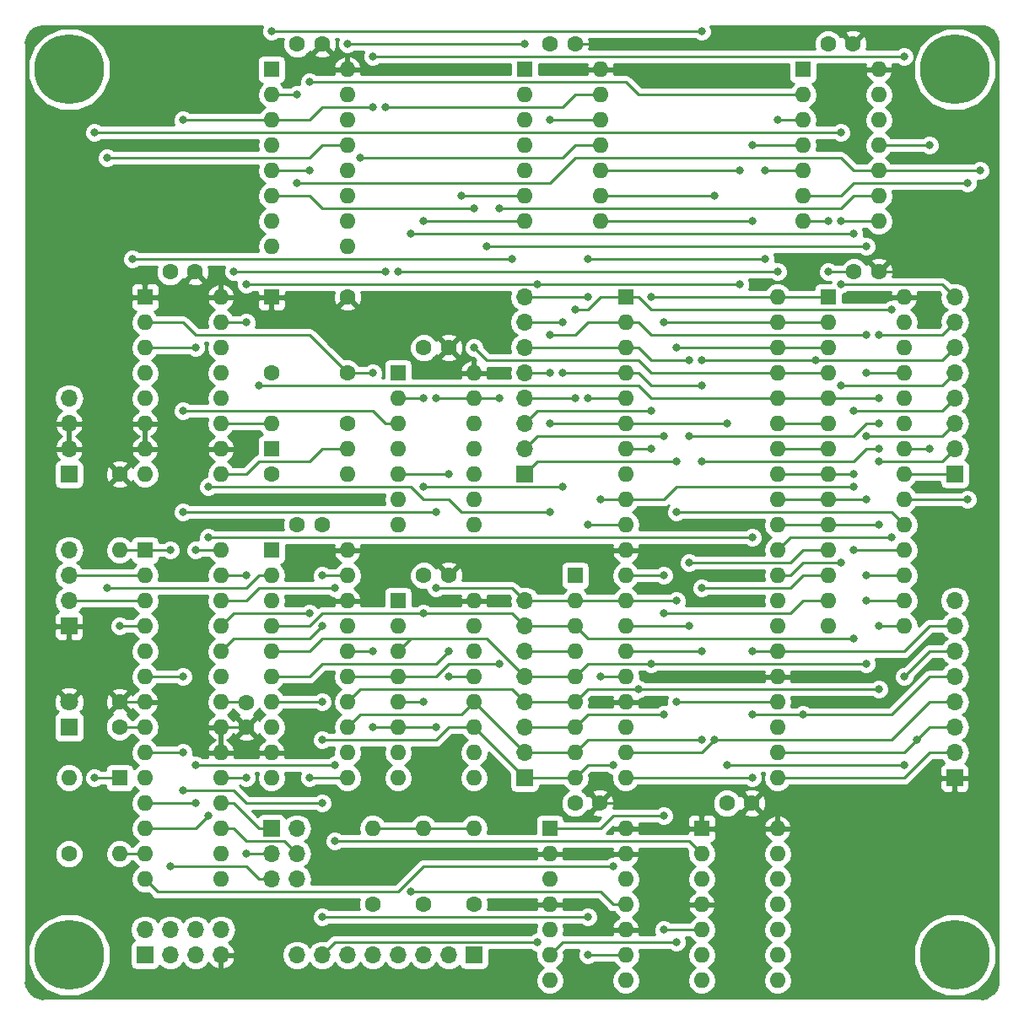
<source format=gbr>
G04 #@! TF.GenerationSoftware,KiCad,Pcbnew,5.0.2+dfsg1-1*
G04 #@! TF.CreationDate,2019-09-15T21:20:22+01:00*
G04 #@! TF.ProjectId,hw,68772e6b-6963-4616-945f-706362585858,rev?*
G04 #@! TF.SameCoordinates,Original*
G04 #@! TF.FileFunction,Copper,L1,Top*
G04 #@! TF.FilePolarity,Positive*
%FSLAX46Y46*%
G04 Gerber Fmt 4.6, Leading zero omitted, Abs format (unit mm)*
G04 Created by KiCad (PCBNEW 5.0.2+dfsg1-1) date Sun 15 Sep 2019 21:20:22 BST*
%MOMM*%
%LPD*%
G01*
G04 APERTURE LIST*
G04 #@! TA.AperFunction,ComponentPad*
%ADD10R,1.600000X1.600000*%
G04 #@! TD*
G04 #@! TA.AperFunction,ComponentPad*
%ADD11O,1.600000X1.600000*%
G04 #@! TD*
G04 #@! TA.AperFunction,ComponentPad*
%ADD12C,1.600000*%
G04 #@! TD*
G04 #@! TA.AperFunction,ComponentPad*
%ADD13O,1.700000X1.700000*%
G04 #@! TD*
G04 #@! TA.AperFunction,ComponentPad*
%ADD14R,1.700000X1.700000*%
G04 #@! TD*
G04 #@! TA.AperFunction,ComponentPad*
%ADD15C,7.000000*%
G04 #@! TD*
G04 #@! TA.AperFunction,ComponentPad*
%ADD16C,0.800000*%
G04 #@! TD*
G04 #@! TA.AperFunction,ComponentPad*
%ADD17R,1.800000X1.800000*%
G04 #@! TD*
G04 #@! TA.AperFunction,ComponentPad*
%ADD18C,1.800000*%
G04 #@! TD*
G04 #@! TA.AperFunction,ViaPad*
%ADD19C,0.800000*%
G04 #@! TD*
G04 #@! TA.AperFunction,Conductor*
%ADD20C,0.250000*%
G04 #@! TD*
G04 #@! TA.AperFunction,Conductor*
%ADD21C,0.254000*%
G04 #@! TD*
G04 APERTURE END LIST*
D10*
G04 #@! TO.P,U7,1*
G04 #@! TO.N,/~AVR_RD*
X101600000Y-104140000D03*
D11*
G04 #@! TO.P,U7,11*
G04 #@! TO.N,/SR_SER*
X109220000Y-127000000D03*
G04 #@! TO.P,U7,2*
G04 #@! TO.N,/~AVR_RD*
X101600000Y-106680000D03*
G04 #@! TO.P,U7,12*
G04 #@! TO.N,Net-(U4-Pad11)*
X109220000Y-124460000D03*
G04 #@! TO.P,U7,3*
G04 #@! TO.N,GND*
X101600000Y-109220000D03*
G04 #@! TO.P,U7,13*
G04 #@! TO.N,/D1*
X109220000Y-121920000D03*
G04 #@! TO.P,U7,4*
G04 #@! TO.N,/D6*
X101600000Y-111760000D03*
G04 #@! TO.P,U7,14*
G04 #@! TO.N,/D3*
X109220000Y-119380000D03*
G04 #@! TO.P,U7,5*
G04 #@! TO.N,/D4*
X101600000Y-114300000D03*
G04 #@! TO.P,U7,15*
G04 #@! TO.N,/D5*
X109220000Y-116840000D03*
G04 #@! TO.P,U7,6*
G04 #@! TO.N,/D2*
X101600000Y-116840000D03*
G04 #@! TO.P,U7,16*
G04 #@! TO.N,/D7*
X109220000Y-114300000D03*
G04 #@! TO.P,U7,7*
G04 #@! TO.N,/D0*
X101600000Y-119380000D03*
G04 #@! TO.P,U7,17*
G04 #@! TO.N,/SR_OUT*
X109220000Y-111760000D03*
G04 #@! TO.P,U7,8*
G04 #@! TO.N,N/C*
X101600000Y-121920000D03*
G04 #@! TO.P,U7,18*
G04 #@! TO.N,+5V*
X109220000Y-109220000D03*
G04 #@! TO.P,U7,9*
X101600000Y-124460000D03*
G04 #@! TO.P,U7,19*
G04 #@! TO.N,/SR_MODE*
X109220000Y-106680000D03*
G04 #@! TO.P,U7,10*
G04 #@! TO.N,GND*
X101600000Y-127000000D03*
G04 #@! TO.P,U7,20*
G04 #@! TO.N,+5V*
X109220000Y-104140000D03*
G04 #@! TD*
D10*
G04 #@! TO.P,U6,1*
G04 #@! TO.N,/A11*
X137160000Y-78740000D03*
D11*
G04 #@! TO.P,U6,21*
G04 #@! TO.N,/~RD*
X152400000Y-127000000D03*
G04 #@! TO.P,U6,2*
G04 #@! TO.N,/A12*
X137160000Y-81280000D03*
G04 #@! TO.P,U6,22*
G04 #@! TO.N,/~WR*
X152400000Y-124460000D03*
G04 #@! TO.P,U6,3*
G04 #@! TO.N,/A13*
X137160000Y-83820000D03*
G04 #@! TO.P,U6,23*
G04 #@! TO.N,N/C*
X152400000Y-121920000D03*
G04 #@! TO.P,U6,4*
G04 #@! TO.N,/A14*
X137160000Y-86360000D03*
G04 #@! TO.P,U6,24*
G04 #@! TO.N,/~WAIT*
X152400000Y-119380000D03*
G04 #@! TO.P,U6,5*
G04 #@! TO.N,/A15*
X137160000Y-88900000D03*
G04 #@! TO.P,U6,25*
G04 #@! TO.N,+5V*
X152400000Y-116840000D03*
G04 #@! TO.P,U6,6*
G04 #@! TO.N,/CLK_CPU*
X137160000Y-91440000D03*
G04 #@! TO.P,U6,26*
G04 #@! TO.N,/~RST*
X152400000Y-114300000D03*
G04 #@! TO.P,U6,7*
G04 #@! TO.N,/D4*
X137160000Y-93980000D03*
G04 #@! TO.P,U6,27*
G04 #@! TO.N,/~M1*
X152400000Y-111760000D03*
G04 #@! TO.P,U6,8*
G04 #@! TO.N,/D3*
X137160000Y-96520000D03*
G04 #@! TO.P,U6,28*
G04 #@! TO.N,/~REFRESH*
X152400000Y-109220000D03*
G04 #@! TO.P,U6,9*
G04 #@! TO.N,/D5*
X137160000Y-99060000D03*
G04 #@! TO.P,U6,29*
G04 #@! TO.N,GND*
X152400000Y-106680000D03*
G04 #@! TO.P,U6,10*
G04 #@! TO.N,/D6*
X137160000Y-101600000D03*
G04 #@! TO.P,U6,30*
G04 #@! TO.N,/A0*
X152400000Y-104140000D03*
G04 #@! TO.P,U6,11*
G04 #@! TO.N,+5V*
X137160000Y-104140000D03*
G04 #@! TO.P,U6,31*
G04 #@! TO.N,/A1*
X152400000Y-101600000D03*
G04 #@! TO.P,U6,12*
G04 #@! TO.N,/D2*
X137160000Y-106680000D03*
G04 #@! TO.P,U6,32*
G04 #@! TO.N,/A2*
X152400000Y-99060000D03*
G04 #@! TO.P,U6,13*
G04 #@! TO.N,/D7*
X137160000Y-109220000D03*
G04 #@! TO.P,U6,33*
G04 #@! TO.N,/A3*
X152400000Y-96520000D03*
G04 #@! TO.P,U6,14*
G04 #@! TO.N,/D0*
X137160000Y-111760000D03*
G04 #@! TO.P,U6,34*
G04 #@! TO.N,/A4*
X152400000Y-93980000D03*
G04 #@! TO.P,U6,15*
G04 #@! TO.N,/D1*
X137160000Y-114300000D03*
G04 #@! TO.P,U6,35*
G04 #@! TO.N,/A5*
X152400000Y-91440000D03*
G04 #@! TO.P,U6,16*
G04 #@! TO.N,/~INT*
X137160000Y-116840000D03*
G04 #@! TO.P,U6,36*
G04 #@! TO.N,/A6*
X152400000Y-88900000D03*
G04 #@! TO.P,U6,17*
G04 #@! TO.N,+5V*
X137160000Y-119380000D03*
G04 #@! TO.P,U6,37*
G04 #@! TO.N,/A7*
X152400000Y-86360000D03*
G04 #@! TO.P,U6,18*
G04 #@! TO.N,N/C*
X137160000Y-121920000D03*
G04 #@! TO.P,U6,38*
G04 #@! TO.N,/A8*
X152400000Y-83820000D03*
G04 #@! TO.P,U6,19*
G04 #@! TO.N,/~MEM_REQ*
X137160000Y-124460000D03*
G04 #@! TO.P,U6,39*
G04 #@! TO.N,/A9*
X152400000Y-81280000D03*
G04 #@! TO.P,U6,20*
G04 #@! TO.N,/~IO_REQ*
X137160000Y-127000000D03*
G04 #@! TO.P,U6,40*
G04 #@! TO.N,/A10*
X152400000Y-78740000D03*
G04 #@! TD*
G04 #@! TO.P,U12,16*
G04 #@! TO.N,+5V*
X121920000Y-109220000D03*
G04 #@! TO.P,U12,8*
G04 #@! TO.N,GND*
X114300000Y-127000000D03*
G04 #@! TO.P,U12,15*
X121920000Y-111760000D03*
G04 #@! TO.P,U12,7*
G04 #@! TO.N,N/C*
X114300000Y-124460000D03*
G04 #@! TO.P,U12,14*
G04 #@! TO.N,/D3*
X121920000Y-114300000D03*
G04 #@! TO.P,U12,6*
G04 #@! TO.N,/D7*
X114300000Y-121920000D03*
G04 #@! TO.P,U12,13*
G04 #@! TO.N,/D2*
X121920000Y-116840000D03*
G04 #@! TO.P,U12,5*
G04 #@! TO.N,/D6*
X114300000Y-119380000D03*
G04 #@! TO.P,U12,12*
G04 #@! TO.N,/D1*
X121920000Y-119380000D03*
G04 #@! TO.P,U12,4*
G04 #@! TO.N,/D5*
X114300000Y-116840000D03*
G04 #@! TO.P,U12,11*
G04 #@! TO.N,/D0*
X121920000Y-121920000D03*
G04 #@! TO.P,U12,3*
G04 #@! TO.N,/D4*
X114300000Y-114300000D03*
G04 #@! TO.P,U12,10*
G04 #@! TO.N,GND*
X121920000Y-124460000D03*
G04 #@! TO.P,U12,2*
G04 #@! TO.N,/CLK_DOT*
X114300000Y-111760000D03*
G04 #@! TO.P,U12,9*
G04 #@! TO.N,Net-(R4-Pad2)*
X121920000Y-127000000D03*
D10*
G04 #@! TO.P,U12,1*
G04 #@! TO.N,/~DPY_PL*
X114300000Y-109220000D03*
G04 #@! TD*
G04 #@! TO.P,U4,1*
G04 #@! TO.N,N/C*
X127000000Y-55880000D03*
D11*
G04 #@! TO.P,U4,8*
G04 #@! TO.N,Net-(U4-Pad8)*
X134620000Y-71120000D03*
G04 #@! TO.P,U4,2*
G04 #@! TO.N,N/C*
X127000000Y-58420000D03*
G04 #@! TO.P,U4,9*
G04 #@! TO.N,/~MEM_REQ*
X134620000Y-68580000D03*
G04 #@! TO.P,U4,3*
G04 #@! TO.N,N/C*
X127000000Y-60960000D03*
G04 #@! TO.P,U4,10*
G04 #@! TO.N,/~REFRESH*
X134620000Y-66040000D03*
G04 #@! TO.P,U4,4*
G04 #@! TO.N,/CHAR_TC*
X127000000Y-63500000D03*
G04 #@! TO.P,U4,11*
G04 #@! TO.N,Net-(U4-Pad11)*
X134620000Y-63500000D03*
G04 #@! TO.P,U4,5*
G04 #@! TO.N,/VIS_RAW*
X127000000Y-66040000D03*
G04 #@! TO.P,U4,12*
G04 #@! TO.N,/~AVR_WR*
X134620000Y-60960000D03*
G04 #@! TO.P,U4,6*
G04 #@! TO.N,Net-(U11-Pad5)*
X127000000Y-68580000D03*
G04 #@! TO.P,U4,13*
G04 #@! TO.N,/SR_CLK*
X134620000Y-58420000D03*
G04 #@! TO.P,U4,7*
G04 #@! TO.N,GND*
X127000000Y-71120000D03*
G04 #@! TO.P,U4,14*
G04 #@! TO.N,+5V*
X134620000Y-55880000D03*
G04 #@! TD*
D10*
G04 #@! TO.P,U10,1*
G04 #@! TO.N,/A10*
X157480000Y-78740000D03*
D11*
G04 #@! TO.P,U10,15*
G04 #@! TO.N,/D3*
X165100000Y-111760000D03*
G04 #@! TO.P,U10,2*
G04 #@! TO.N,/A9*
X157480000Y-81280000D03*
G04 #@! TO.P,U10,16*
G04 #@! TO.N,/D4*
X165100000Y-109220000D03*
G04 #@! TO.P,U10,3*
G04 #@! TO.N,/A8*
X157480000Y-83820000D03*
G04 #@! TO.P,U10,17*
G04 #@! TO.N,/D5*
X165100000Y-106680000D03*
G04 #@! TO.P,U10,4*
G04 #@! TO.N,/A7*
X157480000Y-86360000D03*
G04 #@! TO.P,U10,18*
G04 #@! TO.N,/D6*
X165100000Y-104140000D03*
G04 #@! TO.P,U10,5*
G04 #@! TO.N,/A6*
X157480000Y-88900000D03*
G04 #@! TO.P,U10,19*
G04 #@! TO.N,/D7*
X165100000Y-101600000D03*
G04 #@! TO.P,U10,6*
G04 #@! TO.N,/A5*
X157480000Y-91440000D03*
G04 #@! TO.P,U10,20*
G04 #@! TO.N,/~RAM_REQ*
X165100000Y-99060000D03*
G04 #@! TO.P,U10,7*
G04 #@! TO.N,/A4*
X157480000Y-93980000D03*
G04 #@! TO.P,U10,21*
G04 #@! TO.N,/A0*
X165100000Y-96520000D03*
G04 #@! TO.P,U10,8*
G04 #@! TO.N,/A3*
X157480000Y-96520000D03*
G04 #@! TO.P,U10,22*
G04 #@! TO.N,/~RAM_OE*
X165100000Y-93980000D03*
G04 #@! TO.P,U10,9*
G04 #@! TO.N,/A2*
X157480000Y-99060000D03*
G04 #@! TO.P,U10,23*
G04 #@! TO.N,/A14*
X165100000Y-91440000D03*
G04 #@! TO.P,U10,10*
G04 #@! TO.N,/A1*
X157480000Y-101600000D03*
G04 #@! TO.P,U10,24*
G04 #@! TO.N,/A13*
X165100000Y-88900000D03*
G04 #@! TO.P,U10,11*
G04 #@! TO.N,/D0*
X157480000Y-104140000D03*
G04 #@! TO.P,U10,25*
G04 #@! TO.N,/A12*
X165100000Y-86360000D03*
G04 #@! TO.P,U10,12*
G04 #@! TO.N,/D1*
X157480000Y-106680000D03*
G04 #@! TO.P,U10,26*
G04 #@! TO.N,/A11*
X165100000Y-83820000D03*
G04 #@! TO.P,U10,13*
G04 #@! TO.N,/D2*
X157480000Y-109220000D03*
G04 #@! TO.P,U10,27*
G04 #@! TO.N,/~WR*
X165100000Y-81280000D03*
G04 #@! TO.P,U10,14*
G04 #@! TO.N,GND*
X157480000Y-111760000D03*
G04 #@! TO.P,U10,28*
G04 #@! TO.N,+5V*
X165100000Y-78740000D03*
G04 #@! TD*
D10*
G04 #@! TO.P,U2,1*
G04 #@! TO.N,+5V*
X88900000Y-78740000D03*
D11*
G04 #@! TO.P,U2,9*
G04 #@! TO.N,Net-(D1-Pad2)*
X96520000Y-96520000D03*
G04 #@! TO.P,U2,2*
G04 #@! TO.N,/CLK_DOT*
X88900000Y-81280000D03*
G04 #@! TO.P,U2,10*
G04 #@! TO.N,+5V*
X96520000Y-93980000D03*
G04 #@! TO.P,U2,3*
G04 #@! TO.N,/CLK_OVR*
X88900000Y-83820000D03*
G04 #@! TO.P,U2,11*
G04 #@! TO.N,Net-(R1-Pad2)*
X96520000Y-91440000D03*
G04 #@! TO.P,U2,4*
G04 #@! TO.N,GND*
X88900000Y-86360000D03*
G04 #@! TO.P,U2,12*
G04 #@! TO.N,N/C*
X96520000Y-88900000D03*
G04 #@! TO.P,U2,5*
G04 #@! TO.N,GND*
X88900000Y-88900000D03*
G04 #@! TO.P,U2,13*
G04 #@! TO.N,N/C*
X96520000Y-86360000D03*
G04 #@! TO.P,U2,6*
G04 #@! TO.N,+5V*
X88900000Y-91440000D03*
G04 #@! TO.P,U2,14*
G04 #@! TO.N,/CLK_CPU*
X96520000Y-83820000D03*
G04 #@! TO.P,U2,7*
G04 #@! TO.N,+5V*
X88900000Y-93980000D03*
G04 #@! TO.P,U2,15*
G04 #@! TO.N,/CHAR_TC*
X96520000Y-81280000D03*
G04 #@! TO.P,U2,8*
G04 #@! TO.N,GND*
X88900000Y-96520000D03*
G04 #@! TO.P,U2,16*
G04 #@! TO.N,+5V*
X96520000Y-78740000D03*
G04 #@! TD*
D12*
G04 #@! TO.P,C1,1*
G04 #@! TO.N,+5V*
X159980000Y-53340000D03*
G04 #@! TO.P,C1,2*
G04 #@! TO.N,GND*
X157480000Y-53340000D03*
G04 #@! TD*
G04 #@! TO.P,C2,2*
G04 #@! TO.N,GND*
X116880000Y-106680000D03*
G04 #@! TO.P,C2,1*
G04 #@! TO.N,+5V*
X119380000Y-106680000D03*
G04 #@! TD*
G04 #@! TO.P,C3,2*
G04 #@! TO.N,GND*
X132080000Y-129540000D03*
G04 #@! TO.P,C3,1*
G04 #@! TO.N,+5V*
X134580000Y-129540000D03*
G04 #@! TD*
G04 #@! TO.P,C4,2*
G04 #@! TO.N,GND*
X104180000Y-101600000D03*
G04 #@! TO.P,C4,1*
G04 #@! TO.N,+5V*
X106680000Y-101600000D03*
G04 #@! TD*
G04 #@! TO.P,C5,2*
G04 #@! TO.N,GND*
X104180000Y-53340000D03*
G04 #@! TO.P,C5,1*
G04 #@! TO.N,+5V*
X106680000Y-53340000D03*
G04 #@! TD*
G04 #@! TO.P,C6,2*
G04 #@! TO.N,GND*
X91440000Y-76200000D03*
G04 #@! TO.P,C6,1*
G04 #@! TO.N,+5V*
X93940000Y-76200000D03*
G04 #@! TD*
G04 #@! TO.P,C7,2*
G04 #@! TO.N,GND*
X147320000Y-129540000D03*
G04 #@! TO.P,C7,1*
G04 #@! TO.N,+5V*
X149820000Y-129540000D03*
G04 #@! TD*
G04 #@! TO.P,C8,1*
G04 #@! TO.N,+5V*
X99060000Y-121920000D03*
G04 #@! TO.P,C8,2*
G04 #@! TO.N,GND*
X99060000Y-119420000D03*
G04 #@! TD*
G04 #@! TO.P,C9,1*
G04 #@! TO.N,+5V*
X132080000Y-53340000D03*
G04 #@! TO.P,C9,2*
G04 #@! TO.N,GND*
X129580000Y-53340000D03*
G04 #@! TD*
G04 #@! TO.P,C10,1*
G04 #@! TO.N,+5V*
X162560000Y-76200000D03*
G04 #@! TO.P,C10,2*
G04 #@! TO.N,GND*
X160060000Y-76200000D03*
G04 #@! TD*
G04 #@! TO.P,C11,1*
G04 #@! TO.N,+5V*
X119380000Y-83820000D03*
G04 #@! TO.P,C11,2*
G04 #@! TO.N,GND*
X116880000Y-83820000D03*
G04 #@! TD*
G04 #@! TO.P,C12,1*
G04 #@! TO.N,+5V*
X86360000Y-119380000D03*
G04 #@! TO.P,C12,2*
G04 #@! TO.N,GND*
X86360000Y-121880000D03*
G04 #@! TD*
D10*
G04 #@! TO.P,D1,1*
G04 #@! TO.N,/CLK_SEL*
X101600000Y-93980000D03*
D11*
G04 #@! TO.P,D1,2*
G04 #@! TO.N,Net-(D1-Pad2)*
X109220000Y-93980000D03*
G04 #@! TD*
G04 #@! TO.P,D2,2*
G04 #@! TO.N,/~AVR_RD*
X86360000Y-134620000D03*
D10*
G04 #@! TO.P,D2,1*
G04 #@! TO.N,Net-(D2-Pad1)*
X86360000Y-127000000D03*
G04 #@! TD*
D13*
G04 #@! TO.P,J2,8*
G04 #@! TO.N,GND*
X170180000Y-109220000D03*
G04 #@! TO.P,J2,7*
G04 #@! TO.N,/~RST*
X170180000Y-111760000D03*
G04 #@! TO.P,J2,6*
G04 #@! TO.N,/CLK_CPU*
X170180000Y-114300000D03*
G04 #@! TO.P,J2,5*
G04 #@! TO.N,/~IO_REQ*
X170180000Y-116840000D03*
G04 #@! TO.P,J2,4*
G04 #@! TO.N,/~MEM_REQ*
X170180000Y-119380000D03*
G04 #@! TO.P,J2,3*
G04 #@! TO.N,/~WR*
X170180000Y-121920000D03*
G04 #@! TO.P,J2,2*
G04 #@! TO.N,/~RD*
X170180000Y-124460000D03*
D14*
G04 #@! TO.P,J2,1*
G04 #@! TO.N,+5V*
X170180000Y-127000000D03*
G04 #@! TD*
G04 #@! TO.P,J3,1*
G04 #@! TO.N,/ISP_MISO*
X101600000Y-132080000D03*
D13*
G04 #@! TO.P,J3,2*
G04 #@! TO.N,N/C*
X104140000Y-132080000D03*
G04 #@! TO.P,J3,3*
G04 #@! TO.N,/ISP_SCLK*
X101600000Y-134620000D03*
G04 #@! TO.P,J3,4*
G04 #@! TO.N,/ISP_MOSI*
X104140000Y-134620000D03*
G04 #@! TO.P,J3,5*
G04 #@! TO.N,/ISP_RESET*
X101600000Y-137160000D03*
G04 #@! TO.P,J3,6*
G04 #@! TO.N,GND*
X104140000Y-137160000D03*
G04 #@! TD*
D14*
G04 #@! TO.P,J4,1*
G04 #@! TO.N,+5V*
X81280000Y-111760000D03*
D13*
G04 #@! TO.P,J4,2*
G04 #@! TO.N,/TXD*
X81280000Y-109220000D03*
G04 #@! TO.P,J4,3*
G04 #@! TO.N,/RXD*
X81280000Y-106680000D03*
G04 #@! TO.P,J4,4*
G04 #@! TO.N,GND*
X81280000Y-104140000D03*
G04 #@! TD*
D14*
G04 #@! TO.P,J7,1*
G04 #@! TO.N,/D0*
X127000000Y-127000000D03*
D13*
G04 #@! TO.P,J7,2*
G04 #@! TO.N,/D1*
X127000000Y-124460000D03*
G04 #@! TO.P,J7,3*
G04 #@! TO.N,/D2*
X127000000Y-121920000D03*
G04 #@! TO.P,J7,4*
G04 #@! TO.N,/D3*
X127000000Y-119380000D03*
G04 #@! TO.P,J7,5*
G04 #@! TO.N,/D4*
X127000000Y-116840000D03*
G04 #@! TO.P,J7,6*
G04 #@! TO.N,/D5*
X127000000Y-114300000D03*
G04 #@! TO.P,J7,7*
G04 #@! TO.N,/D6*
X127000000Y-111760000D03*
G04 #@! TO.P,J7,8*
G04 #@! TO.N,/D7*
X127000000Y-109220000D03*
G04 #@! TD*
D10*
G04 #@! TO.P,RN1,1*
G04 #@! TO.N,GND*
X132080000Y-106680000D03*
D11*
G04 #@! TO.P,RN1,2*
G04 #@! TO.N,/D7*
X132080000Y-109220000D03*
G04 #@! TO.P,RN1,3*
G04 #@! TO.N,/D6*
X132080000Y-111760000D03*
G04 #@! TO.P,RN1,4*
G04 #@! TO.N,/D5*
X132080000Y-114300000D03*
G04 #@! TO.P,RN1,5*
G04 #@! TO.N,/D4*
X132080000Y-116840000D03*
G04 #@! TO.P,RN1,6*
G04 #@! TO.N,/D3*
X132080000Y-119380000D03*
G04 #@! TO.P,RN1,7*
G04 #@! TO.N,/D2*
X132080000Y-121920000D03*
G04 #@! TO.P,RN1,8*
G04 #@! TO.N,/D1*
X132080000Y-124460000D03*
G04 #@! TO.P,RN1,9*
G04 #@! TO.N,/D0*
X132080000Y-127000000D03*
G04 #@! TD*
G04 #@! TO.P,U3,14*
G04 #@! TO.N,+5V*
X137160000Y-132080000D03*
G04 #@! TO.P,U3,7*
G04 #@! TO.N,GND*
X129540000Y-147320000D03*
G04 #@! TO.P,U3,13*
G04 #@! TO.N,+5V*
X137160000Y-134620000D03*
G04 #@! TO.P,U3,6*
G04 #@! TO.N,/~WAIT*
X129540000Y-144780000D03*
G04 #@! TO.P,U3,12*
G04 #@! TO.N,Net-(U3-Pad12)*
X137160000Y-137160000D03*
G04 #@! TO.P,U3,5*
G04 #@! TO.N,N/C*
X129540000Y-142240000D03*
G04 #@! TO.P,U3,11*
G04 #@! TO.N,/CLK_DOT*
X137160000Y-139700000D03*
G04 #@! TO.P,U3,4*
G04 #@! TO.N,+5V*
X129540000Y-139700000D03*
G04 #@! TO.P,U3,10*
X137160000Y-142240000D03*
G04 #@! TO.P,U3,3*
G04 #@! TO.N,Net-(U11-Pad2)*
X129540000Y-137160000D03*
G04 #@! TO.P,U3,9*
G04 #@! TO.N,/CLK_AVR*
X137160000Y-144780000D03*
G04 #@! TO.P,U3,2*
G04 #@! TO.N,+5V*
X129540000Y-134620000D03*
G04 #@! TO.P,U3,8*
G04 #@! TO.N,Net-(U3-Pad12)*
X137160000Y-147320000D03*
D10*
G04 #@! TO.P,U3,1*
G04 #@! TO.N,/HSYNC*
X129540000Y-132080000D03*
G04 #@! TD*
G04 #@! TO.P,U5,1*
G04 #@! TO.N,/A5*
X101600000Y-55880000D03*
D11*
G04 #@! TO.P,U5,9*
G04 #@! TO.N,N/C*
X109220000Y-73660000D03*
G04 #@! TO.P,U5,2*
G04 #@! TO.N,/~RD*
X101600000Y-58420000D03*
G04 #@! TO.P,U5,10*
G04 #@! TO.N,N/C*
X109220000Y-71120000D03*
G04 #@! TO.P,U5,3*
G04 #@! TO.N,/~WR*
X101600000Y-60960000D03*
G04 #@! TO.P,U5,11*
G04 #@! TO.N,Net-(R3-Pad2)*
X109220000Y-68580000D03*
G04 #@! TO.P,U5,4*
G04 #@! TO.N,/A6*
X101600000Y-63500000D03*
G04 #@! TO.P,U5,12*
G04 #@! TO.N,N/C*
X109220000Y-66040000D03*
G04 #@! TO.P,U5,5*
G04 #@! TO.N,/~IO_REQ*
X101600000Y-66040000D03*
G04 #@! TO.P,U5,13*
G04 #@! TO.N,/~AVR_WR*
X109220000Y-63500000D03*
G04 #@! TO.P,U5,6*
G04 #@! TO.N,/A7*
X101600000Y-68580000D03*
G04 #@! TO.P,U5,14*
G04 #@! TO.N,N/C*
X109220000Y-60960000D03*
G04 #@! TO.P,U5,7*
X101600000Y-71120000D03*
G04 #@! TO.P,U5,15*
X109220000Y-58420000D03*
G04 #@! TO.P,U5,8*
G04 #@! TO.N,GND*
X101600000Y-73660000D03*
G04 #@! TO.P,U5,16*
G04 #@! TO.N,+5V*
X109220000Y-55880000D03*
G04 #@! TD*
G04 #@! TO.P,U8,14*
G04 #@! TO.N,+5V*
X162560000Y-55880000D03*
G04 #@! TO.P,U8,7*
G04 #@! TO.N,GND*
X154940000Y-71120000D03*
G04 #@! TO.P,U8,13*
G04 #@! TO.N,Net-(U11-Pad4)*
X162560000Y-58420000D03*
G04 #@! TO.P,U8,6*
G04 #@! TO.N,/~RAM_REQ*
X154940000Y-68580000D03*
G04 #@! TO.P,U8,12*
G04 #@! TO.N,Net-(U11-Pad12)*
X162560000Y-60960000D03*
G04 #@! TO.P,U8,5*
G04 #@! TO.N,/A15*
X154940000Y-66040000D03*
G04 #@! TO.P,U8,11*
G04 #@! TO.N,/~RAM_OE*
X162560000Y-63500000D03*
G04 #@! TO.P,U8,4*
G04 #@! TO.N,Net-(U4-Pad8)*
X154940000Y-63500000D03*
G04 #@! TO.P,U8,10*
G04 #@! TO.N,/~RD*
X162560000Y-66040000D03*
G04 #@! TO.P,U8,3*
G04 #@! TO.N,/~INTACK*
X154940000Y-60960000D03*
G04 #@! TO.P,U8,9*
G04 #@! TO.N,/~AVR_OVR*
X162560000Y-68580000D03*
G04 #@! TO.P,U8,2*
G04 #@! TO.N,/~IO_REQ*
X154940000Y-58420000D03*
G04 #@! TO.P,U8,8*
G04 #@! TO.N,Net-(D2-Pad1)*
X162560000Y-71120000D03*
D10*
G04 #@! TO.P,U8,1*
G04 #@! TO.N,/~M1*
X154940000Y-55880000D03*
G04 #@! TD*
G04 #@! TO.P,U9,1*
G04 #@! TO.N,+5V*
X144780000Y-132080000D03*
D11*
G04 #@! TO.P,U9,8*
G04 #@! TO.N,N/C*
X152400000Y-147320000D03*
G04 #@! TO.P,U9,2*
G04 #@! TO.N,/HSYNC_RAW*
X144780000Y-134620000D03*
G04 #@! TO.P,U9,9*
G04 #@! TO.N,N/C*
X152400000Y-144780000D03*
G04 #@! TO.P,U9,3*
G04 #@! TO.N,/CHAR_TC*
X144780000Y-137160000D03*
G04 #@! TO.P,U9,10*
G04 #@! TO.N,N/C*
X152400000Y-142240000D03*
G04 #@! TO.P,U9,4*
G04 #@! TO.N,+5V*
X144780000Y-139700000D03*
G04 #@! TO.P,U9,11*
G04 #@! TO.N,N/C*
X152400000Y-139700000D03*
G04 #@! TO.P,U9,5*
G04 #@! TO.N,/HSYNC*
X144780000Y-142240000D03*
G04 #@! TO.P,U9,12*
G04 #@! TO.N,N/C*
X152400000Y-137160000D03*
G04 #@! TO.P,U9,6*
X144780000Y-144780000D03*
G04 #@! TO.P,U9,13*
X152400000Y-134620000D03*
G04 #@! TO.P,U9,7*
G04 #@! TO.N,GND*
X144780000Y-147320000D03*
G04 #@! TO.P,U9,14*
G04 #@! TO.N,+5V*
X152400000Y-132080000D03*
G04 #@! TD*
D10*
G04 #@! TO.P,U11,1*
G04 #@! TO.N,/~INTACK*
X114300000Y-86360000D03*
D11*
G04 #@! TO.P,U11,8*
G04 #@! TO.N,N/C*
X121920000Y-101600000D03*
G04 #@! TO.P,U11,2*
G04 #@! TO.N,Net-(U11-Pad2)*
X114300000Y-88900000D03*
G04 #@! TO.P,U11,9*
G04 #@! TO.N,N/C*
X121920000Y-99060000D03*
G04 #@! TO.P,U11,3*
G04 #@! TO.N,/~WR*
X114300000Y-91440000D03*
G04 #@! TO.P,U11,10*
G04 #@! TO.N,N/C*
X121920000Y-96520000D03*
G04 #@! TO.P,U11,4*
G04 #@! TO.N,Net-(U11-Pad4)*
X114300000Y-93980000D03*
G04 #@! TO.P,U11,11*
G04 #@! TO.N,N/C*
X121920000Y-93980000D03*
G04 #@! TO.P,U11,5*
G04 #@! TO.N,Net-(U11-Pad5)*
X114300000Y-96520000D03*
G04 #@! TO.P,U11,12*
G04 #@! TO.N,Net-(U11-Pad12)*
X121920000Y-91440000D03*
G04 #@! TO.P,U11,6*
G04 #@! TO.N,/~DPY_PL*
X114300000Y-99060000D03*
G04 #@! TO.P,U11,13*
G04 #@! TO.N,/~AVR_OVR*
X121920000Y-88900000D03*
G04 #@! TO.P,U11,7*
G04 #@! TO.N,GND*
X114300000Y-101600000D03*
G04 #@! TO.P,U11,14*
G04 #@! TO.N,+5V*
X121920000Y-86360000D03*
G04 #@! TD*
D10*
G04 #@! TO.P,X1,1*
G04 #@! TO.N,+5V*
X101600000Y-78740000D03*
D12*
G04 #@! TO.P,X1,8*
X109220000Y-78740000D03*
G04 #@! TO.P,X1,5*
G04 #@! TO.N,/CLK_DOT*
X109220000Y-86360000D03*
G04 #@! TO.P,X1,4*
G04 #@! TO.N,GND*
X101600000Y-86360000D03*
G04 #@! TD*
D14*
G04 #@! TO.P,J1,1*
G04 #@! TO.N,GND*
X88900000Y-144780000D03*
D13*
G04 #@! TO.P,J1,2*
G04 #@! TO.N,/PS2_CLK*
X88900000Y-142240000D03*
G04 #@! TO.P,J1,3*
G04 #@! TO.N,/PS2_DATA*
X91440000Y-144780000D03*
G04 #@! TO.P,J1,4*
G04 #@! TO.N,N/C*
X91440000Y-142240000D03*
G04 #@! TO.P,J1,5*
X93980000Y-144780000D03*
G04 #@! TO.P,J1,6*
X93980000Y-142240000D03*
G04 #@! TO.P,J1,7*
G04 #@! TO.N,+5V*
X96520000Y-144780000D03*
G04 #@! TO.P,J1,8*
G04 #@! TO.N,N/C*
X96520000Y-142240000D03*
G04 #@! TD*
D12*
G04 #@! TO.P,R1,1*
G04 #@! TO.N,Net-(D1-Pad2)*
X109220000Y-91440000D03*
D11*
G04 #@! TO.P,R1,2*
G04 #@! TO.N,Net-(R1-Pad2)*
X101600000Y-91440000D03*
G04 #@! TD*
D12*
G04 #@! TO.P,R2,1*
G04 #@! TO.N,+5V*
X86360000Y-96520000D03*
D11*
G04 #@! TO.P,R2,2*
G04 #@! TO.N,/ISP_RESET*
X86360000Y-104140000D03*
G04 #@! TD*
D12*
G04 #@! TO.P,R3,1*
G04 #@! TO.N,/~AVR_RD*
X101600000Y-96520000D03*
D11*
G04 #@! TO.P,R3,2*
G04 #@! TO.N,Net-(R3-Pad2)*
X109220000Y-96520000D03*
G04 #@! TD*
G04 #@! TO.P,R4,2*
G04 #@! TO.N,Net-(R4-Pad2)*
X121920000Y-132080000D03*
D12*
G04 #@! TO.P,R4,1*
G04 #@! TO.N,Net-(J8-Pad1)*
X121920000Y-139700000D03*
G04 #@! TD*
D11*
G04 #@! TO.P,R5,2*
G04 #@! TO.N,Net-(R4-Pad2)*
X116840000Y-132080000D03*
D12*
G04 #@! TO.P,R5,1*
G04 #@! TO.N,Net-(J8-Pad3)*
X116840000Y-139700000D03*
G04 #@! TD*
D11*
G04 #@! TO.P,R6,2*
G04 #@! TO.N,Net-(R4-Pad2)*
X111760000Y-132080000D03*
D12*
G04 #@! TO.P,R6,1*
G04 #@! TO.N,Net-(J8-Pad5)*
X111760000Y-139700000D03*
G04 #@! TD*
D15*
G04 #@! TO.P,M1,1*
G04 #@! TO.N,GND*
X81280000Y-144780000D03*
D16*
X83905000Y-144780000D03*
X83136155Y-146636155D03*
X81280000Y-147405000D03*
X79423845Y-146636155D03*
X78655000Y-144780000D03*
X79423845Y-142923845D03*
X81280000Y-142155000D03*
X83136155Y-142923845D03*
G04 #@! TD*
G04 #@! TO.P,M2,1*
G04 #@! TO.N,GND*
X83136155Y-54023845D03*
X81280000Y-53255000D03*
X79423845Y-54023845D03*
X78655000Y-55880000D03*
X79423845Y-57736155D03*
X81280000Y-58505000D03*
X83136155Y-57736155D03*
X83905000Y-55880000D03*
D15*
X81280000Y-55880000D03*
G04 #@! TD*
G04 #@! TO.P,M3,1*
G04 #@! TO.N,GND*
X170180000Y-144780000D03*
D16*
X172805000Y-144780000D03*
X172036155Y-146636155D03*
X170180000Y-147405000D03*
X168323845Y-146636155D03*
X167555000Y-144780000D03*
X168323845Y-142923845D03*
X170180000Y-142155000D03*
X172036155Y-142923845D03*
G04 #@! TD*
G04 #@! TO.P,M4,1*
G04 #@! TO.N,GND*
X172036155Y-54023845D03*
X170180000Y-53255000D03*
X168323845Y-54023845D03*
X167555000Y-55880000D03*
X168323845Y-57736155D03*
X170180000Y-58505000D03*
X172036155Y-57736155D03*
X172805000Y-55880000D03*
D15*
X170180000Y-55880000D03*
G04 #@! TD*
D13*
G04 #@! TO.P,J5,8*
G04 #@! TO.N,/A7*
X170180000Y-78740000D03*
G04 #@! TO.P,J5,7*
G04 #@! TO.N,/A6*
X170180000Y-81280000D03*
G04 #@! TO.P,J5,6*
G04 #@! TO.N,/A5*
X170180000Y-83820000D03*
G04 #@! TO.P,J5,5*
G04 #@! TO.N,/A4*
X170180000Y-86360000D03*
G04 #@! TO.P,J5,4*
G04 #@! TO.N,/A3*
X170180000Y-88900000D03*
G04 #@! TO.P,J5,3*
G04 #@! TO.N,/A2*
X170180000Y-91440000D03*
G04 #@! TO.P,J5,2*
G04 #@! TO.N,/A1*
X170180000Y-93980000D03*
D14*
G04 #@! TO.P,J5,1*
G04 #@! TO.N,/A0*
X170180000Y-96520000D03*
G04 #@! TD*
G04 #@! TO.P,J6,1*
G04 #@! TO.N,/A8*
X127000000Y-96520000D03*
D13*
G04 #@! TO.P,J6,2*
G04 #@! TO.N,/A9*
X127000000Y-93980000D03*
G04 #@! TO.P,J6,3*
G04 #@! TO.N,/A10*
X127000000Y-91440000D03*
G04 #@! TO.P,J6,4*
G04 #@! TO.N,/A11*
X127000000Y-88900000D03*
G04 #@! TO.P,J6,5*
G04 #@! TO.N,/A12*
X127000000Y-86360000D03*
G04 #@! TO.P,J6,6*
G04 #@! TO.N,/A13*
X127000000Y-83820000D03*
G04 #@! TO.P,J6,7*
G04 #@! TO.N,/A14*
X127000000Y-81280000D03*
G04 #@! TO.P,J6,8*
G04 #@! TO.N,/A15*
X127000000Y-78740000D03*
G04 #@! TD*
D14*
G04 #@! TO.P,J8,1*
G04 #@! TO.N,Net-(J8-Pad1)*
X121920000Y-144780000D03*
D13*
G04 #@! TO.P,J8,2*
G04 #@! TO.N,GND*
X119380000Y-144780000D03*
G04 #@! TO.P,J8,3*
G04 #@! TO.N,Net-(J8-Pad3)*
X116840000Y-144780000D03*
G04 #@! TO.P,J8,4*
G04 #@! TO.N,GND*
X114300000Y-144780000D03*
G04 #@! TO.P,J8,5*
G04 #@! TO.N,Net-(J8-Pad5)*
X111760000Y-144780000D03*
G04 #@! TO.P,J8,6*
G04 #@! TO.N,GND*
X109220000Y-144780000D03*
G04 #@! TO.P,J8,7*
G04 #@! TO.N,/HSYNC*
X106680000Y-144780000D03*
G04 #@! TO.P,J8,8*
G04 #@! TO.N,/VSYNC*
X104140000Y-144780000D03*
G04 #@! TD*
D17*
G04 #@! TO.P,D3,1*
G04 #@! TO.N,Net-(D3-Pad1)*
X81280000Y-121920000D03*
D18*
G04 #@! TO.P,D3,2*
G04 #@! TO.N,+5V*
X81280000Y-119380000D03*
G04 #@! TD*
D12*
G04 #@! TO.P,R7,1*
G04 #@! TO.N,GND*
X81280000Y-134620000D03*
D11*
G04 #@! TO.P,R7,2*
G04 #@! TO.N,Net-(D3-Pad1)*
X81280000Y-127000000D03*
G04 #@! TD*
D14*
G04 #@! TO.P,J9,1*
G04 #@! TO.N,GND*
X81280000Y-96520000D03*
D13*
G04 #@! TO.P,J9,2*
G04 #@! TO.N,+5V*
X81280000Y-93980000D03*
G04 #@! TO.P,J9,3*
X81280000Y-91440000D03*
G04 #@! TO.P,J9,4*
G04 #@! TO.N,GND*
X81280000Y-88900000D03*
G04 #@! TD*
D10*
G04 #@! TO.P,U1,1*
G04 #@! TO.N,/ISP_RESET*
X88900000Y-104140000D03*
D11*
G04 #@! TO.P,U1,15*
G04 #@! TO.N,/PS2_DATA*
X96520000Y-137160000D03*
G04 #@! TO.P,U1,2*
G04 #@! TO.N,/RXD*
X88900000Y-106680000D03*
G04 #@! TO.P,U1,16*
G04 #@! TO.N,/VSYNC*
X96520000Y-134620000D03*
G04 #@! TO.P,U1,3*
G04 #@! TO.N,/TXD*
X88900000Y-109220000D03*
G04 #@! TO.P,U1,17*
G04 #@! TO.N,/ISP_MOSI*
X96520000Y-132080000D03*
G04 #@! TO.P,U1,4*
G04 #@! TO.N,/~AVR_WR*
X88900000Y-111760000D03*
G04 #@! TO.P,U1,18*
G04 #@! TO.N,/ISP_MISO*
X96520000Y-129540000D03*
G04 #@! TO.P,U1,5*
G04 #@! TO.N,/VIS_RAW*
X88900000Y-114300000D03*
G04 #@! TO.P,U1,19*
G04 #@! TO.N,/ISP_SCLK*
X96520000Y-127000000D03*
G04 #@! TO.P,U1,6*
G04 #@! TO.N,/~AVR_OVR*
X88900000Y-116840000D03*
G04 #@! TO.P,U1,20*
G04 #@! TO.N,+5V*
X96520000Y-124460000D03*
G04 #@! TO.P,U1,7*
X88900000Y-119380000D03*
G04 #@! TO.P,U1,21*
X96520000Y-121920000D03*
G04 #@! TO.P,U1,8*
G04 #@! TO.N,GND*
X88900000Y-121920000D03*
G04 #@! TO.P,U1,22*
X96520000Y-119380000D03*
G04 #@! TO.P,U1,9*
G04 #@! TO.N,/CLK_AVR*
X88900000Y-124460000D03*
G04 #@! TO.P,U1,23*
G04 #@! TO.N,/SR_CLK*
X96520000Y-116840000D03*
G04 #@! TO.P,U1,10*
G04 #@! TO.N,/PS2_CLK*
X88900000Y-127000000D03*
G04 #@! TO.P,U1,24*
G04 #@! TO.N,/SR_MODE*
X96520000Y-114300000D03*
G04 #@! TO.P,U1,11*
G04 #@! TO.N,/HSYNC_RAW*
X88900000Y-129540000D03*
G04 #@! TO.P,U1,25*
G04 #@! TO.N,/SR_SER*
X96520000Y-111760000D03*
G04 #@! TO.P,U1,12*
G04 #@! TO.N,/~RST*
X88900000Y-132080000D03*
G04 #@! TO.P,U1,26*
G04 #@! TO.N,/SR_OUT*
X96520000Y-109220000D03*
G04 #@! TO.P,U1,13*
G04 #@! TO.N,/~AVR_RD*
X88900000Y-134620000D03*
G04 #@! TO.P,U1,27*
G04 #@! TO.N,/CLK_SEL*
X96520000Y-106680000D03*
G04 #@! TO.P,U1,14*
G04 #@! TO.N,/~INT*
X88900000Y-137160000D03*
G04 #@! TO.P,U1,28*
G04 #@! TO.N,/CLK_OVR*
X96520000Y-104140000D03*
G04 #@! TD*
D19*
G04 #@! TO.N,+5V*
X138430000Y-129540000D03*
X106680000Y-99060000D03*
X134620000Y-53340000D03*
X165100000Y-76200000D03*
G04 #@! TO.N,GND*
X158750000Y-105410000D03*
X116840000Y-71120000D03*
X157480000Y-76200000D03*
X157480000Y-71120000D03*
G04 #@! TO.N,/CLK_SEL*
X99060000Y-106680000D03*
G04 #@! TO.N,/~AVR_RD*
X85090000Y-107950000D03*
G04 #@! TO.N,Net-(D2-Pad1)*
X83820000Y-127000000D03*
X83820000Y-62230000D03*
X158750000Y-62230000D03*
X158750000Y-71120000D03*
G04 #@! TO.N,/~RST*
X95250000Y-130810000D03*
X95250000Y-102870000D03*
X149860000Y-102870000D03*
X149860000Y-114300000D03*
G04 #@! TO.N,/CLK_CPU*
X147320000Y-91440000D03*
X165100000Y-116840000D03*
X165100000Y-125730000D03*
X147320000Y-125730000D03*
X129540000Y-91440000D03*
X95250000Y-97790000D03*
X129540000Y-100330000D03*
G04 #@! TO.N,/~IO_REQ*
X154940000Y-120650000D03*
X149860000Y-120650000D03*
X149860000Y-127000000D03*
X105410000Y-57150000D03*
X105410000Y-66040000D03*
G04 #@! TO.N,/~MEM_REQ*
X146050000Y-68580000D03*
X146050000Y-123190000D03*
G04 #@! TO.N,/~WR*
X166370000Y-123190000D03*
X92710000Y-90170000D03*
X92710000Y-60960000D03*
X165100000Y-54610000D03*
X111760000Y-54610000D03*
X111760000Y-59690000D03*
G04 #@! TO.N,/~RD*
X172720000Y-66040000D03*
X104140000Y-67310000D03*
X104140000Y-58420000D03*
G04 #@! TO.N,/ISP_SCLK*
X99060000Y-134620000D03*
X99060000Y-127000000D03*
G04 #@! TO.N,/ISP_RESET*
X91440000Y-135890000D03*
X91440000Y-104140000D03*
G04 #@! TO.N,/A0*
X163830000Y-102870000D03*
G04 #@! TO.N,/A1*
X162560000Y-95250000D03*
X162560000Y-101600000D03*
G04 #@! TO.N,/A2*
X161290000Y-92710000D03*
X161290000Y-99060000D03*
G04 #@! TO.N,/A3*
X160020000Y-90170000D03*
X160020000Y-96520000D03*
G04 #@! TO.N,/A4*
X158750000Y-87630000D03*
G04 #@! TO.N,/A5*
X156210000Y-85090000D03*
X144780000Y-85090000D03*
X144780000Y-52070000D03*
X101600000Y-52070000D03*
G04 #@! TO.N,/A6*
X162560000Y-82550000D03*
X162560000Y-88900000D03*
X100330000Y-87630000D03*
G04 #@! TO.N,/A7*
X158750000Y-77470000D03*
X121920000Y-83820000D03*
X121920000Y-69850000D03*
G04 #@! TO.N,/A15*
X133350000Y-78740000D03*
X133350000Y-88900000D03*
X151130000Y-66040000D03*
X151130000Y-74930000D03*
X133350000Y-74930000D03*
G04 #@! TO.N,/A14*
X130810000Y-86360000D03*
X130810000Y-81280000D03*
X162560000Y-93980000D03*
X144780000Y-95250000D03*
X144780000Y-87630000D03*
G04 #@! TO.N,/A13*
X143510000Y-92710000D03*
X143510000Y-85090000D03*
X162560000Y-91440000D03*
G04 #@! TO.N,/A12*
X129540000Y-82550000D03*
X129540000Y-86360000D03*
X161290000Y-86360000D03*
X161290000Y-82550000D03*
G04 #@! TO.N,/A11*
X132080000Y-80010000D03*
X132080000Y-88900000D03*
X163830000Y-80010000D03*
G04 #@! TO.N,/A10*
X139700000Y-90170000D03*
X139700000Y-78740000D03*
G04 #@! TO.N,/A9*
X140970000Y-92710000D03*
X140970000Y-81280000D03*
G04 #@! TO.N,/A8*
X142240000Y-95250000D03*
X142240000Y-83820000D03*
G04 #@! TO.N,/D0*
X135890000Y-125730000D03*
X143510000Y-105410000D03*
X143510000Y-111760000D03*
X106680000Y-119380000D03*
X106680000Y-123190000D03*
G04 #@! TO.N,/D1*
X144780000Y-114300000D03*
X144780000Y-123190000D03*
X144780000Y-107950000D03*
G04 #@! TO.N,/D2*
X140970000Y-120650000D03*
X140970000Y-106680000D03*
X140970000Y-110490000D03*
X119380000Y-114300000D03*
X119380000Y-116840000D03*
G04 #@! TO.N,/D3*
X138430000Y-118110000D03*
X162560000Y-111760000D03*
X162560000Y-118110000D03*
G04 #@! TO.N,/D4*
X139700000Y-115570000D03*
X139700000Y-93980000D03*
X161290000Y-109220000D03*
X161290000Y-115570000D03*
G04 #@! TO.N,/D5*
X134620000Y-99060000D03*
X161290000Y-106680000D03*
X160020000Y-97790000D03*
X124460000Y-115570000D03*
G04 #@! TO.N,/D6*
X133350000Y-101600000D03*
X160020000Y-104140000D03*
X160020000Y-113030000D03*
X116840000Y-110490000D03*
X116840000Y-119380000D03*
G04 #@! TO.N,/D7*
X142240000Y-100330000D03*
X142240000Y-109220000D03*
X118110000Y-107950000D03*
X118110000Y-121920000D03*
X111760000Y-114300000D03*
X111760000Y-121920000D03*
G04 #@! TO.N,/HSYNC*
X128270000Y-143510000D03*
X140970000Y-130810000D03*
X140970000Y-142240000D03*
G04 #@! TO.N,/~AVR_WR*
X86360000Y-111760000D03*
X85090000Y-64770000D03*
X129540000Y-60960000D03*
X127000000Y-53340000D03*
X109220000Y-53340000D03*
G04 #@! TO.N,/VIS_RAW*
X125730000Y-74930000D03*
X87630000Y-74930000D03*
G04 #@! TO.N,/~AVR_OVR*
X92710000Y-116840000D03*
X92710000Y-100330000D03*
X118110000Y-100330000D03*
X118110000Y-88900000D03*
X124460000Y-69850000D03*
X124460000Y-88900000D03*
G04 #@! TO.N,/CLK_AVR*
X133350000Y-144780000D03*
X133350000Y-140970000D03*
X106680000Y-140970000D03*
X106680000Y-129540000D03*
X92710000Y-128270000D03*
X92710000Y-124460000D03*
G04 #@! TO.N,/SR_CLK*
X97790000Y-76200000D03*
X113030000Y-76200000D03*
X113030000Y-59690000D03*
G04 #@! TO.N,/SR_MODE*
X106680000Y-111760000D03*
X106680000Y-106680000D03*
G04 #@! TO.N,/HSYNC_RAW*
X107950000Y-133350000D03*
X107950000Y-125730000D03*
X93980000Y-125730000D03*
X93980000Y-129540000D03*
G04 #@! TO.N,/SR_SER*
X105410000Y-110490000D03*
X105410000Y-127000000D03*
G04 #@! TO.N,/SR_OUT*
X107950000Y-107950000D03*
G04 #@! TO.N,/~INT*
X134620000Y-116840000D03*
X135890000Y-135890000D03*
G04 #@! TO.N,/CLK_OVR*
X93980000Y-83820000D03*
X93980000Y-104140000D03*
G04 #@! TO.N,/CLK_DOT*
X115570000Y-138430000D03*
X111760000Y-86360000D03*
G04 #@! TO.N,/CHAR_TC*
X148590000Y-77470000D03*
X99060000Y-77470000D03*
X99060000Y-81280000D03*
X128270000Y-77470000D03*
G04 #@! TO.N,/~WAIT*
X142240000Y-143510000D03*
X142240000Y-119380000D03*
G04 #@! TO.N,Net-(U11-Pad2)*
X130810000Y-97790000D03*
X116840000Y-97790000D03*
X116840000Y-88900000D03*
G04 #@! TO.N,Net-(U4-Pad8)*
X149860000Y-63500000D03*
X149860000Y-71120000D03*
G04 #@! TO.N,/~REFRESH*
X148590000Y-66040000D03*
G04 #@! TO.N,Net-(U4-Pad11)*
X110490000Y-64770000D03*
G04 #@! TO.N,Net-(U11-Pad5)*
X120650000Y-68580000D03*
X119380000Y-96520000D03*
G04 #@! TO.N,Net-(U11-Pad4)*
X160020000Y-72390000D03*
X115570000Y-72390000D03*
G04 #@! TO.N,/~RAM_REQ*
X171450000Y-67310000D03*
X171450000Y-99060000D03*
G04 #@! TO.N,Net-(U11-Pad12)*
X161290000Y-73660000D03*
X123190000Y-73660000D03*
G04 #@! TO.N,/~RAM_OE*
X167640000Y-63500000D03*
X167640000Y-93980000D03*
G04 #@! TO.N,/~INTACK*
X152400000Y-60960000D03*
X152400000Y-76200000D03*
X114300000Y-76200000D03*
G04 #@! TD*
D20*
G04 #@! TO.N,+5V*
X99060000Y-121920000D02*
X96520000Y-121920000D01*
X86360000Y-119380000D02*
X88900000Y-119380000D01*
X138430000Y-129540000D02*
X134580000Y-129540000D01*
X132080000Y-53340000D02*
X134620000Y-53340000D01*
X162560000Y-76200000D02*
X165100000Y-76200000D01*
G04 #@! TO.N,GND*
X99020000Y-119380000D02*
X99060000Y-119420000D01*
X96520000Y-119380000D02*
X99020000Y-119380000D01*
X86400000Y-121920000D02*
X86360000Y-121880000D01*
X88900000Y-121920000D02*
X86400000Y-121920000D01*
X152400000Y-106680000D02*
X153670000Y-106680000D01*
X153670000Y-106680000D02*
X154940000Y-105410000D01*
X154940000Y-105410000D02*
X158750000Y-105410000D01*
X127000000Y-71120000D02*
X116840000Y-71120000D01*
X160060000Y-76200000D02*
X157480000Y-76200000D01*
X157480000Y-71120000D02*
X154940000Y-71120000D01*
G04 #@! TO.N,/CLK_SEL*
X99060000Y-106680000D02*
X97790000Y-106680000D01*
X97790000Y-106680000D02*
X96520000Y-106680000D01*
G04 #@! TO.N,Net-(D1-Pad2)*
X96520000Y-96520000D02*
X99060000Y-96520000D01*
X99060000Y-96520000D02*
X100330000Y-95250000D01*
X100330000Y-95250000D02*
X105410000Y-95250000D01*
X105410000Y-95250000D02*
X106680000Y-93980000D01*
X106680000Y-93980000D02*
X109220000Y-93980000D01*
G04 #@! TO.N,/~AVR_RD*
X88900000Y-134620000D02*
X86360000Y-134620000D01*
X85090000Y-107950000D02*
X99060000Y-107950000D01*
X99060000Y-107950000D02*
X100330000Y-106680000D01*
X100330000Y-106680000D02*
X101600000Y-106680000D01*
G04 #@! TO.N,Net-(D2-Pad1)*
X86360000Y-127000000D02*
X83820000Y-127000000D01*
X83820000Y-62230000D02*
X158750000Y-62230000D01*
X158750000Y-71120000D02*
X162560000Y-71120000D01*
G04 #@! TO.N,/~RST*
X170180000Y-111760000D02*
X167640000Y-111760000D01*
X167640000Y-111760000D02*
X165100000Y-114300000D01*
X165100000Y-114300000D02*
X152400000Y-114300000D01*
X88900000Y-132080000D02*
X93980000Y-132080000D01*
X93980000Y-132080000D02*
X95250000Y-130810000D01*
X95250000Y-102870000D02*
X149860000Y-102870000D01*
X149860000Y-114300000D02*
X152400000Y-114300000D01*
G04 #@! TO.N,/CLK_CPU*
X167640000Y-114300000D02*
X165100000Y-116840000D01*
X170180000Y-114300000D02*
X167640000Y-114300000D01*
X147320000Y-91440000D02*
X137160000Y-91440000D01*
X147320000Y-125730000D02*
X165100000Y-125730000D01*
X137160000Y-91440000D02*
X129540000Y-91440000D01*
X120650000Y-100330000D02*
X129540000Y-100330000D01*
X119380000Y-99060000D02*
X120650000Y-100330000D01*
X116840000Y-99060000D02*
X119380000Y-99060000D01*
X115570000Y-97790000D02*
X116840000Y-99060000D01*
X95250000Y-97790000D02*
X115570000Y-97790000D01*
G04 #@! TO.N,/~IO_REQ*
X167640000Y-116840000D02*
X170180000Y-116840000D01*
X163830000Y-120650000D02*
X167640000Y-116840000D01*
X149860000Y-120650000D02*
X163830000Y-120650000D01*
X149860000Y-127000000D02*
X137160000Y-127000000D01*
X154940000Y-58420000D02*
X138430000Y-58420000D01*
X138430000Y-58420000D02*
X137160000Y-57150000D01*
X137160000Y-57150000D02*
X105410000Y-57150000D01*
X105410000Y-66040000D02*
X101600000Y-66040000D01*
G04 #@! TO.N,/~MEM_REQ*
X146050000Y-123190000D02*
X144780000Y-124460000D01*
X163830000Y-123190000D02*
X146050000Y-123190000D01*
X170180000Y-119380000D02*
X167640000Y-119380000D01*
X144780000Y-124460000D02*
X137160000Y-124460000D01*
X167640000Y-119380000D02*
X163830000Y-123190000D01*
X134620000Y-68580000D02*
X146050000Y-68580000D01*
G04 #@! TO.N,/~WR*
X165100000Y-124460000D02*
X152400000Y-124460000D01*
X166370000Y-123190000D02*
X165100000Y-124460000D01*
X166370000Y-123190000D02*
X167640000Y-121920000D01*
X167640000Y-121920000D02*
X170180000Y-121920000D01*
X114300000Y-91440000D02*
X113030000Y-91440000D01*
X113030000Y-91440000D02*
X111760000Y-90170000D01*
X111760000Y-90170000D02*
X92710000Y-90170000D01*
X92710000Y-60960000D02*
X101600000Y-60960000D01*
X165100000Y-54610000D02*
X153670000Y-54610000D01*
X153670000Y-54610000D02*
X111760000Y-54610000D01*
X111760000Y-59690000D02*
X106680000Y-59690000D01*
X106680000Y-59690000D02*
X105410000Y-60960000D01*
X105410000Y-60960000D02*
X101600000Y-60960000D01*
G04 #@! TO.N,/~RD*
X152400000Y-127000000D02*
X165100000Y-127000000D01*
X165100000Y-127000000D02*
X167640000Y-124460000D01*
X167640000Y-124460000D02*
X170180000Y-124460000D01*
X162560000Y-66040000D02*
X172720000Y-66040000D01*
X162560000Y-66040000D02*
X160020000Y-66040000D01*
X160020000Y-66040000D02*
X158750000Y-64770000D01*
X158750000Y-64770000D02*
X132080000Y-64770000D01*
X132080000Y-64770000D02*
X129540000Y-67310000D01*
X129540000Y-67310000D02*
X104140000Y-67310000D01*
X104140000Y-58420000D02*
X101600000Y-58420000D01*
G04 #@! TO.N,/ISP_MISO*
X101600000Y-132080000D02*
X100330000Y-132080000D01*
X97790000Y-129540000D02*
X96520000Y-129540000D01*
X100330000Y-132080000D02*
X97790000Y-129540000D01*
G04 #@! TO.N,/ISP_SCLK*
X101600000Y-134620000D02*
X99060000Y-134620000D01*
X99060000Y-127000000D02*
X96520000Y-127000000D01*
G04 #@! TO.N,/ISP_MOSI*
X104140000Y-134620000D02*
X102870000Y-133350000D01*
X102870000Y-133350000D02*
X99060000Y-133350000D01*
X99060000Y-133350000D02*
X97790000Y-132080000D01*
X97790000Y-132080000D02*
X96520000Y-132080000D01*
G04 #@! TO.N,/ISP_RESET*
X101600000Y-137160000D02*
X100330000Y-137160000D01*
X100330000Y-137160000D02*
X99060000Y-135890000D01*
X99060000Y-135890000D02*
X91440000Y-135890000D01*
X91440000Y-104140000D02*
X88900000Y-104140000D01*
X88900000Y-104140000D02*
X86360000Y-104140000D01*
G04 #@! TO.N,/TXD*
X88900000Y-109220000D02*
X81280000Y-109220000D01*
G04 #@! TO.N,/RXD*
X81280000Y-106680000D02*
X88900000Y-106680000D01*
G04 #@! TO.N,/A0*
X165100000Y-96520000D02*
X170180000Y-96520000D01*
X163830000Y-102870000D02*
X153670000Y-102870000D01*
X153670000Y-102870000D02*
X152400000Y-104140000D01*
G04 #@! TO.N,/A1*
X170180000Y-93980000D02*
X168910000Y-95250000D01*
X162560000Y-101600000D02*
X157480000Y-101600000D01*
X157480000Y-101600000D02*
X152400000Y-101600000D01*
X168910000Y-95250000D02*
X162560000Y-95250000D01*
G04 #@! TO.N,/A2*
X170180000Y-91440000D02*
X168910000Y-92710000D01*
X161290000Y-99060000D02*
X157480000Y-99060000D01*
X157480000Y-99060000D02*
X152400000Y-99060000D01*
X168910000Y-92710000D02*
X161290000Y-92710000D01*
G04 #@! TO.N,/A3*
X170180000Y-88900000D02*
X168910000Y-90170000D01*
X160020000Y-96520000D02*
X157480000Y-96520000D01*
X157480000Y-96520000D02*
X152400000Y-96520000D01*
X168910000Y-90170000D02*
X160020000Y-90170000D01*
G04 #@! TO.N,/A4*
X170180000Y-86360000D02*
X168910000Y-87630000D01*
X157480000Y-93980000D02*
X152400000Y-93980000D01*
X168910000Y-87630000D02*
X158750000Y-87630000D01*
G04 #@! TO.N,/A5*
X170180000Y-83820000D02*
X168910000Y-85090000D01*
X157480000Y-91440000D02*
X152400000Y-91440000D01*
X168910000Y-85090000D02*
X156210000Y-85090000D01*
X156210000Y-85090000D02*
X144780000Y-85090000D01*
X144780000Y-52070000D02*
X143510000Y-52070000D01*
X143510000Y-52070000D02*
X101600000Y-52070000D01*
G04 #@! TO.N,/A6*
X170180000Y-81280000D02*
X168910000Y-82550000D01*
X157480000Y-88900000D02*
X152400000Y-88900000D01*
X162560000Y-88900000D02*
X157480000Y-88900000D01*
X168910000Y-82550000D02*
X162560000Y-82550000D01*
X139700000Y-88900000D02*
X152400000Y-88900000D01*
X100330000Y-87630000D02*
X138430000Y-87630000D01*
X138430000Y-87630000D02*
X139700000Y-88900000D01*
G04 #@! TO.N,/A7*
X152400000Y-86360000D02*
X157480000Y-86360000D01*
X168910000Y-77470000D02*
X170180000Y-78740000D01*
X158750000Y-77470000D02*
X168910000Y-77470000D01*
X152400000Y-86360000D02*
X139700000Y-86360000D01*
X139700000Y-86360000D02*
X138430000Y-85090000D01*
X138430000Y-85090000D02*
X123190000Y-85090000D01*
X123190000Y-85090000D02*
X121920000Y-83820000D01*
X105410000Y-68580000D02*
X101600000Y-68580000D01*
X121920000Y-69850000D02*
X106680000Y-69850000D01*
X106680000Y-69850000D02*
X105410000Y-68580000D01*
G04 #@! TO.N,/A15*
X127000000Y-78740000D02*
X133350000Y-78740000D01*
X133350000Y-88900000D02*
X137160000Y-88900000D01*
X154940000Y-66040000D02*
X151130000Y-66040000D01*
X151130000Y-74930000D02*
X133350000Y-74930000D01*
G04 #@! TO.N,/A14*
X137160000Y-86360000D02*
X130810000Y-86360000D01*
X130810000Y-81280000D02*
X127000000Y-81280000D01*
X137160000Y-86360000D02*
X138430000Y-86360000D01*
X138430000Y-86360000D02*
X139700000Y-87630000D01*
X162560000Y-93980000D02*
X161290000Y-93980000D01*
X161290000Y-93980000D02*
X160020000Y-95250000D01*
X160020000Y-95250000D02*
X144780000Y-95250000D01*
X144780000Y-87630000D02*
X139700000Y-87630000D01*
G04 #@! TO.N,/A13*
X127000000Y-83820000D02*
X137160000Y-83820000D01*
X162560000Y-91440000D02*
X161290000Y-91440000D01*
X161290000Y-91440000D02*
X160020000Y-92710000D01*
X160020000Y-92710000D02*
X143510000Y-92710000D01*
X143510000Y-85090000D02*
X139700000Y-85090000D01*
X139700000Y-85090000D02*
X138430000Y-83820000D01*
X138430000Y-83820000D02*
X137160000Y-83820000D01*
G04 #@! TO.N,/A12*
X137160000Y-81280000D02*
X133350000Y-81280000D01*
X133350000Y-81280000D02*
X132080000Y-82550000D01*
X132080000Y-82550000D02*
X129540000Y-82550000D01*
X129540000Y-86360000D02*
X127000000Y-86360000D01*
X139700000Y-82550000D02*
X138430000Y-81280000D01*
X138430000Y-81280000D02*
X137160000Y-81280000D01*
X161290000Y-82550000D02*
X139700000Y-82550000D01*
X161290000Y-86360000D02*
X165100000Y-86360000D01*
G04 #@! TO.N,/A11*
X137160000Y-78740000D02*
X134620000Y-78740000D01*
X134620000Y-78740000D02*
X133350000Y-80010000D01*
X133350000Y-80010000D02*
X132080000Y-80010000D01*
X132080000Y-88900000D02*
X127000000Y-88900000D01*
X139700000Y-80010000D02*
X138430000Y-78740000D01*
X138430000Y-78740000D02*
X137160000Y-78740000D01*
X163830000Y-80010000D02*
X139700000Y-80010000D01*
G04 #@! TO.N,/A10*
X128270000Y-90170000D02*
X127000000Y-91440000D01*
X139700000Y-90170000D02*
X128270000Y-90170000D01*
X139700000Y-78740000D02*
X152400000Y-78740000D01*
X157480000Y-78740000D02*
X152400000Y-78740000D01*
G04 #@! TO.N,/A9*
X127000000Y-93980000D02*
X128270000Y-92710000D01*
X128270000Y-92710000D02*
X140970000Y-92710000D01*
X140970000Y-81280000D02*
X152400000Y-81280000D01*
X152400000Y-81280000D02*
X157480000Y-81280000D01*
G04 #@! TO.N,/A8*
X127000000Y-96520000D02*
X128270000Y-95250000D01*
X128270000Y-95250000D02*
X142240000Y-95250000D01*
X142240000Y-83820000D02*
X152400000Y-83820000D01*
X157480000Y-83820000D02*
X152400000Y-83820000D01*
G04 #@! TO.N,/D0*
X132080000Y-127000000D02*
X133350000Y-125730000D01*
X133350000Y-125730000D02*
X135890000Y-125730000D01*
X132080000Y-127000000D02*
X127000000Y-127000000D01*
X157480000Y-104140000D02*
X154940000Y-104140000D01*
X154940000Y-104140000D02*
X153670000Y-105410000D01*
X153670000Y-105410000D02*
X143510000Y-105410000D01*
X143510000Y-111760000D02*
X137160000Y-111760000D01*
X121920000Y-121920000D02*
X127000000Y-127000000D01*
X101600000Y-119380000D02*
X106680000Y-119380000D01*
X106680000Y-123190000D02*
X118110000Y-123190000D01*
X118110000Y-123190000D02*
X119380000Y-121920000D01*
X119380000Y-121920000D02*
X121920000Y-121920000D01*
G04 #@! TO.N,/D1*
X127000000Y-124460000D02*
X132080000Y-124460000D01*
X144780000Y-114300000D02*
X137160000Y-114300000D01*
X133350000Y-123190000D02*
X132080000Y-124460000D01*
X144780000Y-123190000D02*
X133350000Y-123190000D01*
X157480000Y-106680000D02*
X154940000Y-106680000D01*
X154940000Y-106680000D02*
X153670000Y-107950000D01*
X153670000Y-107950000D02*
X144780000Y-107950000D01*
X127000000Y-124460000D02*
X121920000Y-119380000D01*
X109220000Y-121920000D02*
X110490000Y-120650000D01*
X110490000Y-120650000D02*
X120650000Y-120650000D01*
X120650000Y-120650000D02*
X121920000Y-119380000D01*
G04 #@! TO.N,/D2*
X132080000Y-121920000D02*
X133350000Y-120650000D01*
X133350000Y-120650000D02*
X140970000Y-120650000D01*
X140970000Y-106680000D02*
X137160000Y-106680000D01*
X132080000Y-121920000D02*
X127000000Y-121920000D01*
X157480000Y-109220000D02*
X154940000Y-109220000D01*
X154940000Y-109220000D02*
X153670000Y-110490000D01*
X153670000Y-110490000D02*
X140970000Y-110490000D01*
X101600000Y-116840000D02*
X105410000Y-116840000D01*
X105410000Y-116840000D02*
X106680000Y-115570000D01*
X106680000Y-115570000D02*
X118110000Y-115570000D01*
X118110000Y-115570000D02*
X119380000Y-114300000D01*
X119380000Y-116840000D02*
X121920000Y-116840000D01*
G04 #@! TO.N,/D3*
X138430000Y-118110000D02*
X133350000Y-118110000D01*
X133350000Y-118110000D02*
X132080000Y-119380000D01*
X127000000Y-119380000D02*
X132080000Y-119380000D01*
X165100000Y-111760000D02*
X162560000Y-111760000D01*
X162560000Y-118110000D02*
X138430000Y-118110000D01*
X125730000Y-118110000D02*
X127000000Y-119380000D01*
X109220000Y-119380000D02*
X110490000Y-118110000D01*
X110490000Y-118110000D02*
X125730000Y-118110000D01*
G04 #@! TO.N,/D4*
X132080000Y-116840000D02*
X133350000Y-115570000D01*
X133350000Y-115570000D02*
X139700000Y-115570000D01*
X139700000Y-93980000D02*
X137160000Y-93980000D01*
X132080000Y-116840000D02*
X127000000Y-116840000D01*
X165100000Y-109220000D02*
X161290000Y-109220000D01*
X161290000Y-115570000D02*
X139700000Y-115570000D01*
X127000000Y-116840000D02*
X123190000Y-113030000D01*
X123190000Y-113030000D02*
X115570000Y-113030000D01*
X115570000Y-113030000D02*
X114300000Y-114300000D01*
X101600000Y-114300000D02*
X105410000Y-114300000D01*
X105410000Y-114300000D02*
X106680000Y-113030000D01*
X106680000Y-113030000D02*
X115570000Y-113030000D01*
G04 #@! TO.N,/D5*
X134620000Y-99060000D02*
X137160000Y-99060000D01*
X127000000Y-114300000D02*
X132080000Y-114300000D01*
X165100000Y-106680000D02*
X161290000Y-106680000D01*
X160020000Y-97790000D02*
X142240000Y-97790000D01*
X142240000Y-97790000D02*
X140970000Y-99060000D01*
X140970000Y-99060000D02*
X137160000Y-99060000D01*
X109220000Y-116840000D02*
X114300000Y-116840000D01*
X124460000Y-115570000D02*
X119380000Y-115570000D01*
X118110000Y-116840000D02*
X114300000Y-116840000D01*
X119380000Y-115570000D02*
X118110000Y-116840000D01*
G04 #@! TO.N,/D6*
X133350000Y-101600000D02*
X137160000Y-101600000D01*
X132080000Y-111760000D02*
X127000000Y-111760000D01*
X165100000Y-104140000D02*
X160020000Y-104140000D01*
X133350000Y-113030000D02*
X132080000Y-111760000D01*
X160020000Y-113030000D02*
X133350000Y-113030000D01*
X105410000Y-111760000D02*
X101600000Y-111760000D01*
X116840000Y-110490000D02*
X125730000Y-110490000D01*
X125730000Y-110490000D02*
X127000000Y-111760000D01*
X116840000Y-110490000D02*
X106680000Y-110490000D01*
X106680000Y-110490000D02*
X105410000Y-111760000D01*
X114300000Y-119380000D02*
X116840000Y-119380000D01*
G04 #@! TO.N,/D7*
X132080000Y-109220000D02*
X137160000Y-109220000D01*
X127000000Y-109220000D02*
X132080000Y-109220000D01*
X165100000Y-101600000D02*
X163830000Y-100330000D01*
X163830000Y-100330000D02*
X142240000Y-100330000D01*
X142240000Y-109220000D02*
X137160000Y-109220000D01*
X127000000Y-109220000D02*
X125730000Y-107950000D01*
X125730000Y-107950000D02*
X118110000Y-107950000D01*
X118110000Y-121920000D02*
X114300000Y-121920000D01*
X109220000Y-114300000D02*
X111760000Y-114300000D01*
X111760000Y-121920000D02*
X114300000Y-121920000D01*
G04 #@! TO.N,/HSYNC*
X128270000Y-143510000D02*
X107950000Y-143510000D01*
X107950000Y-143510000D02*
X106680000Y-144780000D01*
X129540000Y-132080000D02*
X134620000Y-132080000D01*
X134620000Y-132080000D02*
X135890000Y-130810000D01*
X135890000Y-130810000D02*
X140970000Y-130810000D01*
X140970000Y-142240000D02*
X144780000Y-142240000D01*
G04 #@! TO.N,Net-(R1-Pad2)*
X101600000Y-91440000D02*
X96520000Y-91440000D01*
G04 #@! TO.N,Net-(R4-Pad2)*
X121920000Y-132080000D02*
X116840000Y-132080000D01*
X119380000Y-132080000D02*
X116840000Y-132080000D01*
X116840000Y-132080000D02*
X111760000Y-132080000D01*
G04 #@! TO.N,/~AVR_WR*
X88900000Y-111760000D02*
X86360000Y-111760000D01*
X85090000Y-64770000D02*
X105410000Y-64770000D01*
X105410000Y-64770000D02*
X106680000Y-63500000D01*
X106680000Y-63500000D02*
X109220000Y-63500000D01*
X134620000Y-60960000D02*
X129540000Y-60960000D01*
X127000000Y-53340000D02*
X114300000Y-53340000D01*
X114300000Y-53340000D02*
X109220000Y-53340000D01*
G04 #@! TO.N,/VIS_RAW*
X125730000Y-74930000D02*
X87630000Y-74930000D01*
G04 #@! TO.N,/~AVR_OVR*
X88900000Y-116840000D02*
X92710000Y-116840000D01*
X92710000Y-100330000D02*
X118110000Y-100330000D01*
X118110000Y-88900000D02*
X121920000Y-88900000D01*
X162560000Y-68580000D02*
X160020000Y-68580000D01*
X160020000Y-68580000D02*
X158750000Y-69850000D01*
X158750000Y-69850000D02*
X124460000Y-69850000D01*
X124460000Y-88900000D02*
X121920000Y-88900000D01*
G04 #@! TO.N,/CLK_AVR*
X137160000Y-144780000D02*
X133350000Y-144780000D01*
X133350000Y-140970000D02*
X106680000Y-140970000D01*
X106680000Y-129540000D02*
X99060000Y-129540000D01*
X99060000Y-129540000D02*
X97790000Y-128270000D01*
X97790000Y-128270000D02*
X92710000Y-128270000D01*
X92710000Y-124460000D02*
X88900000Y-124460000D01*
G04 #@! TO.N,/SR_CLK*
X97790000Y-76200000D02*
X113030000Y-76200000D01*
X113030000Y-59690000D02*
X130810000Y-59690000D01*
X132080000Y-58420000D02*
X134620000Y-58420000D01*
X130810000Y-59690000D02*
X132080000Y-58420000D01*
G04 #@! TO.N,/SR_MODE*
X96520000Y-114300000D02*
X97790000Y-113030000D01*
X97790000Y-113030000D02*
X105410000Y-113030000D01*
X105410000Y-113030000D02*
X106680000Y-111760000D01*
X106680000Y-106680000D02*
X109220000Y-106680000D01*
G04 #@! TO.N,/HSYNC_RAW*
X144780000Y-134620000D02*
X143510000Y-133350000D01*
X143510000Y-133350000D02*
X107950000Y-133350000D01*
X107950000Y-125730000D02*
X93980000Y-125730000D01*
X93980000Y-129540000D02*
X88900000Y-129540000D01*
G04 #@! TO.N,/SR_SER*
X96520000Y-111760000D02*
X97790000Y-110490000D01*
X97790000Y-110490000D02*
X105410000Y-110490000D01*
X105410000Y-127000000D02*
X109220000Y-127000000D01*
G04 #@! TO.N,/SR_OUT*
X96520000Y-109220000D02*
X99060000Y-109220000D01*
X99060000Y-109220000D02*
X100330000Y-107950000D01*
X100330000Y-107950000D02*
X107950000Y-107950000D01*
G04 #@! TO.N,/~INT*
X134620000Y-116840000D02*
X137160000Y-116840000D01*
X116840000Y-135890000D02*
X114300000Y-138430000D01*
X135890000Y-135890000D02*
X116840000Y-135890000D01*
X114300000Y-138430000D02*
X90170000Y-138430000D01*
X90170000Y-138430000D02*
X88900000Y-137160000D01*
G04 #@! TO.N,/CLK_OVR*
X93980000Y-83820000D02*
X88900000Y-83820000D01*
X96520000Y-104140000D02*
X93980000Y-104140000D01*
G04 #@! TO.N,/CLK_DOT*
X137160000Y-139700000D02*
X135890000Y-139700000D01*
X135890000Y-139700000D02*
X134620000Y-138430000D01*
X134620000Y-138430000D02*
X115570000Y-138430000D01*
X88900000Y-81280000D02*
X92710000Y-81280000D01*
X92710000Y-81280000D02*
X93980000Y-82550000D01*
X93980000Y-82550000D02*
X105410000Y-82550000D01*
X105410000Y-82550000D02*
X109220000Y-86360000D01*
X109220000Y-86360000D02*
X111760000Y-86360000D01*
G04 #@! TO.N,/CHAR_TC*
X148590000Y-77470000D02*
X99060000Y-77470000D01*
X99060000Y-81280000D02*
X96520000Y-81280000D01*
G04 #@! TO.N,/~WAIT*
X129540000Y-144780000D02*
X130810000Y-143510000D01*
X130810000Y-143510000D02*
X142240000Y-143510000D01*
X142240000Y-119380000D02*
X152400000Y-119380000D01*
G04 #@! TO.N,Net-(U11-Pad2)*
X130810000Y-97790000D02*
X116840000Y-97790000D01*
X116840000Y-88900000D02*
X114300000Y-88900000D01*
G04 #@! TO.N,Net-(U4-Pad8)*
X154940000Y-63500000D02*
X149860000Y-63500000D01*
X149860000Y-71120000D02*
X134620000Y-71120000D01*
G04 #@! TO.N,/~REFRESH*
X134620000Y-66040000D02*
X148590000Y-66040000D01*
G04 #@! TO.N,Net-(U4-Pad11)*
X132080000Y-63500000D02*
X134620000Y-63500000D01*
X110490000Y-64770000D02*
X130810000Y-64770000D01*
X130810000Y-64770000D02*
X132080000Y-63500000D01*
G04 #@! TO.N,Net-(U11-Pad5)*
X127000000Y-68580000D02*
X120650000Y-68580000D01*
X119380000Y-96520000D02*
X114300000Y-96520000D01*
G04 #@! TO.N,Net-(U11-Pad4)*
X160020000Y-72390000D02*
X115570000Y-72390000D01*
G04 #@! TO.N,/~RAM_REQ*
X158750000Y-68580000D02*
X154940000Y-68580000D01*
X160020000Y-67310000D02*
X158750000Y-68580000D01*
X171450000Y-67310000D02*
X160020000Y-67310000D01*
X171450000Y-99060000D02*
X165100000Y-99060000D01*
G04 #@! TO.N,Net-(U11-Pad12)*
X161290000Y-73660000D02*
X123190000Y-73660000D01*
G04 #@! TO.N,/~RAM_OE*
X162560000Y-63500000D02*
X167640000Y-63500000D01*
X167640000Y-93980000D02*
X165100000Y-93980000D01*
G04 #@! TO.N,/~INTACK*
X154940000Y-60960000D02*
X152400000Y-60960000D01*
X152400000Y-76200000D02*
X114300000Y-76200000D01*
G04 #@! TD*
D21*
G04 #@! TO.N,+5V*
G36*
X78667612Y-51535000D02*
X100701328Y-51535000D01*
X100565000Y-51864126D01*
X100565000Y-52275874D01*
X100722569Y-52656280D01*
X101013720Y-52947431D01*
X101394126Y-53105000D01*
X101805874Y-53105000D01*
X102186280Y-52947431D01*
X102303711Y-52830000D01*
X102838016Y-52830000D01*
X102745000Y-53054561D01*
X102745000Y-53625439D01*
X102963466Y-54152862D01*
X103367138Y-54556534D01*
X103894561Y-54775000D01*
X104465439Y-54775000D01*
X104992862Y-54556534D01*
X105201651Y-54347745D01*
X105851861Y-54347745D01*
X105925995Y-54593864D01*
X106463223Y-54786965D01*
X107033454Y-54759778D01*
X107434005Y-54593864D01*
X107508139Y-54347745D01*
X106680000Y-53519605D01*
X105851861Y-54347745D01*
X105201651Y-54347745D01*
X105396534Y-54152862D01*
X105423525Y-54087701D01*
X105426136Y-54094005D01*
X105672255Y-54168139D01*
X106500395Y-53340000D01*
X106486252Y-53325858D01*
X106665858Y-53146253D01*
X106680000Y-53160395D01*
X106694143Y-53146253D01*
X106873748Y-53325858D01*
X106859605Y-53340000D01*
X107687745Y-54168139D01*
X107933864Y-54094005D01*
X108126965Y-53556777D01*
X108099778Y-52986546D01*
X108034934Y-52830000D01*
X108310973Y-52830000D01*
X108185000Y-53134126D01*
X108185000Y-53545874D01*
X108342569Y-53926280D01*
X108633720Y-54217431D01*
X109014126Y-54375000D01*
X109425874Y-54375000D01*
X109806280Y-54217431D01*
X109923711Y-54100000D01*
X110850973Y-54100000D01*
X110725000Y-54404126D01*
X110725000Y-54815874D01*
X110882569Y-55196280D01*
X111173720Y-55487431D01*
X111554126Y-55645000D01*
X111965874Y-55645000D01*
X112346280Y-55487431D01*
X112463711Y-55370000D01*
X125552560Y-55370000D01*
X125552560Y-56390000D01*
X110545236Y-56390000D01*
X110611904Y-56229039D01*
X110489915Y-56007000D01*
X109347000Y-56007000D01*
X109347000Y-56027000D01*
X109093000Y-56027000D01*
X109093000Y-56007000D01*
X107950085Y-56007000D01*
X107828096Y-56229039D01*
X107894764Y-56390000D01*
X106113711Y-56390000D01*
X105996280Y-56272569D01*
X105615874Y-56115000D01*
X105204126Y-56115000D01*
X104823720Y-56272569D01*
X104532569Y-56563720D01*
X104375000Y-56944126D01*
X104375000Y-57355874D01*
X104395595Y-57405595D01*
X104345874Y-57385000D01*
X103934126Y-57385000D01*
X103553720Y-57542569D01*
X103436289Y-57660000D01*
X102818043Y-57660000D01*
X102634577Y-57385423D01*
X102513894Y-57304785D01*
X102647765Y-57278157D01*
X102857809Y-57137809D01*
X102998157Y-56927765D01*
X103047440Y-56680000D01*
X103047440Y-55530961D01*
X107828096Y-55530961D01*
X107950085Y-55753000D01*
X109093000Y-55753000D01*
X109093000Y-54609371D01*
X109347000Y-54609371D01*
X109347000Y-55753000D01*
X110489915Y-55753000D01*
X110611904Y-55530961D01*
X110451041Y-55142577D01*
X110075134Y-54727611D01*
X109569041Y-54488086D01*
X109347000Y-54609371D01*
X109093000Y-54609371D01*
X108870959Y-54488086D01*
X108364866Y-54727611D01*
X107988959Y-55142577D01*
X107828096Y-55530961D01*
X103047440Y-55530961D01*
X103047440Y-55080000D01*
X102998157Y-54832235D01*
X102857809Y-54622191D01*
X102647765Y-54481843D01*
X102400000Y-54432560D01*
X100800000Y-54432560D01*
X100552235Y-54481843D01*
X100342191Y-54622191D01*
X100201843Y-54832235D01*
X100152560Y-55080000D01*
X100152560Y-56680000D01*
X100201843Y-56927765D01*
X100342191Y-57137809D01*
X100552235Y-57278157D01*
X100686106Y-57304785D01*
X100565423Y-57385423D01*
X100248260Y-57860091D01*
X100136887Y-58420000D01*
X100248260Y-58979909D01*
X100565423Y-59454577D01*
X100917758Y-59690000D01*
X100565423Y-59925423D01*
X100381957Y-60200000D01*
X93413711Y-60200000D01*
X93296280Y-60082569D01*
X92915874Y-59925000D01*
X92504126Y-59925000D01*
X92123720Y-60082569D01*
X91832569Y-60373720D01*
X91675000Y-60754126D01*
X91675000Y-61165874D01*
X91800973Y-61470000D01*
X84523711Y-61470000D01*
X84406280Y-61352569D01*
X84025874Y-61195000D01*
X83614126Y-61195000D01*
X83233720Y-61352569D01*
X82942569Y-61643720D01*
X82785000Y-62024126D01*
X82785000Y-62435874D01*
X82942569Y-62816280D01*
X83233720Y-63107431D01*
X83614126Y-63265000D01*
X84025874Y-63265000D01*
X84406280Y-63107431D01*
X84523711Y-62990000D01*
X100238332Y-62990000D01*
X100136887Y-63500000D01*
X100238332Y-64010000D01*
X85793711Y-64010000D01*
X85676280Y-63892569D01*
X85295874Y-63735000D01*
X84884126Y-63735000D01*
X84503720Y-63892569D01*
X84212569Y-64183720D01*
X84055000Y-64564126D01*
X84055000Y-64975874D01*
X84212569Y-65356280D01*
X84503720Y-65647431D01*
X84884126Y-65805000D01*
X85295874Y-65805000D01*
X85676280Y-65647431D01*
X85793711Y-65530000D01*
X100238332Y-65530000D01*
X100136887Y-66040000D01*
X100248260Y-66599909D01*
X100565423Y-67074577D01*
X100917758Y-67310000D01*
X100565423Y-67545423D01*
X100248260Y-68020091D01*
X100136887Y-68580000D01*
X100248260Y-69139909D01*
X100565423Y-69614577D01*
X100917758Y-69850000D01*
X100565423Y-70085423D01*
X100248260Y-70560091D01*
X100136887Y-71120000D01*
X100248260Y-71679909D01*
X100565423Y-72154577D01*
X100917758Y-72390000D01*
X100565423Y-72625423D01*
X100248260Y-73100091D01*
X100136887Y-73660000D01*
X100238332Y-74170000D01*
X88333711Y-74170000D01*
X88216280Y-74052569D01*
X87835874Y-73895000D01*
X87424126Y-73895000D01*
X87043720Y-74052569D01*
X86752569Y-74343720D01*
X86595000Y-74724126D01*
X86595000Y-75135874D01*
X86752569Y-75516280D01*
X87043720Y-75807431D01*
X87424126Y-75965000D01*
X87835874Y-75965000D01*
X88216280Y-75807431D01*
X88333711Y-75690000D01*
X90098016Y-75690000D01*
X90005000Y-75914561D01*
X90005000Y-76485439D01*
X90223466Y-77012862D01*
X90627138Y-77416534D01*
X91154561Y-77635000D01*
X91725439Y-77635000D01*
X92252862Y-77416534D01*
X92461651Y-77207745D01*
X93111861Y-77207745D01*
X93185995Y-77453864D01*
X93723223Y-77646965D01*
X94293454Y-77619778D01*
X94694005Y-77453864D01*
X94768139Y-77207745D01*
X93940000Y-76379605D01*
X93111861Y-77207745D01*
X92461651Y-77207745D01*
X92656534Y-77012862D01*
X92683525Y-76947701D01*
X92686136Y-76954005D01*
X92932255Y-77028139D01*
X93760395Y-76200000D01*
X93746252Y-76185858D01*
X93925858Y-76006253D01*
X93940000Y-76020395D01*
X93954143Y-76006253D01*
X94133748Y-76185858D01*
X94119605Y-76200000D01*
X94947745Y-77028139D01*
X95193864Y-76954005D01*
X95386965Y-76416777D01*
X95359778Y-75846546D01*
X95294934Y-75690000D01*
X96880973Y-75690000D01*
X96755000Y-75994126D01*
X96755000Y-76405874D01*
X96912569Y-76786280D01*
X97203720Y-77077431D01*
X97584126Y-77235000D01*
X97995874Y-77235000D01*
X98045595Y-77214405D01*
X98025000Y-77264126D01*
X98025000Y-77675874D01*
X98182569Y-78056280D01*
X98473720Y-78347431D01*
X98854126Y-78505000D01*
X99265874Y-78505000D01*
X99646280Y-78347431D01*
X99763711Y-78230000D01*
X100165000Y-78230000D01*
X100165000Y-78454250D01*
X100323750Y-78613000D01*
X101473000Y-78613000D01*
X101473000Y-78593000D01*
X101727000Y-78593000D01*
X101727000Y-78613000D01*
X102876250Y-78613000D01*
X103035000Y-78454250D01*
X103035000Y-78230000D01*
X107878431Y-78230000D01*
X107773035Y-78523223D01*
X107800222Y-79093454D01*
X107966136Y-79494005D01*
X108212255Y-79568139D01*
X109040395Y-78740000D01*
X109026252Y-78725858D01*
X109205858Y-78546253D01*
X109220000Y-78560395D01*
X109234143Y-78546253D01*
X109413748Y-78725858D01*
X109399605Y-78740000D01*
X110227745Y-79568139D01*
X110473864Y-79494005D01*
X110666965Y-78956777D01*
X110639778Y-78386546D01*
X110574934Y-78230000D01*
X125587353Y-78230000D01*
X125485908Y-78740000D01*
X125601161Y-79319418D01*
X125929375Y-79810625D01*
X126227761Y-80010000D01*
X125929375Y-80209375D01*
X125601161Y-80700582D01*
X125485908Y-81280000D01*
X125601161Y-81859418D01*
X125929375Y-82350625D01*
X126227761Y-82550000D01*
X125929375Y-82749375D01*
X125601161Y-83240582D01*
X125485908Y-83820000D01*
X125587353Y-84330000D01*
X123504802Y-84330000D01*
X122955000Y-83780199D01*
X122955000Y-83614126D01*
X122797431Y-83233720D01*
X122506280Y-82942569D01*
X122125874Y-82785000D01*
X121714126Y-82785000D01*
X121333720Y-82942569D01*
X121042569Y-83233720D01*
X120885000Y-83614126D01*
X120885000Y-84025874D01*
X121042569Y-84406280D01*
X121333720Y-84697431D01*
X121714126Y-84855000D01*
X121880199Y-84855000D01*
X122090700Y-85065501D01*
X122047000Y-85089371D01*
X122047000Y-86233000D01*
X123189915Y-86233000D01*
X123311904Y-86010961D01*
X123246729Y-85853604D01*
X123264846Y-85850000D01*
X125587353Y-85850000D01*
X125485908Y-86360000D01*
X125587353Y-86870000D01*
X123245236Y-86870000D01*
X123311904Y-86709039D01*
X123189915Y-86487000D01*
X122047000Y-86487000D01*
X122047000Y-86507000D01*
X121793000Y-86507000D01*
X121793000Y-86487000D01*
X120650085Y-86487000D01*
X120528096Y-86709039D01*
X120594764Y-86870000D01*
X115747440Y-86870000D01*
X115747440Y-86010961D01*
X120528096Y-86010961D01*
X120650085Y-86233000D01*
X121793000Y-86233000D01*
X121793000Y-85089371D01*
X121570959Y-84968086D01*
X121064866Y-85207611D01*
X120688959Y-85622577D01*
X120528096Y-86010961D01*
X115747440Y-86010961D01*
X115747440Y-85560000D01*
X115698157Y-85312235D01*
X115557809Y-85102191D01*
X115347765Y-84961843D01*
X115100000Y-84912560D01*
X113500000Y-84912560D01*
X113252235Y-84961843D01*
X113042191Y-85102191D01*
X112901843Y-85312235D01*
X112852560Y-85560000D01*
X112852560Y-86870000D01*
X112669027Y-86870000D01*
X112795000Y-86565874D01*
X112795000Y-86154126D01*
X112637431Y-85773720D01*
X112346280Y-85482569D01*
X111965874Y-85325000D01*
X111554126Y-85325000D01*
X111173720Y-85482569D01*
X111056289Y-85600000D01*
X110458430Y-85600000D01*
X110436534Y-85547138D01*
X110032862Y-85143466D01*
X109505439Y-84925000D01*
X108934561Y-84925000D01*
X108881698Y-84946896D01*
X107469363Y-83534561D01*
X115445000Y-83534561D01*
X115445000Y-84105439D01*
X115663466Y-84632862D01*
X116067138Y-85036534D01*
X116594561Y-85255000D01*
X117165439Y-85255000D01*
X117692862Y-85036534D01*
X117901651Y-84827745D01*
X118551861Y-84827745D01*
X118625995Y-85073864D01*
X119163223Y-85266965D01*
X119733454Y-85239778D01*
X120134005Y-85073864D01*
X120208139Y-84827745D01*
X119380000Y-83999605D01*
X118551861Y-84827745D01*
X117901651Y-84827745D01*
X118096534Y-84632862D01*
X118123525Y-84567701D01*
X118126136Y-84574005D01*
X118372255Y-84648139D01*
X119200395Y-83820000D01*
X119559605Y-83820000D01*
X120387745Y-84648139D01*
X120633864Y-84574005D01*
X120826965Y-84036777D01*
X120799778Y-83466546D01*
X120633864Y-83065995D01*
X120387745Y-82991861D01*
X119559605Y-83820000D01*
X119200395Y-83820000D01*
X118372255Y-82991861D01*
X118126136Y-83065995D01*
X118123710Y-83072746D01*
X118096534Y-83007138D01*
X117901651Y-82812255D01*
X118551861Y-82812255D01*
X119380000Y-83640395D01*
X120208139Y-82812255D01*
X120134005Y-82566136D01*
X119596777Y-82373035D01*
X119026546Y-82400222D01*
X118625995Y-82566136D01*
X118551861Y-82812255D01*
X117901651Y-82812255D01*
X117692862Y-82603466D01*
X117165439Y-82385000D01*
X116594561Y-82385000D01*
X116067138Y-82603466D01*
X115663466Y-83007138D01*
X115445000Y-83534561D01*
X107469363Y-83534561D01*
X106000331Y-82065530D01*
X105957929Y-82002071D01*
X105706537Y-81834096D01*
X105484852Y-81790000D01*
X105484847Y-81790000D01*
X105410000Y-81775112D01*
X105335153Y-81790000D01*
X99969027Y-81790000D01*
X100095000Y-81485874D01*
X100095000Y-81074126D01*
X99937431Y-80693720D01*
X99646280Y-80402569D01*
X99265874Y-80245000D01*
X98854126Y-80245000D01*
X98473720Y-80402569D01*
X98356289Y-80520000D01*
X97738043Y-80520000D01*
X97554577Y-80245423D01*
X97170892Y-79989053D01*
X97375134Y-79892389D01*
X97751041Y-79477423D01*
X97911904Y-79089039D01*
X97877133Y-79025750D01*
X100165000Y-79025750D01*
X100165000Y-79666309D01*
X100261673Y-79899698D01*
X100440301Y-80078327D01*
X100673690Y-80175000D01*
X101314250Y-80175000D01*
X101473000Y-80016250D01*
X101473000Y-78867000D01*
X101727000Y-78867000D01*
X101727000Y-80016250D01*
X101885750Y-80175000D01*
X102526310Y-80175000D01*
X102759699Y-80078327D01*
X102938327Y-79899698D01*
X103001268Y-79747745D01*
X108391861Y-79747745D01*
X108465995Y-79993864D01*
X109003223Y-80186965D01*
X109573454Y-80159778D01*
X109974005Y-79993864D01*
X110048139Y-79747745D01*
X109220000Y-78919605D01*
X108391861Y-79747745D01*
X103001268Y-79747745D01*
X103035000Y-79666309D01*
X103035000Y-79025750D01*
X102876250Y-78867000D01*
X101727000Y-78867000D01*
X101473000Y-78867000D01*
X100323750Y-78867000D01*
X100165000Y-79025750D01*
X97877133Y-79025750D01*
X97789915Y-78867000D01*
X96647000Y-78867000D01*
X96647000Y-78887000D01*
X96393000Y-78887000D01*
X96393000Y-78867000D01*
X95250085Y-78867000D01*
X95128096Y-79089039D01*
X95288959Y-79477423D01*
X95664866Y-79892389D01*
X95869108Y-79989053D01*
X95485423Y-80245423D01*
X95168260Y-80720091D01*
X95056887Y-81280000D01*
X95158332Y-81790000D01*
X94294802Y-81790000D01*
X93300331Y-80795530D01*
X93257929Y-80732071D01*
X93006537Y-80564096D01*
X92784852Y-80520000D01*
X92784847Y-80520000D01*
X92710000Y-80505112D01*
X92635153Y-80520000D01*
X90118043Y-80520000D01*
X89934577Y-80245423D01*
X89828082Y-80174265D01*
X90059698Y-80078327D01*
X90238327Y-79899699D01*
X90335000Y-79666310D01*
X90335000Y-79025750D01*
X90176250Y-78867000D01*
X89027000Y-78867000D01*
X89027000Y-78887000D01*
X88773000Y-78887000D01*
X88773000Y-78867000D01*
X87623750Y-78867000D01*
X87465000Y-79025750D01*
X87465000Y-79666310D01*
X87561673Y-79899699D01*
X87740302Y-80078327D01*
X87971918Y-80174265D01*
X87865423Y-80245423D01*
X87548260Y-80720091D01*
X87436887Y-81280000D01*
X87548260Y-81839909D01*
X87865423Y-82314577D01*
X88217758Y-82550000D01*
X87865423Y-82785423D01*
X87548260Y-83260091D01*
X87436887Y-83820000D01*
X87548260Y-84379909D01*
X87865423Y-84854577D01*
X88217758Y-85090000D01*
X87865423Y-85325423D01*
X87548260Y-85800091D01*
X87436887Y-86360000D01*
X87548260Y-86919909D01*
X87865423Y-87394577D01*
X88217758Y-87630000D01*
X87865423Y-87865423D01*
X87548260Y-88340091D01*
X87436887Y-88900000D01*
X87548260Y-89459909D01*
X87865423Y-89934577D01*
X88249108Y-90190947D01*
X88044866Y-90287611D01*
X87668959Y-90702577D01*
X87508096Y-91090961D01*
X87630085Y-91313000D01*
X88773000Y-91313000D01*
X88773000Y-91293000D01*
X89027000Y-91293000D01*
X89027000Y-91313000D01*
X90169915Y-91313000D01*
X90291904Y-91090961D01*
X90131041Y-90702577D01*
X89755134Y-90287611D01*
X89550892Y-90190947D01*
X89934577Y-89934577D01*
X90251740Y-89459909D01*
X90363113Y-88900000D01*
X90251740Y-88340091D01*
X89934577Y-87865423D01*
X89582242Y-87630000D01*
X89934577Y-87394577D01*
X90251740Y-86919909D01*
X90363113Y-86360000D01*
X90251740Y-85800091D01*
X89934577Y-85325423D01*
X89582242Y-85090000D01*
X89934577Y-84854577D01*
X90118043Y-84580000D01*
X93276289Y-84580000D01*
X93393720Y-84697431D01*
X93774126Y-84855000D01*
X94185874Y-84855000D01*
X94566280Y-84697431D01*
X94857431Y-84406280D01*
X95015000Y-84025874D01*
X95015000Y-83614126D01*
X94889027Y-83310000D01*
X95158332Y-83310000D01*
X95056887Y-83820000D01*
X95168260Y-84379909D01*
X95485423Y-84854577D01*
X95837758Y-85090000D01*
X95485423Y-85325423D01*
X95168260Y-85800091D01*
X95056887Y-86360000D01*
X95168260Y-86919909D01*
X95485423Y-87394577D01*
X95837758Y-87630000D01*
X95485423Y-87865423D01*
X95168260Y-88340091D01*
X95056887Y-88900000D01*
X95158332Y-89410000D01*
X93413711Y-89410000D01*
X93296280Y-89292569D01*
X92915874Y-89135000D01*
X92504126Y-89135000D01*
X92123720Y-89292569D01*
X91832569Y-89583720D01*
X91675000Y-89964126D01*
X91675000Y-90375874D01*
X91832569Y-90756280D01*
X92123720Y-91047431D01*
X92504126Y-91205000D01*
X92915874Y-91205000D01*
X93296280Y-91047431D01*
X93413711Y-90930000D01*
X95158332Y-90930000D01*
X95056887Y-91440000D01*
X95168260Y-91999909D01*
X95485423Y-92474577D01*
X95869108Y-92730947D01*
X95664866Y-92827611D01*
X95288959Y-93242577D01*
X95128096Y-93630961D01*
X95250085Y-93853000D01*
X96393000Y-93853000D01*
X96393000Y-93833000D01*
X96647000Y-93833000D01*
X96647000Y-93853000D01*
X97789915Y-93853000D01*
X97911904Y-93630961D01*
X97751041Y-93242577D01*
X97375134Y-92827611D01*
X97170892Y-92730947D01*
X97554577Y-92474577D01*
X97738043Y-92200000D01*
X100381957Y-92200000D01*
X100565423Y-92474577D01*
X100686106Y-92555215D01*
X100552235Y-92581843D01*
X100342191Y-92722191D01*
X100201843Y-92932235D01*
X100152560Y-93180000D01*
X100152560Y-94510406D01*
X100033463Y-94534096D01*
X99782071Y-94702071D01*
X99739671Y-94765527D01*
X98745199Y-95760000D01*
X97738043Y-95760000D01*
X97554577Y-95485423D01*
X97170892Y-95229053D01*
X97375134Y-95132389D01*
X97751041Y-94717423D01*
X97911904Y-94329039D01*
X97789915Y-94107000D01*
X96647000Y-94107000D01*
X96647000Y-94127000D01*
X96393000Y-94127000D01*
X96393000Y-94107000D01*
X95250085Y-94107000D01*
X95128096Y-94329039D01*
X95288959Y-94717423D01*
X95664866Y-95132389D01*
X95869108Y-95229053D01*
X95485423Y-95485423D01*
X95168260Y-95960091D01*
X95056887Y-96520000D01*
X95103631Y-96755000D01*
X95044126Y-96755000D01*
X94663720Y-96912569D01*
X94372569Y-97203720D01*
X94215000Y-97584126D01*
X94215000Y-97995874D01*
X94372569Y-98376280D01*
X94663720Y-98667431D01*
X95044126Y-98825000D01*
X95455874Y-98825000D01*
X95836280Y-98667431D01*
X95953711Y-98550000D01*
X112938332Y-98550000D01*
X112836887Y-99060000D01*
X112938332Y-99570000D01*
X93413711Y-99570000D01*
X93296280Y-99452569D01*
X92915874Y-99295000D01*
X92504126Y-99295000D01*
X92123720Y-99452569D01*
X91832569Y-99743720D01*
X91675000Y-100124126D01*
X91675000Y-100535874D01*
X91832569Y-100916280D01*
X92123720Y-101207431D01*
X92504126Y-101365000D01*
X92915874Y-101365000D01*
X93296280Y-101207431D01*
X93413711Y-101090000D01*
X102838016Y-101090000D01*
X102745000Y-101314561D01*
X102745000Y-101885439D01*
X102838016Y-102110000D01*
X95953711Y-102110000D01*
X95836280Y-101992569D01*
X95455874Y-101835000D01*
X95044126Y-101835000D01*
X94663720Y-101992569D01*
X94372569Y-102283720D01*
X94215000Y-102664126D01*
X94215000Y-103075874D01*
X94235595Y-103125595D01*
X94185874Y-103105000D01*
X93774126Y-103105000D01*
X93393720Y-103262569D01*
X93102569Y-103553720D01*
X92945000Y-103934126D01*
X92945000Y-104345874D01*
X93102569Y-104726280D01*
X93393720Y-105017431D01*
X93774126Y-105175000D01*
X94185874Y-105175000D01*
X94566280Y-105017431D01*
X94683711Y-104900000D01*
X95301957Y-104900000D01*
X95485423Y-105174577D01*
X95837758Y-105410000D01*
X95485423Y-105645423D01*
X95168260Y-106120091D01*
X95056887Y-106680000D01*
X95158332Y-107190000D01*
X90261668Y-107190000D01*
X90363113Y-106680000D01*
X90251740Y-106120091D01*
X89934577Y-105645423D01*
X89813894Y-105564785D01*
X89947765Y-105538157D01*
X90157809Y-105397809D01*
X90298157Y-105187765D01*
X90347440Y-104940000D01*
X90347440Y-104900000D01*
X90736289Y-104900000D01*
X90853720Y-105017431D01*
X91234126Y-105175000D01*
X91645874Y-105175000D01*
X92026280Y-105017431D01*
X92317431Y-104726280D01*
X92475000Y-104345874D01*
X92475000Y-103934126D01*
X92317431Y-103553720D01*
X92026280Y-103262569D01*
X91645874Y-103105000D01*
X91234126Y-103105000D01*
X90853720Y-103262569D01*
X90736289Y-103380000D01*
X90347440Y-103380000D01*
X90347440Y-103340000D01*
X90298157Y-103092235D01*
X90157809Y-102882191D01*
X89947765Y-102741843D01*
X89700000Y-102692560D01*
X88100000Y-102692560D01*
X87852235Y-102741843D01*
X87642191Y-102882191D01*
X87501843Y-103092235D01*
X87475215Y-103226106D01*
X87394577Y-103105423D01*
X86919909Y-102788260D01*
X86501333Y-102705000D01*
X86218667Y-102705000D01*
X85800091Y-102788260D01*
X85325423Y-103105423D01*
X85008260Y-103580091D01*
X84896887Y-104140000D01*
X85008260Y-104699909D01*
X85325423Y-105174577D01*
X85800091Y-105491740D01*
X86218667Y-105575000D01*
X86501333Y-105575000D01*
X86919909Y-105491740D01*
X87394577Y-105174577D01*
X87475215Y-105053894D01*
X87501843Y-105187765D01*
X87642191Y-105397809D01*
X87852235Y-105538157D01*
X87986106Y-105564785D01*
X87865423Y-105645423D01*
X87681957Y-105920000D01*
X82558178Y-105920000D01*
X82350625Y-105609375D01*
X82052239Y-105410000D01*
X82350625Y-105210625D01*
X82678839Y-104719418D01*
X82794092Y-104140000D01*
X82678839Y-103560582D01*
X82350625Y-103069375D01*
X81859418Y-102741161D01*
X81426256Y-102655000D01*
X81133744Y-102655000D01*
X80700582Y-102741161D01*
X80209375Y-103069375D01*
X79881161Y-103560582D01*
X79765908Y-104140000D01*
X79881161Y-104719418D01*
X80209375Y-105210625D01*
X80507761Y-105410000D01*
X80209375Y-105609375D01*
X79881161Y-106100582D01*
X79765908Y-106680000D01*
X79881161Y-107259418D01*
X80209375Y-107750625D01*
X80507761Y-107950000D01*
X80209375Y-108149375D01*
X79881161Y-108640582D01*
X79765908Y-109220000D01*
X79881161Y-109799418D01*
X80209375Y-110290625D01*
X80231033Y-110305096D01*
X80070302Y-110371673D01*
X79891673Y-110550301D01*
X79795000Y-110783690D01*
X79795000Y-111474250D01*
X79953750Y-111633000D01*
X81153000Y-111633000D01*
X81153000Y-111613000D01*
X81407000Y-111613000D01*
X81407000Y-111633000D01*
X82606250Y-111633000D01*
X82765000Y-111474250D01*
X82765000Y-110783690D01*
X82668327Y-110550301D01*
X82489698Y-110371673D01*
X82328967Y-110305096D01*
X82350625Y-110290625D01*
X82558178Y-109980000D01*
X87681957Y-109980000D01*
X87865423Y-110254577D01*
X88217758Y-110490000D01*
X87865423Y-110725423D01*
X87681957Y-111000000D01*
X87063711Y-111000000D01*
X86946280Y-110882569D01*
X86565874Y-110725000D01*
X86154126Y-110725000D01*
X85773720Y-110882569D01*
X85482569Y-111173720D01*
X85325000Y-111554126D01*
X85325000Y-111965874D01*
X85482569Y-112346280D01*
X85773720Y-112637431D01*
X86154126Y-112795000D01*
X86565874Y-112795000D01*
X86946280Y-112637431D01*
X87063711Y-112520000D01*
X87681957Y-112520000D01*
X87865423Y-112794577D01*
X88217758Y-113030000D01*
X87865423Y-113265423D01*
X87548260Y-113740091D01*
X87436887Y-114300000D01*
X87548260Y-114859909D01*
X87865423Y-115334577D01*
X88217758Y-115570000D01*
X87865423Y-115805423D01*
X87548260Y-116280091D01*
X87436887Y-116840000D01*
X87548260Y-117399909D01*
X87865423Y-117874577D01*
X88249108Y-118130947D01*
X88044866Y-118227611D01*
X87668959Y-118642577D01*
X87644847Y-118700793D01*
X87613864Y-118625995D01*
X87367745Y-118551861D01*
X86539605Y-119380000D01*
X87367745Y-120208139D01*
X87613864Y-120134005D01*
X87642653Y-120053911D01*
X87668959Y-120117423D01*
X88044866Y-120532389D01*
X88249108Y-120629053D01*
X87865423Y-120885423D01*
X87681957Y-121160000D01*
X87614999Y-121160000D01*
X87576534Y-121067138D01*
X87172862Y-120663466D01*
X87107701Y-120636475D01*
X87114005Y-120633864D01*
X87188139Y-120387745D01*
X86360000Y-119559605D01*
X85531861Y-120387745D01*
X85605995Y-120633864D01*
X85612746Y-120636290D01*
X85547138Y-120663466D01*
X85143466Y-121067138D01*
X84925000Y-121594561D01*
X84925000Y-122165439D01*
X85143466Y-122692862D01*
X85547138Y-123096534D01*
X86074561Y-123315000D01*
X86645439Y-123315000D01*
X87172862Y-123096534D01*
X87576534Y-122692862D01*
X87581862Y-122680000D01*
X87681957Y-122680000D01*
X87865423Y-122954577D01*
X88217758Y-123190000D01*
X87865423Y-123425423D01*
X87548260Y-123900091D01*
X87436887Y-124460000D01*
X87548260Y-125019909D01*
X87865423Y-125494577D01*
X88217758Y-125730000D01*
X87865423Y-125965423D01*
X87784785Y-126086106D01*
X87758157Y-125952235D01*
X87617809Y-125742191D01*
X87407765Y-125601843D01*
X87160000Y-125552560D01*
X85560000Y-125552560D01*
X85312235Y-125601843D01*
X85102191Y-125742191D01*
X84961843Y-125952235D01*
X84912560Y-126200000D01*
X84912560Y-126240000D01*
X84523711Y-126240000D01*
X84406280Y-126122569D01*
X84025874Y-125965000D01*
X83614126Y-125965000D01*
X83233720Y-126122569D01*
X82942569Y-126413720D01*
X82785000Y-126794126D01*
X82785000Y-127205874D01*
X82942569Y-127586280D01*
X83233720Y-127877431D01*
X83614126Y-128035000D01*
X84025874Y-128035000D01*
X84406280Y-127877431D01*
X84523711Y-127760000D01*
X84912560Y-127760000D01*
X84912560Y-127800000D01*
X84961843Y-128047765D01*
X85102191Y-128257809D01*
X85312235Y-128398157D01*
X85560000Y-128447440D01*
X87160000Y-128447440D01*
X87407765Y-128398157D01*
X87617809Y-128257809D01*
X87758157Y-128047765D01*
X87784785Y-127913894D01*
X87865423Y-128034577D01*
X88217758Y-128270000D01*
X87865423Y-128505423D01*
X87548260Y-128980091D01*
X87436887Y-129540000D01*
X87548260Y-130099909D01*
X87865423Y-130574577D01*
X88217758Y-130810000D01*
X87865423Y-131045423D01*
X87548260Y-131520091D01*
X87436887Y-132080000D01*
X87548260Y-132639909D01*
X87865423Y-133114577D01*
X88217758Y-133350000D01*
X87865423Y-133585423D01*
X87681957Y-133860000D01*
X87578043Y-133860000D01*
X87394577Y-133585423D01*
X86919909Y-133268260D01*
X86501333Y-133185000D01*
X86218667Y-133185000D01*
X85800091Y-133268260D01*
X85325423Y-133585423D01*
X85008260Y-134060091D01*
X84896887Y-134620000D01*
X85008260Y-135179909D01*
X85325423Y-135654577D01*
X85800091Y-135971740D01*
X86218667Y-136055000D01*
X86501333Y-136055000D01*
X86919909Y-135971740D01*
X87394577Y-135654577D01*
X87578043Y-135380000D01*
X87681957Y-135380000D01*
X87865423Y-135654577D01*
X88217758Y-135890000D01*
X87865423Y-136125423D01*
X87548260Y-136600091D01*
X87436887Y-137160000D01*
X87548260Y-137719909D01*
X87865423Y-138194577D01*
X88340091Y-138511740D01*
X88758667Y-138595000D01*
X89041333Y-138595000D01*
X89223886Y-138558688D01*
X89579670Y-138914472D01*
X89622071Y-138977929D01*
X89873463Y-139145904D01*
X90095148Y-139190000D01*
X90095152Y-139190000D01*
X90169999Y-139204888D01*
X90244846Y-139190000D01*
X110418016Y-139190000D01*
X110325000Y-139414561D01*
X110325000Y-139985439D01*
X110418016Y-140210000D01*
X107383711Y-140210000D01*
X107266280Y-140092569D01*
X106885874Y-139935000D01*
X106474126Y-139935000D01*
X106093720Y-140092569D01*
X105802569Y-140383720D01*
X105645000Y-140764126D01*
X105645000Y-141175874D01*
X105802569Y-141556280D01*
X106093720Y-141847431D01*
X106474126Y-142005000D01*
X106885874Y-142005000D01*
X107266280Y-141847431D01*
X107383711Y-141730000D01*
X128178332Y-141730000D01*
X128076887Y-142240000D01*
X128123631Y-142475000D01*
X128064126Y-142475000D01*
X127683720Y-142632569D01*
X127566289Y-142750000D01*
X108024846Y-142750000D01*
X107949999Y-142735112D01*
X107875152Y-142750000D01*
X107875148Y-142750000D01*
X107653463Y-142794096D01*
X107402071Y-142962071D01*
X107359671Y-143025527D01*
X107046408Y-143338791D01*
X106826256Y-143295000D01*
X106533744Y-143295000D01*
X106100582Y-143381161D01*
X105609375Y-143709375D01*
X105410000Y-144007761D01*
X105210625Y-143709375D01*
X104719418Y-143381161D01*
X104286256Y-143295000D01*
X103993744Y-143295000D01*
X103560582Y-143381161D01*
X103069375Y-143709375D01*
X102741161Y-144200582D01*
X102625908Y-144780000D01*
X102741161Y-145359418D01*
X103069375Y-145850625D01*
X103560582Y-146178839D01*
X103993744Y-146265000D01*
X104286256Y-146265000D01*
X104719418Y-146178839D01*
X105210625Y-145850625D01*
X105410000Y-145552239D01*
X105609375Y-145850625D01*
X106100582Y-146178839D01*
X106533744Y-146265000D01*
X106826256Y-146265000D01*
X107259418Y-146178839D01*
X107750625Y-145850625D01*
X107950000Y-145552239D01*
X108149375Y-145850625D01*
X108640582Y-146178839D01*
X109073744Y-146265000D01*
X109366256Y-146265000D01*
X109799418Y-146178839D01*
X110290625Y-145850625D01*
X110490000Y-145552239D01*
X110689375Y-145850625D01*
X111180582Y-146178839D01*
X111613744Y-146265000D01*
X111906256Y-146265000D01*
X112339418Y-146178839D01*
X112830625Y-145850625D01*
X113030000Y-145552239D01*
X113229375Y-145850625D01*
X113720582Y-146178839D01*
X114153744Y-146265000D01*
X114446256Y-146265000D01*
X114879418Y-146178839D01*
X115370625Y-145850625D01*
X115570000Y-145552239D01*
X115769375Y-145850625D01*
X116260582Y-146178839D01*
X116693744Y-146265000D01*
X116986256Y-146265000D01*
X117419418Y-146178839D01*
X117910625Y-145850625D01*
X118110000Y-145552239D01*
X118309375Y-145850625D01*
X118800582Y-146178839D01*
X119233744Y-146265000D01*
X119526256Y-146265000D01*
X119959418Y-146178839D01*
X120450625Y-145850625D01*
X120462816Y-145832381D01*
X120471843Y-145877765D01*
X120612191Y-146087809D01*
X120822235Y-146228157D01*
X121070000Y-146277440D01*
X122770000Y-146277440D01*
X123017765Y-146228157D01*
X123227809Y-146087809D01*
X123368157Y-145877765D01*
X123417440Y-145630000D01*
X123417440Y-144270000D01*
X127566289Y-144270000D01*
X127683720Y-144387431D01*
X128064126Y-144545000D01*
X128123631Y-144545000D01*
X128076887Y-144780000D01*
X128188260Y-145339909D01*
X128505423Y-145814577D01*
X128857758Y-146050000D01*
X128505423Y-146285423D01*
X128188260Y-146760091D01*
X128076887Y-147320000D01*
X128188260Y-147879909D01*
X128505423Y-148354577D01*
X128980091Y-148671740D01*
X129398667Y-148755000D01*
X129681333Y-148755000D01*
X130099909Y-148671740D01*
X130574577Y-148354577D01*
X130891740Y-147879909D01*
X131003113Y-147320000D01*
X130891740Y-146760091D01*
X130574577Y-146285423D01*
X130222242Y-146050000D01*
X130574577Y-145814577D01*
X130891740Y-145339909D01*
X131003113Y-144780000D01*
X130938688Y-144456114D01*
X131124802Y-144270000D01*
X132440973Y-144270000D01*
X132315000Y-144574126D01*
X132315000Y-144985874D01*
X132472569Y-145366280D01*
X132763720Y-145657431D01*
X133144126Y-145815000D01*
X133555874Y-145815000D01*
X133936280Y-145657431D01*
X134053711Y-145540000D01*
X135941957Y-145540000D01*
X136125423Y-145814577D01*
X136477758Y-146050000D01*
X136125423Y-146285423D01*
X135808260Y-146760091D01*
X135696887Y-147320000D01*
X135808260Y-147879909D01*
X136125423Y-148354577D01*
X136600091Y-148671740D01*
X137018667Y-148755000D01*
X137301333Y-148755000D01*
X137719909Y-148671740D01*
X138194577Y-148354577D01*
X138511740Y-147879909D01*
X138623113Y-147320000D01*
X138511740Y-146760091D01*
X138194577Y-146285423D01*
X137842242Y-146050000D01*
X138194577Y-145814577D01*
X138511740Y-145339909D01*
X138623113Y-144780000D01*
X138521668Y-144270000D01*
X141536289Y-144270000D01*
X141653720Y-144387431D01*
X142034126Y-144545000D01*
X142445874Y-144545000D01*
X142826280Y-144387431D01*
X143117431Y-144096280D01*
X143275000Y-143715874D01*
X143275000Y-143304126D01*
X143149027Y-143000000D01*
X143561957Y-143000000D01*
X143745423Y-143274577D01*
X144097758Y-143510000D01*
X143745423Y-143745423D01*
X143428260Y-144220091D01*
X143316887Y-144780000D01*
X143428260Y-145339909D01*
X143745423Y-145814577D01*
X144097758Y-146050000D01*
X143745423Y-146285423D01*
X143428260Y-146760091D01*
X143316887Y-147320000D01*
X143428260Y-147879909D01*
X143745423Y-148354577D01*
X144220091Y-148671740D01*
X144638667Y-148755000D01*
X144921333Y-148755000D01*
X145339909Y-148671740D01*
X145814577Y-148354577D01*
X146131740Y-147879909D01*
X146243113Y-147320000D01*
X146131740Y-146760091D01*
X145814577Y-146285423D01*
X145462242Y-146050000D01*
X145814577Y-145814577D01*
X146131740Y-145339909D01*
X146243113Y-144780000D01*
X146131740Y-144220091D01*
X145814577Y-143745423D01*
X145462242Y-143510000D01*
X145814577Y-143274577D01*
X146131740Y-142799909D01*
X146243113Y-142240000D01*
X146131740Y-141680091D01*
X145814577Y-141205423D01*
X145430892Y-140949053D01*
X145635134Y-140852389D01*
X146011041Y-140437423D01*
X146171904Y-140049039D01*
X146049915Y-139827000D01*
X144907000Y-139827000D01*
X144907000Y-139847000D01*
X144653000Y-139847000D01*
X144653000Y-139827000D01*
X143510085Y-139827000D01*
X143388096Y-140049039D01*
X143548959Y-140437423D01*
X143924866Y-140852389D01*
X144129108Y-140949053D01*
X143745423Y-141205423D01*
X143561957Y-141480000D01*
X141673711Y-141480000D01*
X141556280Y-141362569D01*
X141175874Y-141205000D01*
X140764126Y-141205000D01*
X140383720Y-141362569D01*
X140092569Y-141653720D01*
X139935000Y-142034126D01*
X139935000Y-142445874D01*
X140060973Y-142750000D01*
X138485236Y-142750000D01*
X138551904Y-142589039D01*
X138429915Y-142367000D01*
X137287000Y-142367000D01*
X137287000Y-142387000D01*
X137033000Y-142387000D01*
X137033000Y-142367000D01*
X135890085Y-142367000D01*
X135768096Y-142589039D01*
X135834764Y-142750000D01*
X130901668Y-142750000D01*
X131003113Y-142240000D01*
X130901668Y-141730000D01*
X132646289Y-141730000D01*
X132763720Y-141847431D01*
X133144126Y-142005000D01*
X133555874Y-142005000D01*
X133936280Y-141847431D01*
X134227431Y-141556280D01*
X134385000Y-141175874D01*
X134385000Y-140764126D01*
X134227431Y-140383720D01*
X133936280Y-140092569D01*
X133555874Y-139935000D01*
X133144126Y-139935000D01*
X132763720Y-140092569D01*
X132646289Y-140210000D01*
X130865236Y-140210000D01*
X130931904Y-140049039D01*
X130809915Y-139827000D01*
X129667000Y-139827000D01*
X129667000Y-139847000D01*
X129413000Y-139847000D01*
X129413000Y-139827000D01*
X128270085Y-139827000D01*
X128148096Y-140049039D01*
X128214764Y-140210000D01*
X123261984Y-140210000D01*
X123355000Y-139985439D01*
X123355000Y-139414561D01*
X123261984Y-139190000D01*
X128214764Y-139190000D01*
X128148096Y-139350961D01*
X128270085Y-139573000D01*
X129413000Y-139573000D01*
X129413000Y-139553000D01*
X129667000Y-139553000D01*
X129667000Y-139573000D01*
X130809915Y-139573000D01*
X130931904Y-139350961D01*
X130865236Y-139190000D01*
X134305199Y-139190000D01*
X135299671Y-140184473D01*
X135342071Y-140247929D01*
X135593463Y-140415904D01*
X135815148Y-140460000D01*
X135815152Y-140460000D01*
X135889999Y-140474888D01*
X135944642Y-140464019D01*
X136125423Y-140734577D01*
X136509108Y-140990947D01*
X136304866Y-141087611D01*
X135928959Y-141502577D01*
X135768096Y-141890961D01*
X135890085Y-142113000D01*
X137033000Y-142113000D01*
X137033000Y-142093000D01*
X137287000Y-142093000D01*
X137287000Y-142113000D01*
X138429915Y-142113000D01*
X138551904Y-141890961D01*
X138391041Y-141502577D01*
X138015134Y-141087611D01*
X137810892Y-140990947D01*
X138194577Y-140734577D01*
X138511740Y-140259909D01*
X138623113Y-139700000D01*
X138511740Y-139140091D01*
X138194577Y-138665423D01*
X137842242Y-138430000D01*
X138194577Y-138194577D01*
X138511740Y-137719909D01*
X138623113Y-137160000D01*
X138511740Y-136600091D01*
X138194577Y-136125423D01*
X137810892Y-135869053D01*
X138015134Y-135772389D01*
X138391041Y-135357423D01*
X138551904Y-134969039D01*
X138429915Y-134747000D01*
X137287000Y-134747000D01*
X137287000Y-134767000D01*
X137033000Y-134767000D01*
X137033000Y-134747000D01*
X135890085Y-134747000D01*
X135830749Y-134855000D01*
X135684126Y-134855000D01*
X135303720Y-135012569D01*
X135186289Y-135130000D01*
X130865236Y-135130000D01*
X130931904Y-134969039D01*
X130809915Y-134747000D01*
X129667000Y-134747000D01*
X129667000Y-134767000D01*
X129413000Y-134767000D01*
X129413000Y-134747000D01*
X128270085Y-134747000D01*
X128148096Y-134969039D01*
X128214764Y-135130000D01*
X116914846Y-135130000D01*
X116839999Y-135115112D01*
X116765152Y-135130000D01*
X116765148Y-135130000D01*
X116543463Y-135174096D01*
X116505566Y-135199418D01*
X116355526Y-135299671D01*
X116355524Y-135299673D01*
X116292071Y-135342071D01*
X116249673Y-135405524D01*
X113985199Y-137670000D01*
X105552647Y-137670000D01*
X105654092Y-137160000D01*
X105538839Y-136580582D01*
X105210625Y-136089375D01*
X104912239Y-135890000D01*
X105210625Y-135690625D01*
X105538839Y-135199418D01*
X105654092Y-134620000D01*
X105538839Y-134040582D01*
X105210625Y-133549375D01*
X104912239Y-133350000D01*
X105210625Y-133150625D01*
X105214967Y-133144126D01*
X106915000Y-133144126D01*
X106915000Y-133555874D01*
X107072569Y-133936280D01*
X107363720Y-134227431D01*
X107744126Y-134385000D01*
X108155874Y-134385000D01*
X108536280Y-134227431D01*
X108653711Y-134110000D01*
X128214764Y-134110000D01*
X128148096Y-134270961D01*
X128270085Y-134493000D01*
X129413000Y-134493000D01*
X129413000Y-134473000D01*
X129667000Y-134473000D01*
X129667000Y-134493000D01*
X130809915Y-134493000D01*
X130931904Y-134270961D01*
X130865236Y-134110000D01*
X135834764Y-134110000D01*
X135768096Y-134270961D01*
X135890085Y-134493000D01*
X137033000Y-134493000D01*
X137033000Y-134473000D01*
X137287000Y-134473000D01*
X137287000Y-134493000D01*
X138429915Y-134493000D01*
X138551904Y-134270961D01*
X138485236Y-134110000D01*
X143195199Y-134110000D01*
X143381312Y-134296113D01*
X143316887Y-134620000D01*
X143428260Y-135179909D01*
X143745423Y-135654577D01*
X144097758Y-135890000D01*
X143745423Y-136125423D01*
X143428260Y-136600091D01*
X143316887Y-137160000D01*
X143428260Y-137719909D01*
X143745423Y-138194577D01*
X144129108Y-138450947D01*
X143924866Y-138547611D01*
X143548959Y-138962577D01*
X143388096Y-139350961D01*
X143510085Y-139573000D01*
X144653000Y-139573000D01*
X144653000Y-139553000D01*
X144907000Y-139553000D01*
X144907000Y-139573000D01*
X146049915Y-139573000D01*
X146171904Y-139350961D01*
X146011041Y-138962577D01*
X145635134Y-138547611D01*
X145430892Y-138450947D01*
X145814577Y-138194577D01*
X146131740Y-137719909D01*
X146243113Y-137160000D01*
X146131740Y-136600091D01*
X145814577Y-136125423D01*
X145462242Y-135890000D01*
X145814577Y-135654577D01*
X146131740Y-135179909D01*
X146243113Y-134620000D01*
X150936887Y-134620000D01*
X151048260Y-135179909D01*
X151365423Y-135654577D01*
X151717758Y-135890000D01*
X151365423Y-136125423D01*
X151048260Y-136600091D01*
X150936887Y-137160000D01*
X151048260Y-137719909D01*
X151365423Y-138194577D01*
X151717758Y-138430000D01*
X151365423Y-138665423D01*
X151048260Y-139140091D01*
X150936887Y-139700000D01*
X151048260Y-140259909D01*
X151365423Y-140734577D01*
X151717758Y-140970000D01*
X151365423Y-141205423D01*
X151048260Y-141680091D01*
X150936887Y-142240000D01*
X151048260Y-142799909D01*
X151365423Y-143274577D01*
X151717758Y-143510000D01*
X151365423Y-143745423D01*
X151048260Y-144220091D01*
X150936887Y-144780000D01*
X151048260Y-145339909D01*
X151365423Y-145814577D01*
X151717758Y-146050000D01*
X151365423Y-146285423D01*
X151048260Y-146760091D01*
X150936887Y-147320000D01*
X151048260Y-147879909D01*
X151365423Y-148354577D01*
X151840091Y-148671740D01*
X152258667Y-148755000D01*
X152541333Y-148755000D01*
X152959909Y-148671740D01*
X153434577Y-148354577D01*
X153751740Y-147879909D01*
X153863113Y-147320000D01*
X153751740Y-146760091D01*
X153434577Y-146285423D01*
X153082242Y-146050000D01*
X153434577Y-145814577D01*
X153751740Y-145339909D01*
X153863113Y-144780000D01*
X153751740Y-144220091D01*
X153576281Y-143957497D01*
X166045000Y-143957497D01*
X166045000Y-145602503D01*
X166674517Y-147122289D01*
X167837711Y-148285483D01*
X169357497Y-148915000D01*
X171002503Y-148915000D01*
X172522289Y-148285483D01*
X173685483Y-147122289D01*
X174315000Y-145602503D01*
X174315000Y-143957497D01*
X173685483Y-142437711D01*
X172522289Y-141274517D01*
X171002503Y-140645000D01*
X169357497Y-140645000D01*
X167837711Y-141274517D01*
X166674517Y-142437711D01*
X166045000Y-143957497D01*
X153576281Y-143957497D01*
X153434577Y-143745423D01*
X153082242Y-143510000D01*
X153434577Y-143274577D01*
X153751740Y-142799909D01*
X153863113Y-142240000D01*
X153751740Y-141680091D01*
X153434577Y-141205423D01*
X153082242Y-140970000D01*
X153434577Y-140734577D01*
X153751740Y-140259909D01*
X153863113Y-139700000D01*
X153751740Y-139140091D01*
X153434577Y-138665423D01*
X153082242Y-138430000D01*
X153434577Y-138194577D01*
X153751740Y-137719909D01*
X153863113Y-137160000D01*
X153751740Y-136600091D01*
X153434577Y-136125423D01*
X153082242Y-135890000D01*
X153434577Y-135654577D01*
X153751740Y-135179909D01*
X153863113Y-134620000D01*
X153751740Y-134060091D01*
X153434577Y-133585423D01*
X153050892Y-133329053D01*
X153255134Y-133232389D01*
X153631041Y-132817423D01*
X153791904Y-132429039D01*
X153669915Y-132207000D01*
X152527000Y-132207000D01*
X152527000Y-132227000D01*
X152273000Y-132227000D01*
X152273000Y-132207000D01*
X151130085Y-132207000D01*
X151008096Y-132429039D01*
X151168959Y-132817423D01*
X151544866Y-133232389D01*
X151749108Y-133329053D01*
X151365423Y-133585423D01*
X151048260Y-134060091D01*
X150936887Y-134620000D01*
X146243113Y-134620000D01*
X146131740Y-134060091D01*
X145814577Y-133585423D01*
X145708082Y-133514265D01*
X145939698Y-133418327D01*
X146118327Y-133239699D01*
X146215000Y-133006310D01*
X146215000Y-132365750D01*
X146056250Y-132207000D01*
X144907000Y-132207000D01*
X144907000Y-132227000D01*
X144653000Y-132227000D01*
X144653000Y-132207000D01*
X143503750Y-132207000D01*
X143345000Y-132365750D01*
X143345000Y-132590000D01*
X138485236Y-132590000D01*
X138551904Y-132429039D01*
X138429915Y-132207000D01*
X137287000Y-132207000D01*
X137287000Y-132227000D01*
X137033000Y-132227000D01*
X137033000Y-132207000D01*
X135890085Y-132207000D01*
X135768096Y-132429039D01*
X135834764Y-132590000D01*
X135193272Y-132590000D01*
X135210331Y-132564470D01*
X135865872Y-131908929D01*
X135890085Y-131953000D01*
X137033000Y-131953000D01*
X137033000Y-131933000D01*
X137287000Y-131933000D01*
X137287000Y-131953000D01*
X138429915Y-131953000D01*
X138551904Y-131730961D01*
X138485236Y-131570000D01*
X140266289Y-131570000D01*
X140383720Y-131687431D01*
X140764126Y-131845000D01*
X141175874Y-131845000D01*
X141556280Y-131687431D01*
X141847431Y-131396280D01*
X141947914Y-131153690D01*
X143345000Y-131153690D01*
X143345000Y-131794250D01*
X143503750Y-131953000D01*
X144653000Y-131953000D01*
X144653000Y-130803750D01*
X144907000Y-130803750D01*
X144907000Y-131953000D01*
X146056250Y-131953000D01*
X146215000Y-131794250D01*
X146215000Y-131730961D01*
X151008096Y-131730961D01*
X151130085Y-131953000D01*
X152273000Y-131953000D01*
X152273000Y-130809371D01*
X152527000Y-130809371D01*
X152527000Y-131953000D01*
X153669915Y-131953000D01*
X153791904Y-131730961D01*
X153631041Y-131342577D01*
X153255134Y-130927611D01*
X152749041Y-130688086D01*
X152527000Y-130809371D01*
X152273000Y-130809371D01*
X152050959Y-130688086D01*
X151544866Y-130927611D01*
X151168959Y-131342577D01*
X151008096Y-131730961D01*
X146215000Y-131730961D01*
X146215000Y-131153690D01*
X146118327Y-130920301D01*
X145939698Y-130741673D01*
X145706309Y-130645000D01*
X145065750Y-130645000D01*
X144907000Y-130803750D01*
X144653000Y-130803750D01*
X144494250Y-130645000D01*
X143853691Y-130645000D01*
X143620302Y-130741673D01*
X143441673Y-130920301D01*
X143345000Y-131153690D01*
X141947914Y-131153690D01*
X142005000Y-131015874D01*
X142005000Y-130604126D01*
X141847431Y-130223720D01*
X141556280Y-129932569D01*
X141175874Y-129775000D01*
X140764126Y-129775000D01*
X140383720Y-129932569D01*
X140266289Y-130050000D01*
X135964846Y-130050000D01*
X135924457Y-130041966D01*
X136026965Y-129756777D01*
X136003021Y-129254561D01*
X145885000Y-129254561D01*
X145885000Y-129825439D01*
X146103466Y-130352862D01*
X146507138Y-130756534D01*
X147034561Y-130975000D01*
X147605439Y-130975000D01*
X148132862Y-130756534D01*
X148341651Y-130547745D01*
X148991861Y-130547745D01*
X149065995Y-130793864D01*
X149603223Y-130986965D01*
X150173454Y-130959778D01*
X150574005Y-130793864D01*
X150648139Y-130547745D01*
X149820000Y-129719605D01*
X148991861Y-130547745D01*
X148341651Y-130547745D01*
X148536534Y-130352862D01*
X148563525Y-130287701D01*
X148566136Y-130294005D01*
X148812255Y-130368139D01*
X149640395Y-129540000D01*
X149999605Y-129540000D01*
X150827745Y-130368139D01*
X151073864Y-130294005D01*
X151266965Y-129756777D01*
X151239778Y-129186546D01*
X151073864Y-128785995D01*
X150827745Y-128711861D01*
X149999605Y-129540000D01*
X149640395Y-129540000D01*
X148812255Y-128711861D01*
X148566136Y-128785995D01*
X148563710Y-128792746D01*
X148536534Y-128727138D01*
X148341651Y-128532255D01*
X148991861Y-128532255D01*
X149820000Y-129360395D01*
X150648139Y-128532255D01*
X150574005Y-128286136D01*
X150036777Y-128093035D01*
X149466546Y-128120222D01*
X149065995Y-128286136D01*
X148991861Y-128532255D01*
X148341651Y-128532255D01*
X148132862Y-128323466D01*
X147605439Y-128105000D01*
X147034561Y-128105000D01*
X146507138Y-128323466D01*
X146103466Y-128727138D01*
X145885000Y-129254561D01*
X136003021Y-129254561D01*
X135999778Y-129186546D01*
X135833864Y-128785995D01*
X135587745Y-128711861D01*
X134759605Y-129540000D01*
X134773748Y-129554142D01*
X134594142Y-129733748D01*
X134580000Y-129719605D01*
X133751861Y-130547745D01*
X133825995Y-130793864D01*
X134363223Y-130986965D01*
X134652002Y-130973197D01*
X134305199Y-131320000D01*
X130987440Y-131320000D01*
X130987440Y-131280000D01*
X130938157Y-131032235D01*
X130797809Y-130822191D01*
X130587765Y-130681843D01*
X130340000Y-130632560D01*
X128740000Y-130632560D01*
X128492235Y-130681843D01*
X128282191Y-130822191D01*
X128141843Y-131032235D01*
X128092560Y-131280000D01*
X128092560Y-132590000D01*
X123281668Y-132590000D01*
X123383113Y-132080000D01*
X123271740Y-131520091D01*
X122954577Y-131045423D01*
X122479909Y-130728260D01*
X122061333Y-130645000D01*
X121778667Y-130645000D01*
X121360091Y-130728260D01*
X120885423Y-131045423D01*
X120701957Y-131320000D01*
X118058043Y-131320000D01*
X117874577Y-131045423D01*
X117399909Y-130728260D01*
X116981333Y-130645000D01*
X116698667Y-130645000D01*
X116280091Y-130728260D01*
X115805423Y-131045423D01*
X115621957Y-131320000D01*
X112978043Y-131320000D01*
X112794577Y-131045423D01*
X112319909Y-130728260D01*
X111901333Y-130645000D01*
X111618667Y-130645000D01*
X111200091Y-130728260D01*
X110725423Y-131045423D01*
X110408260Y-131520091D01*
X110296887Y-132080000D01*
X110398332Y-132590000D01*
X108653711Y-132590000D01*
X108536280Y-132472569D01*
X108155874Y-132315000D01*
X107744126Y-132315000D01*
X107363720Y-132472569D01*
X107072569Y-132763720D01*
X106915000Y-133144126D01*
X105214967Y-133144126D01*
X105538839Y-132659418D01*
X105654092Y-132080000D01*
X105538839Y-131500582D01*
X105210625Y-131009375D01*
X104719418Y-130681161D01*
X104286256Y-130595000D01*
X103993744Y-130595000D01*
X103560582Y-130681161D01*
X103069375Y-131009375D01*
X103057184Y-131027619D01*
X103048157Y-130982235D01*
X102907809Y-130772191D01*
X102697765Y-130631843D01*
X102450000Y-130582560D01*
X100750000Y-130582560D01*
X100502235Y-130631843D01*
X100292191Y-130772191D01*
X100214005Y-130889203D01*
X99624802Y-130300000D01*
X105976289Y-130300000D01*
X106093720Y-130417431D01*
X106474126Y-130575000D01*
X106885874Y-130575000D01*
X107266280Y-130417431D01*
X107557431Y-130126280D01*
X107715000Y-129745874D01*
X107715000Y-129334126D01*
X107557431Y-128953720D01*
X107266280Y-128662569D01*
X106885874Y-128505000D01*
X106474126Y-128505000D01*
X106093720Y-128662569D01*
X105976289Y-128780000D01*
X99374802Y-128780000D01*
X98380331Y-127785530D01*
X98377335Y-127781046D01*
X98473720Y-127877431D01*
X98854126Y-128035000D01*
X99265874Y-128035000D01*
X99646280Y-127877431D01*
X99937431Y-127586280D01*
X100095000Y-127205874D01*
X100095000Y-126794126D01*
X99969027Y-126490000D01*
X100238332Y-126490000D01*
X100136887Y-127000000D01*
X100248260Y-127559909D01*
X100565423Y-128034577D01*
X101040091Y-128351740D01*
X101458667Y-128435000D01*
X101741333Y-128435000D01*
X102159909Y-128351740D01*
X102634577Y-128034577D01*
X102951740Y-127559909D01*
X103063113Y-127000000D01*
X102961668Y-126490000D01*
X104500973Y-126490000D01*
X104375000Y-126794126D01*
X104375000Y-127205874D01*
X104532569Y-127586280D01*
X104823720Y-127877431D01*
X105204126Y-128035000D01*
X105615874Y-128035000D01*
X105996280Y-127877431D01*
X106113711Y-127760000D01*
X108001957Y-127760000D01*
X108185423Y-128034577D01*
X108660091Y-128351740D01*
X109078667Y-128435000D01*
X109361333Y-128435000D01*
X109779909Y-128351740D01*
X110254577Y-128034577D01*
X110571740Y-127559909D01*
X110683113Y-127000000D01*
X110571740Y-126440091D01*
X110254577Y-125965423D01*
X109902242Y-125730000D01*
X110254577Y-125494577D01*
X110571740Y-125019909D01*
X110683113Y-124460000D01*
X110581668Y-123950000D01*
X112938332Y-123950000D01*
X112836887Y-124460000D01*
X112948260Y-125019909D01*
X113265423Y-125494577D01*
X113617758Y-125730000D01*
X113265423Y-125965423D01*
X112948260Y-126440091D01*
X112836887Y-127000000D01*
X112948260Y-127559909D01*
X113265423Y-128034577D01*
X113740091Y-128351740D01*
X114158667Y-128435000D01*
X114441333Y-128435000D01*
X114859909Y-128351740D01*
X115334577Y-128034577D01*
X115651740Y-127559909D01*
X115763113Y-127000000D01*
X115651740Y-126440091D01*
X115334577Y-125965423D01*
X114982242Y-125730000D01*
X115334577Y-125494577D01*
X115651740Y-125019909D01*
X115763113Y-124460000D01*
X115661668Y-123950000D01*
X118035153Y-123950000D01*
X118110000Y-123964888D01*
X118184847Y-123950000D01*
X118184852Y-123950000D01*
X118406537Y-123905904D01*
X118657929Y-123737929D01*
X118700331Y-123674470D01*
X119694802Y-122680000D01*
X120701957Y-122680000D01*
X120885423Y-122954577D01*
X121237758Y-123190000D01*
X120885423Y-123425423D01*
X120568260Y-123900091D01*
X120456887Y-124460000D01*
X120568260Y-125019909D01*
X120885423Y-125494577D01*
X121237758Y-125730000D01*
X120885423Y-125965423D01*
X120568260Y-126440091D01*
X120456887Y-127000000D01*
X120568260Y-127559909D01*
X120885423Y-128034577D01*
X121360091Y-128351740D01*
X121778667Y-128435000D01*
X122061333Y-128435000D01*
X122479909Y-128351740D01*
X122954577Y-128034577D01*
X123271740Y-127559909D01*
X123383113Y-127000000D01*
X123271740Y-126440091D01*
X122954577Y-125965423D01*
X122602242Y-125730000D01*
X122954577Y-125494577D01*
X123271740Y-125019909D01*
X123383113Y-124460000D01*
X123382595Y-124457397D01*
X125502560Y-126577362D01*
X125502560Y-127850000D01*
X125551843Y-128097765D01*
X125692191Y-128307809D01*
X125902235Y-128448157D01*
X126150000Y-128497440D01*
X127850000Y-128497440D01*
X128097765Y-128448157D01*
X128307809Y-128307809D01*
X128448157Y-128097765D01*
X128497440Y-127850000D01*
X128497440Y-127760000D01*
X130861957Y-127760000D01*
X131045423Y-128034577D01*
X131397168Y-128269606D01*
X131267138Y-128323466D01*
X130863466Y-128727138D01*
X130645000Y-129254561D01*
X130645000Y-129825439D01*
X130863466Y-130352862D01*
X131267138Y-130756534D01*
X131794561Y-130975000D01*
X132365439Y-130975000D01*
X132892862Y-130756534D01*
X133296534Y-130352862D01*
X133323525Y-130287701D01*
X133326136Y-130294005D01*
X133572255Y-130368139D01*
X134400395Y-129540000D01*
X133572255Y-128711861D01*
X133326136Y-128785995D01*
X133323710Y-128792746D01*
X133296534Y-128727138D01*
X133101651Y-128532255D01*
X133751861Y-128532255D01*
X134580000Y-129360395D01*
X135408139Y-128532255D01*
X135334005Y-128286136D01*
X134796777Y-128093035D01*
X134226546Y-128120222D01*
X133825995Y-128286136D01*
X133751861Y-128532255D01*
X133101651Y-128532255D01*
X132892862Y-128323466D01*
X132762832Y-128269606D01*
X133114577Y-128034577D01*
X133431740Y-127559909D01*
X133543113Y-127000000D01*
X133478688Y-126676114D01*
X133664802Y-126490000D01*
X135186289Y-126490000D01*
X135303720Y-126607431D01*
X135684126Y-126765000D01*
X135743631Y-126765000D01*
X135696887Y-127000000D01*
X135808260Y-127559909D01*
X136125423Y-128034577D01*
X136600091Y-128351740D01*
X137018667Y-128435000D01*
X137301333Y-128435000D01*
X137719909Y-128351740D01*
X138194577Y-128034577D01*
X138378043Y-127760000D01*
X149156289Y-127760000D01*
X149273720Y-127877431D01*
X149654126Y-128035000D01*
X150065874Y-128035000D01*
X150446280Y-127877431D01*
X150737431Y-127586280D01*
X150895000Y-127205874D01*
X150895000Y-126794126D01*
X150769027Y-126490000D01*
X151038332Y-126490000D01*
X150936887Y-127000000D01*
X151048260Y-127559909D01*
X151365423Y-128034577D01*
X151840091Y-128351740D01*
X152258667Y-128435000D01*
X152541333Y-128435000D01*
X152959909Y-128351740D01*
X153434577Y-128034577D01*
X153618043Y-127760000D01*
X165025153Y-127760000D01*
X165100000Y-127774888D01*
X165174847Y-127760000D01*
X165174852Y-127760000D01*
X165396537Y-127715904D01*
X165647929Y-127547929D01*
X165690331Y-127484470D01*
X165889051Y-127285750D01*
X168695000Y-127285750D01*
X168695000Y-127976310D01*
X168791673Y-128209699D01*
X168970302Y-128388327D01*
X169203691Y-128485000D01*
X169894250Y-128485000D01*
X170053000Y-128326250D01*
X170053000Y-127127000D01*
X170307000Y-127127000D01*
X170307000Y-128326250D01*
X170465750Y-128485000D01*
X171156309Y-128485000D01*
X171389698Y-128388327D01*
X171568327Y-128209699D01*
X171665000Y-127976310D01*
X171665000Y-127285750D01*
X171506250Y-127127000D01*
X170307000Y-127127000D01*
X170053000Y-127127000D01*
X168853750Y-127127000D01*
X168695000Y-127285750D01*
X165889051Y-127285750D01*
X167954803Y-125220000D01*
X168901822Y-125220000D01*
X169109375Y-125530625D01*
X169131033Y-125545096D01*
X168970302Y-125611673D01*
X168791673Y-125790301D01*
X168695000Y-126023690D01*
X168695000Y-126714250D01*
X168853750Y-126873000D01*
X170053000Y-126873000D01*
X170053000Y-126853000D01*
X170307000Y-126853000D01*
X170307000Y-126873000D01*
X171506250Y-126873000D01*
X171665000Y-126714250D01*
X171665000Y-126023690D01*
X171568327Y-125790301D01*
X171389698Y-125611673D01*
X171228967Y-125545096D01*
X171250625Y-125530625D01*
X171578839Y-125039418D01*
X171694092Y-124460000D01*
X171578839Y-123880582D01*
X171250625Y-123389375D01*
X170952239Y-123190000D01*
X171250625Y-122990625D01*
X171578839Y-122499418D01*
X171694092Y-121920000D01*
X171578839Y-121340582D01*
X171250625Y-120849375D01*
X170952239Y-120650000D01*
X171250625Y-120450625D01*
X171578839Y-119959418D01*
X171694092Y-119380000D01*
X171578839Y-118800582D01*
X171250625Y-118309375D01*
X170952239Y-118110000D01*
X171250625Y-117910625D01*
X171578839Y-117419418D01*
X171694092Y-116840000D01*
X171578839Y-116260582D01*
X171250625Y-115769375D01*
X170952239Y-115570000D01*
X171250625Y-115370625D01*
X171578839Y-114879418D01*
X171694092Y-114300000D01*
X171578839Y-113720582D01*
X171250625Y-113229375D01*
X170952239Y-113030000D01*
X171250625Y-112830625D01*
X171578839Y-112339418D01*
X171694092Y-111760000D01*
X171578839Y-111180582D01*
X171250625Y-110689375D01*
X170952239Y-110490000D01*
X171250625Y-110290625D01*
X171578839Y-109799418D01*
X171694092Y-109220000D01*
X171578839Y-108640582D01*
X171250625Y-108149375D01*
X170759418Y-107821161D01*
X170326256Y-107735000D01*
X170033744Y-107735000D01*
X169600582Y-107821161D01*
X169109375Y-108149375D01*
X168781161Y-108640582D01*
X168665908Y-109220000D01*
X168781161Y-109799418D01*
X169109375Y-110290625D01*
X169407761Y-110490000D01*
X169109375Y-110689375D01*
X168901822Y-111000000D01*
X167714846Y-111000000D01*
X167639999Y-110985112D01*
X167565152Y-111000000D01*
X167565148Y-111000000D01*
X167343463Y-111044096D01*
X167343461Y-111044097D01*
X167343462Y-111044097D01*
X167155526Y-111169671D01*
X167155524Y-111169673D01*
X167092071Y-111212071D01*
X167049673Y-111275524D01*
X166562595Y-111762602D01*
X166563113Y-111760000D01*
X166451740Y-111200091D01*
X166134577Y-110725423D01*
X165782242Y-110490000D01*
X166134577Y-110254577D01*
X166451740Y-109779909D01*
X166563113Y-109220000D01*
X166451740Y-108660091D01*
X166134577Y-108185423D01*
X165782242Y-107950000D01*
X166134577Y-107714577D01*
X166451740Y-107239909D01*
X166563113Y-106680000D01*
X166451740Y-106120091D01*
X166134577Y-105645423D01*
X165782242Y-105410000D01*
X166134577Y-105174577D01*
X166451740Y-104699909D01*
X166563113Y-104140000D01*
X166451740Y-103580091D01*
X166134577Y-103105423D01*
X165782242Y-102870000D01*
X166134577Y-102634577D01*
X166451740Y-102159909D01*
X166563113Y-101600000D01*
X166451740Y-101040091D01*
X166134577Y-100565423D01*
X165782242Y-100330000D01*
X166134577Y-100094577D01*
X166318043Y-99820000D01*
X170746289Y-99820000D01*
X170863720Y-99937431D01*
X171244126Y-100095000D01*
X171655874Y-100095000D01*
X172036280Y-99937431D01*
X172327431Y-99646280D01*
X172485000Y-99265874D01*
X172485000Y-98854126D01*
X172327431Y-98473720D01*
X172036280Y-98182569D01*
X171655874Y-98025000D01*
X171244126Y-98025000D01*
X170863720Y-98182569D01*
X170746289Y-98300000D01*
X166318043Y-98300000D01*
X166134577Y-98025423D01*
X165782242Y-97790000D01*
X166134577Y-97554577D01*
X166318043Y-97280000D01*
X168682560Y-97280000D01*
X168682560Y-97370000D01*
X168731843Y-97617765D01*
X168872191Y-97827809D01*
X169082235Y-97968157D01*
X169330000Y-98017440D01*
X171030000Y-98017440D01*
X171277765Y-97968157D01*
X171487809Y-97827809D01*
X171628157Y-97617765D01*
X171677440Y-97370000D01*
X171677440Y-95670000D01*
X171628157Y-95422235D01*
X171487809Y-95212191D01*
X171277765Y-95071843D01*
X171232381Y-95062816D01*
X171250625Y-95050625D01*
X171578839Y-94559418D01*
X171694092Y-93980000D01*
X171578839Y-93400582D01*
X171250625Y-92909375D01*
X170952239Y-92710000D01*
X171250625Y-92510625D01*
X171578839Y-92019418D01*
X171694092Y-91440000D01*
X171578839Y-90860582D01*
X171250625Y-90369375D01*
X170952239Y-90170000D01*
X171250625Y-89970625D01*
X171578839Y-89479418D01*
X171694092Y-88900000D01*
X171578839Y-88320582D01*
X171250625Y-87829375D01*
X170952239Y-87630000D01*
X171250625Y-87430625D01*
X171578839Y-86939418D01*
X171694092Y-86360000D01*
X171578839Y-85780582D01*
X171250625Y-85289375D01*
X170952239Y-85090000D01*
X171250625Y-84890625D01*
X171578839Y-84399418D01*
X171694092Y-83820000D01*
X171578839Y-83240582D01*
X171250625Y-82749375D01*
X170952239Y-82550000D01*
X171250625Y-82350625D01*
X171578839Y-81859418D01*
X171694092Y-81280000D01*
X171578839Y-80700582D01*
X171250625Y-80209375D01*
X170952239Y-80010000D01*
X171250625Y-79810625D01*
X171578839Y-79319418D01*
X171694092Y-78740000D01*
X171578839Y-78160582D01*
X171250625Y-77669375D01*
X170759418Y-77341161D01*
X170326256Y-77255000D01*
X170033744Y-77255000D01*
X169813592Y-77298791D01*
X169500331Y-76985530D01*
X169457929Y-76922071D01*
X169206537Y-76754096D01*
X168984852Y-76710000D01*
X168984847Y-76710000D01*
X168910000Y-76695112D01*
X168835153Y-76710000D01*
X163901569Y-76710000D01*
X164006965Y-76416777D01*
X163979778Y-75846546D01*
X163813864Y-75445995D01*
X163567745Y-75371861D01*
X162739605Y-76200000D01*
X162753748Y-76214142D01*
X162574143Y-76393748D01*
X162560000Y-76379605D01*
X162545858Y-76393748D01*
X162366252Y-76214142D01*
X162380395Y-76200000D01*
X161552255Y-75371861D01*
X161306136Y-75445995D01*
X161303710Y-75452746D01*
X161276534Y-75387138D01*
X161081651Y-75192255D01*
X161731861Y-75192255D01*
X162560000Y-76020395D01*
X163388139Y-75192255D01*
X163314005Y-74946136D01*
X162776777Y-74753035D01*
X162206546Y-74780222D01*
X161805995Y-74946136D01*
X161731861Y-75192255D01*
X161081651Y-75192255D01*
X160872862Y-74983466D01*
X160345439Y-74765000D01*
X159774561Y-74765000D01*
X159247138Y-74983466D01*
X158843466Y-75387138D01*
X158821570Y-75440000D01*
X158183711Y-75440000D01*
X158066280Y-75322569D01*
X157685874Y-75165000D01*
X157274126Y-75165000D01*
X156893720Y-75322569D01*
X156602569Y-75613720D01*
X156445000Y-75994126D01*
X156445000Y-76405874D01*
X156602569Y-76786280D01*
X156893720Y-77077431D01*
X157274126Y-77235000D01*
X157685874Y-77235000D01*
X157735595Y-77214405D01*
X157715000Y-77264126D01*
X157715000Y-77292560D01*
X156680000Y-77292560D01*
X156432235Y-77341843D01*
X156222191Y-77482191D01*
X156081843Y-77692235D01*
X156032560Y-77940000D01*
X156032560Y-77980000D01*
X153618043Y-77980000D01*
X153434577Y-77705423D01*
X152959909Y-77388260D01*
X152541333Y-77305000D01*
X152258667Y-77305000D01*
X151840091Y-77388260D01*
X151365423Y-77705423D01*
X151181957Y-77980000D01*
X149499027Y-77980000D01*
X149625000Y-77675874D01*
X149625000Y-77264126D01*
X149499027Y-76960000D01*
X151696289Y-76960000D01*
X151813720Y-77077431D01*
X152194126Y-77235000D01*
X152605874Y-77235000D01*
X152986280Y-77077431D01*
X153277431Y-76786280D01*
X153435000Y-76405874D01*
X153435000Y-75994126D01*
X153277431Y-75613720D01*
X152986280Y-75322569D01*
X152605874Y-75165000D01*
X152194126Y-75165000D01*
X152144405Y-75185595D01*
X152165000Y-75135874D01*
X152165000Y-74724126D01*
X152039027Y-74420000D01*
X160586289Y-74420000D01*
X160703720Y-74537431D01*
X161084126Y-74695000D01*
X161495874Y-74695000D01*
X161876280Y-74537431D01*
X162167431Y-74246280D01*
X162325000Y-73865874D01*
X162325000Y-73454126D01*
X162167431Y-73073720D01*
X161876280Y-72782569D01*
X161495874Y-72625000D01*
X161084126Y-72625000D01*
X161034405Y-72645595D01*
X161055000Y-72595874D01*
X161055000Y-72184126D01*
X160929027Y-71880000D01*
X161341957Y-71880000D01*
X161525423Y-72154577D01*
X162000091Y-72471740D01*
X162418667Y-72555000D01*
X162701333Y-72555000D01*
X163119909Y-72471740D01*
X163594577Y-72154577D01*
X163911740Y-71679909D01*
X164023113Y-71120000D01*
X163911740Y-70560091D01*
X163594577Y-70085423D01*
X163242242Y-69850000D01*
X163594577Y-69614577D01*
X163911740Y-69139909D01*
X164023113Y-68580000D01*
X163921668Y-68070000D01*
X170746289Y-68070000D01*
X170863720Y-68187431D01*
X171244126Y-68345000D01*
X171655874Y-68345000D01*
X172036280Y-68187431D01*
X172327431Y-67896280D01*
X172485000Y-67515874D01*
X172485000Y-67104126D01*
X172464405Y-67054405D01*
X172514126Y-67075000D01*
X172925874Y-67075000D01*
X173306280Y-66917431D01*
X173597431Y-66626280D01*
X173755000Y-66245874D01*
X173755000Y-65834126D01*
X173597431Y-65453720D01*
X173306280Y-65162569D01*
X172925874Y-65005000D01*
X172514126Y-65005000D01*
X172133720Y-65162569D01*
X172016289Y-65280000D01*
X163778043Y-65280000D01*
X163594577Y-65005423D01*
X163242242Y-64770000D01*
X163594577Y-64534577D01*
X163778043Y-64260000D01*
X166936289Y-64260000D01*
X167053720Y-64377431D01*
X167434126Y-64535000D01*
X167845874Y-64535000D01*
X168226280Y-64377431D01*
X168517431Y-64086280D01*
X168675000Y-63705874D01*
X168675000Y-63294126D01*
X168517431Y-62913720D01*
X168226280Y-62622569D01*
X167845874Y-62465000D01*
X167434126Y-62465000D01*
X167053720Y-62622569D01*
X166936289Y-62740000D01*
X163778043Y-62740000D01*
X163594577Y-62465423D01*
X163242242Y-62230000D01*
X163594577Y-61994577D01*
X163911740Y-61519909D01*
X164023113Y-60960000D01*
X163911740Y-60400091D01*
X163594577Y-59925423D01*
X163242242Y-59690000D01*
X163594577Y-59454577D01*
X163911740Y-58979909D01*
X164023113Y-58420000D01*
X163911740Y-57860091D01*
X163594577Y-57385423D01*
X163210892Y-57129053D01*
X163415134Y-57032389D01*
X163791041Y-56617423D01*
X163951904Y-56229039D01*
X163829915Y-56007000D01*
X162687000Y-56007000D01*
X162687000Y-56027000D01*
X162433000Y-56027000D01*
X162433000Y-56007000D01*
X161290085Y-56007000D01*
X161168096Y-56229039D01*
X161328959Y-56617423D01*
X161704866Y-57032389D01*
X161909108Y-57129053D01*
X161525423Y-57385423D01*
X161208260Y-57860091D01*
X161096887Y-58420000D01*
X161208260Y-58979909D01*
X161525423Y-59454577D01*
X161877758Y-59690000D01*
X161525423Y-59925423D01*
X161208260Y-60400091D01*
X161096887Y-60960000D01*
X161208260Y-61519909D01*
X161525423Y-61994577D01*
X161877758Y-62230000D01*
X161525423Y-62465423D01*
X161208260Y-62940091D01*
X161096887Y-63500000D01*
X161208260Y-64059909D01*
X161525423Y-64534577D01*
X161877758Y-64770000D01*
X161525423Y-65005423D01*
X161341957Y-65280000D01*
X160334802Y-65280000D01*
X159340331Y-64285530D01*
X159297929Y-64222071D01*
X159046537Y-64054096D01*
X158824852Y-64010000D01*
X158824847Y-64010000D01*
X158750000Y-63995112D01*
X158675153Y-64010000D01*
X156301668Y-64010000D01*
X156403113Y-63500000D01*
X156301668Y-62990000D01*
X158046289Y-62990000D01*
X158163720Y-63107431D01*
X158544126Y-63265000D01*
X158955874Y-63265000D01*
X159336280Y-63107431D01*
X159627431Y-62816280D01*
X159785000Y-62435874D01*
X159785000Y-62024126D01*
X159627431Y-61643720D01*
X159336280Y-61352569D01*
X158955874Y-61195000D01*
X158544126Y-61195000D01*
X158163720Y-61352569D01*
X158046289Y-61470000D01*
X156301668Y-61470000D01*
X156403113Y-60960000D01*
X156291740Y-60400091D01*
X155974577Y-59925423D01*
X155622242Y-59690000D01*
X155974577Y-59454577D01*
X156291740Y-58979909D01*
X156403113Y-58420000D01*
X156291740Y-57860091D01*
X155974577Y-57385423D01*
X155853894Y-57304785D01*
X155987765Y-57278157D01*
X156197809Y-57137809D01*
X156338157Y-56927765D01*
X156387440Y-56680000D01*
X156387440Y-55370000D01*
X161234764Y-55370000D01*
X161168096Y-55530961D01*
X161290085Y-55753000D01*
X162433000Y-55753000D01*
X162433000Y-55733000D01*
X162687000Y-55733000D01*
X162687000Y-55753000D01*
X163829915Y-55753000D01*
X163951904Y-55530961D01*
X163885236Y-55370000D01*
X164396289Y-55370000D01*
X164513720Y-55487431D01*
X164894126Y-55645000D01*
X165305874Y-55645000D01*
X165686280Y-55487431D01*
X165977431Y-55196280D01*
X166034916Y-55057497D01*
X166045000Y-55057497D01*
X166045000Y-56702503D01*
X166674517Y-58222289D01*
X167837711Y-59385483D01*
X169357497Y-60015000D01*
X171002503Y-60015000D01*
X172522289Y-59385483D01*
X173685483Y-58222289D01*
X174315000Y-56702503D01*
X174315000Y-55057497D01*
X173685483Y-53537711D01*
X172522289Y-52374517D01*
X171002503Y-51745000D01*
X169357497Y-51745000D01*
X167837711Y-52374517D01*
X166674517Y-53537711D01*
X166045000Y-55057497D01*
X166034916Y-55057497D01*
X166135000Y-54815874D01*
X166135000Y-54404126D01*
X165977431Y-54023720D01*
X165686280Y-53732569D01*
X165305874Y-53575000D01*
X164894126Y-53575000D01*
X164513720Y-53732569D01*
X164396289Y-53850000D01*
X161321569Y-53850000D01*
X161426965Y-53556777D01*
X161399778Y-52986546D01*
X161233864Y-52585995D01*
X160987745Y-52511861D01*
X160159605Y-53340000D01*
X160173748Y-53354142D01*
X159994143Y-53533748D01*
X159980000Y-53519605D01*
X159965858Y-53533748D01*
X159786252Y-53354142D01*
X159800395Y-53340000D01*
X158972255Y-52511861D01*
X158726136Y-52585995D01*
X158723710Y-52592746D01*
X158696534Y-52527138D01*
X158501651Y-52332255D01*
X159151861Y-52332255D01*
X159980000Y-53160395D01*
X160808139Y-52332255D01*
X160734005Y-52086136D01*
X160196777Y-51893035D01*
X159626546Y-51920222D01*
X159225995Y-52086136D01*
X159151861Y-52332255D01*
X158501651Y-52332255D01*
X158292862Y-52123466D01*
X157765439Y-51905000D01*
X157194561Y-51905000D01*
X156667138Y-52123466D01*
X156263466Y-52527138D01*
X156045000Y-53054561D01*
X156045000Y-53625439D01*
X156138016Y-53850000D01*
X133421569Y-53850000D01*
X133526965Y-53556777D01*
X133499778Y-52986546D01*
X133434934Y-52830000D01*
X144076289Y-52830000D01*
X144193720Y-52947431D01*
X144574126Y-53105000D01*
X144985874Y-53105000D01*
X145366280Y-52947431D01*
X145657431Y-52656280D01*
X145815000Y-52275874D01*
X145815000Y-51864126D01*
X145678672Y-51535000D01*
X172792388Y-51535000D01*
X172823788Y-51528754D01*
X173173698Y-51572958D01*
X173598893Y-51741305D01*
X173968858Y-52010101D01*
X174260356Y-52362462D01*
X174455067Y-52776244D01*
X174537150Y-53206537D01*
X174525001Y-53267612D01*
X174525000Y-147392387D01*
X174531246Y-147423787D01*
X174487042Y-147773699D01*
X174318697Y-148198889D01*
X174049899Y-148568859D01*
X173697541Y-148860355D01*
X173283756Y-149055067D01*
X172853466Y-149137149D01*
X172792388Y-149125000D01*
X78667612Y-149125000D01*
X78636212Y-149131246D01*
X78286301Y-149087042D01*
X77861111Y-148918697D01*
X77491141Y-148649899D01*
X77199645Y-148297541D01*
X77004933Y-147883756D01*
X76922851Y-147453466D01*
X76935000Y-147392388D01*
X76935000Y-143957497D01*
X77145000Y-143957497D01*
X77145000Y-145602503D01*
X77774517Y-147122289D01*
X78937711Y-148285483D01*
X80457497Y-148915000D01*
X82102503Y-148915000D01*
X83622289Y-148285483D01*
X84785483Y-147122289D01*
X85415000Y-145602503D01*
X85415000Y-143957497D01*
X84785483Y-142437711D01*
X84587772Y-142240000D01*
X87385908Y-142240000D01*
X87501161Y-142819418D01*
X87829375Y-143310625D01*
X87847619Y-143322816D01*
X87802235Y-143331843D01*
X87592191Y-143472191D01*
X87451843Y-143682235D01*
X87402560Y-143930000D01*
X87402560Y-145630000D01*
X87451843Y-145877765D01*
X87592191Y-146087809D01*
X87802235Y-146228157D01*
X88050000Y-146277440D01*
X89750000Y-146277440D01*
X89997765Y-146228157D01*
X90207809Y-146087809D01*
X90348157Y-145877765D01*
X90357184Y-145832381D01*
X90369375Y-145850625D01*
X90860582Y-146178839D01*
X91293744Y-146265000D01*
X91586256Y-146265000D01*
X92019418Y-146178839D01*
X92510625Y-145850625D01*
X92710000Y-145552239D01*
X92909375Y-145850625D01*
X93400582Y-146178839D01*
X93833744Y-146265000D01*
X94126256Y-146265000D01*
X94559418Y-146178839D01*
X95050625Y-145850625D01*
X95263843Y-145531522D01*
X95324817Y-145661358D01*
X95753076Y-146051645D01*
X96163110Y-146221476D01*
X96393000Y-146100155D01*
X96393000Y-144907000D01*
X96647000Y-144907000D01*
X96647000Y-146100155D01*
X96876890Y-146221476D01*
X97286924Y-146051645D01*
X97715183Y-145661358D01*
X97961486Y-145136892D01*
X97840819Y-144907000D01*
X96647000Y-144907000D01*
X96393000Y-144907000D01*
X96373000Y-144907000D01*
X96373000Y-144653000D01*
X96393000Y-144653000D01*
X96393000Y-144633000D01*
X96647000Y-144633000D01*
X96647000Y-144653000D01*
X97840819Y-144653000D01*
X97961486Y-144423108D01*
X97715183Y-143898642D01*
X97290214Y-143511353D01*
X97590625Y-143310625D01*
X97918839Y-142819418D01*
X98034092Y-142240000D01*
X97918839Y-141660582D01*
X97590625Y-141169375D01*
X97099418Y-140841161D01*
X96666256Y-140755000D01*
X96373744Y-140755000D01*
X95940582Y-140841161D01*
X95449375Y-141169375D01*
X95250000Y-141467761D01*
X95050625Y-141169375D01*
X94559418Y-140841161D01*
X94126256Y-140755000D01*
X93833744Y-140755000D01*
X93400582Y-140841161D01*
X92909375Y-141169375D01*
X92710000Y-141467761D01*
X92510625Y-141169375D01*
X92019418Y-140841161D01*
X91586256Y-140755000D01*
X91293744Y-140755000D01*
X90860582Y-140841161D01*
X90369375Y-141169375D01*
X90170000Y-141467761D01*
X89970625Y-141169375D01*
X89479418Y-140841161D01*
X89046256Y-140755000D01*
X88753744Y-140755000D01*
X88320582Y-140841161D01*
X87829375Y-141169375D01*
X87501161Y-141660582D01*
X87385908Y-142240000D01*
X84587772Y-142240000D01*
X83622289Y-141274517D01*
X82102503Y-140645000D01*
X80457497Y-140645000D01*
X78937711Y-141274517D01*
X77774517Y-142437711D01*
X77145000Y-143957497D01*
X76935000Y-143957497D01*
X76935000Y-134334561D01*
X79845000Y-134334561D01*
X79845000Y-134905439D01*
X80063466Y-135432862D01*
X80467138Y-135836534D01*
X80994561Y-136055000D01*
X81565439Y-136055000D01*
X82092862Y-135836534D01*
X82496534Y-135432862D01*
X82715000Y-134905439D01*
X82715000Y-134334561D01*
X82496534Y-133807138D01*
X82092862Y-133403466D01*
X81565439Y-133185000D01*
X80994561Y-133185000D01*
X80467138Y-133403466D01*
X80063466Y-133807138D01*
X79845000Y-134334561D01*
X76935000Y-134334561D01*
X76935000Y-127000000D01*
X79816887Y-127000000D01*
X79928260Y-127559909D01*
X80245423Y-128034577D01*
X80720091Y-128351740D01*
X81138667Y-128435000D01*
X81421333Y-128435000D01*
X81839909Y-128351740D01*
X82314577Y-128034577D01*
X82631740Y-127559909D01*
X82743113Y-127000000D01*
X82631740Y-126440091D01*
X82314577Y-125965423D01*
X81839909Y-125648260D01*
X81421333Y-125565000D01*
X81138667Y-125565000D01*
X80720091Y-125648260D01*
X80245423Y-125965423D01*
X79928260Y-126440091D01*
X79816887Y-127000000D01*
X76935000Y-127000000D01*
X76935000Y-121020000D01*
X79732560Y-121020000D01*
X79732560Y-122820000D01*
X79781843Y-123067765D01*
X79922191Y-123277809D01*
X80132235Y-123418157D01*
X80380000Y-123467440D01*
X82180000Y-123467440D01*
X82427765Y-123418157D01*
X82637809Y-123277809D01*
X82778157Y-123067765D01*
X82827440Y-122820000D01*
X82827440Y-121020000D01*
X82778157Y-120772235D01*
X82637809Y-120562191D01*
X82439886Y-120429942D01*
X82474718Y-120395110D01*
X82360161Y-120280553D01*
X82616643Y-120194148D01*
X82826458Y-119620664D01*
X82807251Y-119163223D01*
X84913035Y-119163223D01*
X84940222Y-119733454D01*
X85106136Y-120134005D01*
X85352255Y-120208139D01*
X86180395Y-119380000D01*
X85352255Y-118551861D01*
X85106136Y-118625995D01*
X84913035Y-119163223D01*
X82807251Y-119163223D01*
X82800839Y-119010540D01*
X82616643Y-118565852D01*
X82360159Y-118479446D01*
X81459605Y-119380000D01*
X81473748Y-119394143D01*
X81294143Y-119573748D01*
X81280000Y-119559605D01*
X81265858Y-119573748D01*
X81086253Y-119394143D01*
X81100395Y-119380000D01*
X80199841Y-118479446D01*
X79943357Y-118565852D01*
X79733542Y-119139336D01*
X79759161Y-119749460D01*
X79943357Y-120194148D01*
X80199839Y-120280553D01*
X80085282Y-120395110D01*
X80120114Y-120429942D01*
X79922191Y-120562191D01*
X79781843Y-120772235D01*
X79732560Y-121020000D01*
X76935000Y-121020000D01*
X76935000Y-118299841D01*
X80379446Y-118299841D01*
X81280000Y-119200395D01*
X82108140Y-118372255D01*
X85531861Y-118372255D01*
X86360000Y-119200395D01*
X87188139Y-118372255D01*
X87114005Y-118126136D01*
X86576777Y-117933035D01*
X86006546Y-117960222D01*
X85605995Y-118126136D01*
X85531861Y-118372255D01*
X82108140Y-118372255D01*
X82180554Y-118299841D01*
X82094148Y-118043357D01*
X81520664Y-117833542D01*
X80910540Y-117859161D01*
X80465852Y-118043357D01*
X80379446Y-118299841D01*
X76935000Y-118299841D01*
X76935000Y-112045750D01*
X79795000Y-112045750D01*
X79795000Y-112736310D01*
X79891673Y-112969699D01*
X80070302Y-113148327D01*
X80303691Y-113245000D01*
X80994250Y-113245000D01*
X81153000Y-113086250D01*
X81153000Y-111887000D01*
X81407000Y-111887000D01*
X81407000Y-113086250D01*
X81565750Y-113245000D01*
X82256309Y-113245000D01*
X82489698Y-113148327D01*
X82668327Y-112969699D01*
X82765000Y-112736310D01*
X82765000Y-112045750D01*
X82606250Y-111887000D01*
X81407000Y-111887000D01*
X81153000Y-111887000D01*
X79953750Y-111887000D01*
X79795000Y-112045750D01*
X76935000Y-112045750D01*
X76935000Y-95670000D01*
X79782560Y-95670000D01*
X79782560Y-97370000D01*
X79831843Y-97617765D01*
X79972191Y-97827809D01*
X80182235Y-97968157D01*
X80430000Y-98017440D01*
X82130000Y-98017440D01*
X82377765Y-97968157D01*
X82587809Y-97827809D01*
X82728157Y-97617765D01*
X82746062Y-97527745D01*
X85531861Y-97527745D01*
X85605995Y-97773864D01*
X86143223Y-97966965D01*
X86713454Y-97939778D01*
X87114005Y-97773864D01*
X87188139Y-97527745D01*
X86360000Y-96699605D01*
X85531861Y-97527745D01*
X82746062Y-97527745D01*
X82777440Y-97370000D01*
X82777440Y-96303223D01*
X84913035Y-96303223D01*
X84940222Y-96873454D01*
X85106136Y-97274005D01*
X85352255Y-97348139D01*
X86180395Y-96520000D01*
X86539605Y-96520000D01*
X87367745Y-97348139D01*
X87613864Y-97274005D01*
X87636280Y-97211641D01*
X87865423Y-97554577D01*
X88340091Y-97871740D01*
X88758667Y-97955000D01*
X89041333Y-97955000D01*
X89459909Y-97871740D01*
X89934577Y-97554577D01*
X90251740Y-97079909D01*
X90363113Y-96520000D01*
X90251740Y-95960091D01*
X89934577Y-95485423D01*
X89550892Y-95229053D01*
X89755134Y-95132389D01*
X90131041Y-94717423D01*
X90291904Y-94329039D01*
X90169915Y-94107000D01*
X89027000Y-94107000D01*
X89027000Y-94127000D01*
X88773000Y-94127000D01*
X88773000Y-94107000D01*
X87630085Y-94107000D01*
X87508096Y-94329039D01*
X87668959Y-94717423D01*
X88044866Y-95132389D01*
X88249108Y-95229053D01*
X87865423Y-95485423D01*
X87638389Y-95825203D01*
X87613864Y-95765995D01*
X87367745Y-95691861D01*
X86539605Y-96520000D01*
X86180395Y-96520000D01*
X85352255Y-95691861D01*
X85106136Y-95765995D01*
X84913035Y-96303223D01*
X82777440Y-96303223D01*
X82777440Y-95670000D01*
X82746063Y-95512255D01*
X85531861Y-95512255D01*
X86360000Y-96340395D01*
X87188139Y-95512255D01*
X87114005Y-95266136D01*
X86576777Y-95073035D01*
X86006546Y-95100222D01*
X85605995Y-95266136D01*
X85531861Y-95512255D01*
X82746063Y-95512255D01*
X82728157Y-95422235D01*
X82587809Y-95212191D01*
X82377765Y-95071843D01*
X82274292Y-95051261D01*
X82551645Y-94746924D01*
X82721476Y-94336890D01*
X82600155Y-94107000D01*
X81407000Y-94107000D01*
X81407000Y-94127000D01*
X81153000Y-94127000D01*
X81153000Y-94107000D01*
X79959845Y-94107000D01*
X79838524Y-94336890D01*
X80008355Y-94746924D01*
X80285708Y-95051261D01*
X80182235Y-95071843D01*
X79972191Y-95212191D01*
X79831843Y-95422235D01*
X79782560Y-95670000D01*
X76935000Y-95670000D01*
X76935000Y-91796890D01*
X79838524Y-91796890D01*
X80008355Y-92206924D01*
X80398642Y-92635183D01*
X80557954Y-92710000D01*
X80398642Y-92784817D01*
X80008355Y-93213076D01*
X79838524Y-93623110D01*
X79959845Y-93853000D01*
X81153000Y-93853000D01*
X81153000Y-91567000D01*
X81407000Y-91567000D01*
X81407000Y-93853000D01*
X82600155Y-93853000D01*
X82721476Y-93623110D01*
X82551645Y-93213076D01*
X82161358Y-92784817D01*
X82002046Y-92710000D01*
X82161358Y-92635183D01*
X82551645Y-92206924D01*
X82721476Y-91796890D01*
X82717333Y-91789039D01*
X87508096Y-91789039D01*
X87668959Y-92177423D01*
X88044866Y-92592389D01*
X88293367Y-92710000D01*
X88044866Y-92827611D01*
X87668959Y-93242577D01*
X87508096Y-93630961D01*
X87630085Y-93853000D01*
X88773000Y-93853000D01*
X88773000Y-91567000D01*
X89027000Y-91567000D01*
X89027000Y-93853000D01*
X90169915Y-93853000D01*
X90291904Y-93630961D01*
X90131041Y-93242577D01*
X89755134Y-92827611D01*
X89506633Y-92710000D01*
X89755134Y-92592389D01*
X90131041Y-92177423D01*
X90291904Y-91789039D01*
X90169915Y-91567000D01*
X89027000Y-91567000D01*
X88773000Y-91567000D01*
X87630085Y-91567000D01*
X87508096Y-91789039D01*
X82717333Y-91789039D01*
X82600155Y-91567000D01*
X81407000Y-91567000D01*
X81153000Y-91567000D01*
X79959845Y-91567000D01*
X79838524Y-91796890D01*
X76935000Y-91796890D01*
X76935000Y-88900000D01*
X79765908Y-88900000D01*
X79881161Y-89479418D01*
X80209375Y-89970625D01*
X80528478Y-90183843D01*
X80398642Y-90244817D01*
X80008355Y-90673076D01*
X79838524Y-91083110D01*
X79959845Y-91313000D01*
X81153000Y-91313000D01*
X81153000Y-91293000D01*
X81407000Y-91293000D01*
X81407000Y-91313000D01*
X82600155Y-91313000D01*
X82721476Y-91083110D01*
X82551645Y-90673076D01*
X82161358Y-90244817D01*
X82031522Y-90183843D01*
X82350625Y-89970625D01*
X82678839Y-89479418D01*
X82794092Y-88900000D01*
X82678839Y-88320582D01*
X82350625Y-87829375D01*
X81859418Y-87501161D01*
X81426256Y-87415000D01*
X81133744Y-87415000D01*
X80700582Y-87501161D01*
X80209375Y-87829375D01*
X79881161Y-88320582D01*
X79765908Y-88900000D01*
X76935000Y-88900000D01*
X76935000Y-77813690D01*
X87465000Y-77813690D01*
X87465000Y-78454250D01*
X87623750Y-78613000D01*
X88773000Y-78613000D01*
X88773000Y-77463750D01*
X89027000Y-77463750D01*
X89027000Y-78613000D01*
X90176250Y-78613000D01*
X90335000Y-78454250D01*
X90335000Y-78390961D01*
X95128096Y-78390961D01*
X95250085Y-78613000D01*
X96393000Y-78613000D01*
X96393000Y-77469371D01*
X96647000Y-77469371D01*
X96647000Y-78613000D01*
X97789915Y-78613000D01*
X97911904Y-78390961D01*
X97751041Y-78002577D01*
X97375134Y-77587611D01*
X96869041Y-77348086D01*
X96647000Y-77469371D01*
X96393000Y-77469371D01*
X96170959Y-77348086D01*
X95664866Y-77587611D01*
X95288959Y-78002577D01*
X95128096Y-78390961D01*
X90335000Y-78390961D01*
X90335000Y-77813690D01*
X90238327Y-77580301D01*
X90059698Y-77401673D01*
X89826309Y-77305000D01*
X89185750Y-77305000D01*
X89027000Y-77463750D01*
X88773000Y-77463750D01*
X88614250Y-77305000D01*
X87973691Y-77305000D01*
X87740302Y-77401673D01*
X87561673Y-77580301D01*
X87465000Y-77813690D01*
X76935000Y-77813690D01*
X76935000Y-55057497D01*
X77145000Y-55057497D01*
X77145000Y-56702503D01*
X77774517Y-58222289D01*
X78937711Y-59385483D01*
X80457497Y-60015000D01*
X82102503Y-60015000D01*
X83622289Y-59385483D01*
X84785483Y-58222289D01*
X85415000Y-56702503D01*
X85415000Y-55057497D01*
X84785483Y-53537711D01*
X83622289Y-52374517D01*
X82102503Y-51745000D01*
X80457497Y-51745000D01*
X78937711Y-52374517D01*
X77774517Y-53537711D01*
X77145000Y-55057497D01*
X76935000Y-55057497D01*
X76935000Y-53267612D01*
X76928754Y-53236212D01*
X76972958Y-52886302D01*
X77141305Y-52461107D01*
X77410101Y-52091142D01*
X77762462Y-51799644D01*
X78176244Y-51604933D01*
X78606534Y-51522851D01*
X78667612Y-51535000D01*
X78667612Y-51535000D01*
G37*
X78667612Y-51535000D02*
X100701328Y-51535000D01*
X100565000Y-51864126D01*
X100565000Y-52275874D01*
X100722569Y-52656280D01*
X101013720Y-52947431D01*
X101394126Y-53105000D01*
X101805874Y-53105000D01*
X102186280Y-52947431D01*
X102303711Y-52830000D01*
X102838016Y-52830000D01*
X102745000Y-53054561D01*
X102745000Y-53625439D01*
X102963466Y-54152862D01*
X103367138Y-54556534D01*
X103894561Y-54775000D01*
X104465439Y-54775000D01*
X104992862Y-54556534D01*
X105201651Y-54347745D01*
X105851861Y-54347745D01*
X105925995Y-54593864D01*
X106463223Y-54786965D01*
X107033454Y-54759778D01*
X107434005Y-54593864D01*
X107508139Y-54347745D01*
X106680000Y-53519605D01*
X105851861Y-54347745D01*
X105201651Y-54347745D01*
X105396534Y-54152862D01*
X105423525Y-54087701D01*
X105426136Y-54094005D01*
X105672255Y-54168139D01*
X106500395Y-53340000D01*
X106486252Y-53325858D01*
X106665858Y-53146253D01*
X106680000Y-53160395D01*
X106694143Y-53146253D01*
X106873748Y-53325858D01*
X106859605Y-53340000D01*
X107687745Y-54168139D01*
X107933864Y-54094005D01*
X108126965Y-53556777D01*
X108099778Y-52986546D01*
X108034934Y-52830000D01*
X108310973Y-52830000D01*
X108185000Y-53134126D01*
X108185000Y-53545874D01*
X108342569Y-53926280D01*
X108633720Y-54217431D01*
X109014126Y-54375000D01*
X109425874Y-54375000D01*
X109806280Y-54217431D01*
X109923711Y-54100000D01*
X110850973Y-54100000D01*
X110725000Y-54404126D01*
X110725000Y-54815874D01*
X110882569Y-55196280D01*
X111173720Y-55487431D01*
X111554126Y-55645000D01*
X111965874Y-55645000D01*
X112346280Y-55487431D01*
X112463711Y-55370000D01*
X125552560Y-55370000D01*
X125552560Y-56390000D01*
X110545236Y-56390000D01*
X110611904Y-56229039D01*
X110489915Y-56007000D01*
X109347000Y-56007000D01*
X109347000Y-56027000D01*
X109093000Y-56027000D01*
X109093000Y-56007000D01*
X107950085Y-56007000D01*
X107828096Y-56229039D01*
X107894764Y-56390000D01*
X106113711Y-56390000D01*
X105996280Y-56272569D01*
X105615874Y-56115000D01*
X105204126Y-56115000D01*
X104823720Y-56272569D01*
X104532569Y-56563720D01*
X104375000Y-56944126D01*
X104375000Y-57355874D01*
X104395595Y-57405595D01*
X104345874Y-57385000D01*
X103934126Y-57385000D01*
X103553720Y-57542569D01*
X103436289Y-57660000D01*
X102818043Y-57660000D01*
X102634577Y-57385423D01*
X102513894Y-57304785D01*
X102647765Y-57278157D01*
X102857809Y-57137809D01*
X102998157Y-56927765D01*
X103047440Y-56680000D01*
X103047440Y-55530961D01*
X107828096Y-55530961D01*
X107950085Y-55753000D01*
X109093000Y-55753000D01*
X109093000Y-54609371D01*
X109347000Y-54609371D01*
X109347000Y-55753000D01*
X110489915Y-55753000D01*
X110611904Y-55530961D01*
X110451041Y-55142577D01*
X110075134Y-54727611D01*
X109569041Y-54488086D01*
X109347000Y-54609371D01*
X109093000Y-54609371D01*
X108870959Y-54488086D01*
X108364866Y-54727611D01*
X107988959Y-55142577D01*
X107828096Y-55530961D01*
X103047440Y-55530961D01*
X103047440Y-55080000D01*
X102998157Y-54832235D01*
X102857809Y-54622191D01*
X102647765Y-54481843D01*
X102400000Y-54432560D01*
X100800000Y-54432560D01*
X100552235Y-54481843D01*
X100342191Y-54622191D01*
X100201843Y-54832235D01*
X100152560Y-55080000D01*
X100152560Y-56680000D01*
X100201843Y-56927765D01*
X100342191Y-57137809D01*
X100552235Y-57278157D01*
X100686106Y-57304785D01*
X100565423Y-57385423D01*
X100248260Y-57860091D01*
X100136887Y-58420000D01*
X100248260Y-58979909D01*
X100565423Y-59454577D01*
X100917758Y-59690000D01*
X100565423Y-59925423D01*
X100381957Y-60200000D01*
X93413711Y-60200000D01*
X93296280Y-60082569D01*
X92915874Y-59925000D01*
X92504126Y-59925000D01*
X92123720Y-60082569D01*
X91832569Y-60373720D01*
X91675000Y-60754126D01*
X91675000Y-61165874D01*
X91800973Y-61470000D01*
X84523711Y-61470000D01*
X84406280Y-61352569D01*
X84025874Y-61195000D01*
X83614126Y-61195000D01*
X83233720Y-61352569D01*
X82942569Y-61643720D01*
X82785000Y-62024126D01*
X82785000Y-62435874D01*
X82942569Y-62816280D01*
X83233720Y-63107431D01*
X83614126Y-63265000D01*
X84025874Y-63265000D01*
X84406280Y-63107431D01*
X84523711Y-62990000D01*
X100238332Y-62990000D01*
X100136887Y-63500000D01*
X100238332Y-64010000D01*
X85793711Y-64010000D01*
X85676280Y-63892569D01*
X85295874Y-63735000D01*
X84884126Y-63735000D01*
X84503720Y-63892569D01*
X84212569Y-64183720D01*
X84055000Y-64564126D01*
X84055000Y-64975874D01*
X84212569Y-65356280D01*
X84503720Y-65647431D01*
X84884126Y-65805000D01*
X85295874Y-65805000D01*
X85676280Y-65647431D01*
X85793711Y-65530000D01*
X100238332Y-65530000D01*
X100136887Y-66040000D01*
X100248260Y-66599909D01*
X100565423Y-67074577D01*
X100917758Y-67310000D01*
X100565423Y-67545423D01*
X100248260Y-68020091D01*
X100136887Y-68580000D01*
X100248260Y-69139909D01*
X100565423Y-69614577D01*
X100917758Y-69850000D01*
X100565423Y-70085423D01*
X100248260Y-70560091D01*
X100136887Y-71120000D01*
X100248260Y-71679909D01*
X100565423Y-72154577D01*
X100917758Y-72390000D01*
X100565423Y-72625423D01*
X100248260Y-73100091D01*
X100136887Y-73660000D01*
X100238332Y-74170000D01*
X88333711Y-74170000D01*
X88216280Y-74052569D01*
X87835874Y-73895000D01*
X87424126Y-73895000D01*
X87043720Y-74052569D01*
X86752569Y-74343720D01*
X86595000Y-74724126D01*
X86595000Y-75135874D01*
X86752569Y-75516280D01*
X87043720Y-75807431D01*
X87424126Y-75965000D01*
X87835874Y-75965000D01*
X88216280Y-75807431D01*
X88333711Y-75690000D01*
X90098016Y-75690000D01*
X90005000Y-75914561D01*
X90005000Y-76485439D01*
X90223466Y-77012862D01*
X90627138Y-77416534D01*
X91154561Y-77635000D01*
X91725439Y-77635000D01*
X92252862Y-77416534D01*
X92461651Y-77207745D01*
X93111861Y-77207745D01*
X93185995Y-77453864D01*
X93723223Y-77646965D01*
X94293454Y-77619778D01*
X94694005Y-77453864D01*
X94768139Y-77207745D01*
X93940000Y-76379605D01*
X93111861Y-77207745D01*
X92461651Y-77207745D01*
X92656534Y-77012862D01*
X92683525Y-76947701D01*
X92686136Y-76954005D01*
X92932255Y-77028139D01*
X93760395Y-76200000D01*
X93746252Y-76185858D01*
X93925858Y-76006253D01*
X93940000Y-76020395D01*
X93954143Y-76006253D01*
X94133748Y-76185858D01*
X94119605Y-76200000D01*
X94947745Y-77028139D01*
X95193864Y-76954005D01*
X95386965Y-76416777D01*
X95359778Y-75846546D01*
X95294934Y-75690000D01*
X96880973Y-75690000D01*
X96755000Y-75994126D01*
X96755000Y-76405874D01*
X96912569Y-76786280D01*
X97203720Y-77077431D01*
X97584126Y-77235000D01*
X97995874Y-77235000D01*
X98045595Y-77214405D01*
X98025000Y-77264126D01*
X98025000Y-77675874D01*
X98182569Y-78056280D01*
X98473720Y-78347431D01*
X98854126Y-78505000D01*
X99265874Y-78505000D01*
X99646280Y-78347431D01*
X99763711Y-78230000D01*
X100165000Y-78230000D01*
X100165000Y-78454250D01*
X100323750Y-78613000D01*
X101473000Y-78613000D01*
X101473000Y-78593000D01*
X101727000Y-78593000D01*
X101727000Y-78613000D01*
X102876250Y-78613000D01*
X103035000Y-78454250D01*
X103035000Y-78230000D01*
X107878431Y-78230000D01*
X107773035Y-78523223D01*
X107800222Y-79093454D01*
X107966136Y-79494005D01*
X108212255Y-79568139D01*
X109040395Y-78740000D01*
X109026252Y-78725858D01*
X109205858Y-78546253D01*
X109220000Y-78560395D01*
X109234143Y-78546253D01*
X109413748Y-78725858D01*
X109399605Y-78740000D01*
X110227745Y-79568139D01*
X110473864Y-79494005D01*
X110666965Y-78956777D01*
X110639778Y-78386546D01*
X110574934Y-78230000D01*
X125587353Y-78230000D01*
X125485908Y-78740000D01*
X125601161Y-79319418D01*
X125929375Y-79810625D01*
X126227761Y-80010000D01*
X125929375Y-80209375D01*
X125601161Y-80700582D01*
X125485908Y-81280000D01*
X125601161Y-81859418D01*
X125929375Y-82350625D01*
X126227761Y-82550000D01*
X125929375Y-82749375D01*
X125601161Y-83240582D01*
X125485908Y-83820000D01*
X125587353Y-84330000D01*
X123504802Y-84330000D01*
X122955000Y-83780199D01*
X122955000Y-83614126D01*
X122797431Y-83233720D01*
X122506280Y-82942569D01*
X122125874Y-82785000D01*
X121714126Y-82785000D01*
X121333720Y-82942569D01*
X121042569Y-83233720D01*
X120885000Y-83614126D01*
X120885000Y-84025874D01*
X121042569Y-84406280D01*
X121333720Y-84697431D01*
X121714126Y-84855000D01*
X121880199Y-84855000D01*
X122090700Y-85065501D01*
X122047000Y-85089371D01*
X122047000Y-86233000D01*
X123189915Y-86233000D01*
X123311904Y-86010961D01*
X123246729Y-85853604D01*
X123264846Y-85850000D01*
X125587353Y-85850000D01*
X125485908Y-86360000D01*
X125587353Y-86870000D01*
X123245236Y-86870000D01*
X123311904Y-86709039D01*
X123189915Y-86487000D01*
X122047000Y-86487000D01*
X122047000Y-86507000D01*
X121793000Y-86507000D01*
X121793000Y-86487000D01*
X120650085Y-86487000D01*
X120528096Y-86709039D01*
X120594764Y-86870000D01*
X115747440Y-86870000D01*
X115747440Y-86010961D01*
X120528096Y-86010961D01*
X120650085Y-86233000D01*
X121793000Y-86233000D01*
X121793000Y-85089371D01*
X121570959Y-84968086D01*
X121064866Y-85207611D01*
X120688959Y-85622577D01*
X120528096Y-86010961D01*
X115747440Y-86010961D01*
X115747440Y-85560000D01*
X115698157Y-85312235D01*
X115557809Y-85102191D01*
X115347765Y-84961843D01*
X115100000Y-84912560D01*
X113500000Y-84912560D01*
X113252235Y-84961843D01*
X113042191Y-85102191D01*
X112901843Y-85312235D01*
X112852560Y-85560000D01*
X112852560Y-86870000D01*
X112669027Y-86870000D01*
X112795000Y-86565874D01*
X112795000Y-86154126D01*
X112637431Y-85773720D01*
X112346280Y-85482569D01*
X111965874Y-85325000D01*
X111554126Y-85325000D01*
X111173720Y-85482569D01*
X111056289Y-85600000D01*
X110458430Y-85600000D01*
X110436534Y-85547138D01*
X110032862Y-85143466D01*
X109505439Y-84925000D01*
X108934561Y-84925000D01*
X108881698Y-84946896D01*
X107469363Y-83534561D01*
X115445000Y-83534561D01*
X115445000Y-84105439D01*
X115663466Y-84632862D01*
X116067138Y-85036534D01*
X116594561Y-85255000D01*
X117165439Y-85255000D01*
X117692862Y-85036534D01*
X117901651Y-84827745D01*
X118551861Y-84827745D01*
X118625995Y-85073864D01*
X119163223Y-85266965D01*
X119733454Y-85239778D01*
X120134005Y-85073864D01*
X120208139Y-84827745D01*
X119380000Y-83999605D01*
X118551861Y-84827745D01*
X117901651Y-84827745D01*
X118096534Y-84632862D01*
X118123525Y-84567701D01*
X118126136Y-84574005D01*
X118372255Y-84648139D01*
X119200395Y-83820000D01*
X119559605Y-83820000D01*
X120387745Y-84648139D01*
X120633864Y-84574005D01*
X120826965Y-84036777D01*
X120799778Y-83466546D01*
X120633864Y-83065995D01*
X120387745Y-82991861D01*
X119559605Y-83820000D01*
X119200395Y-83820000D01*
X118372255Y-82991861D01*
X118126136Y-83065995D01*
X118123710Y-83072746D01*
X118096534Y-83007138D01*
X117901651Y-82812255D01*
X118551861Y-82812255D01*
X119380000Y-83640395D01*
X120208139Y-82812255D01*
X120134005Y-82566136D01*
X119596777Y-82373035D01*
X119026546Y-82400222D01*
X118625995Y-82566136D01*
X118551861Y-82812255D01*
X117901651Y-82812255D01*
X117692862Y-82603466D01*
X117165439Y-82385000D01*
X116594561Y-82385000D01*
X116067138Y-82603466D01*
X115663466Y-83007138D01*
X115445000Y-83534561D01*
X107469363Y-83534561D01*
X106000331Y-82065530D01*
X105957929Y-82002071D01*
X105706537Y-81834096D01*
X105484852Y-81790000D01*
X105484847Y-81790000D01*
X105410000Y-81775112D01*
X105335153Y-81790000D01*
X99969027Y-81790000D01*
X100095000Y-81485874D01*
X100095000Y-81074126D01*
X99937431Y-80693720D01*
X99646280Y-80402569D01*
X99265874Y-80245000D01*
X98854126Y-80245000D01*
X98473720Y-80402569D01*
X98356289Y-80520000D01*
X97738043Y-80520000D01*
X97554577Y-80245423D01*
X97170892Y-79989053D01*
X97375134Y-79892389D01*
X97751041Y-79477423D01*
X97911904Y-79089039D01*
X97877133Y-79025750D01*
X100165000Y-79025750D01*
X100165000Y-79666309D01*
X100261673Y-79899698D01*
X100440301Y-80078327D01*
X100673690Y-80175000D01*
X101314250Y-80175000D01*
X101473000Y-80016250D01*
X101473000Y-78867000D01*
X101727000Y-78867000D01*
X101727000Y-80016250D01*
X101885750Y-80175000D01*
X102526310Y-80175000D01*
X102759699Y-80078327D01*
X102938327Y-79899698D01*
X103001268Y-79747745D01*
X108391861Y-79747745D01*
X108465995Y-79993864D01*
X109003223Y-80186965D01*
X109573454Y-80159778D01*
X109974005Y-79993864D01*
X110048139Y-79747745D01*
X109220000Y-78919605D01*
X108391861Y-79747745D01*
X103001268Y-79747745D01*
X103035000Y-79666309D01*
X103035000Y-79025750D01*
X102876250Y-78867000D01*
X101727000Y-78867000D01*
X101473000Y-78867000D01*
X100323750Y-78867000D01*
X100165000Y-79025750D01*
X97877133Y-79025750D01*
X97789915Y-78867000D01*
X96647000Y-78867000D01*
X96647000Y-78887000D01*
X96393000Y-78887000D01*
X96393000Y-78867000D01*
X95250085Y-78867000D01*
X95128096Y-79089039D01*
X95288959Y-79477423D01*
X95664866Y-79892389D01*
X95869108Y-79989053D01*
X95485423Y-80245423D01*
X95168260Y-80720091D01*
X95056887Y-81280000D01*
X95158332Y-81790000D01*
X94294802Y-81790000D01*
X93300331Y-80795530D01*
X93257929Y-80732071D01*
X93006537Y-80564096D01*
X92784852Y-80520000D01*
X92784847Y-80520000D01*
X92710000Y-80505112D01*
X92635153Y-80520000D01*
X90118043Y-80520000D01*
X89934577Y-80245423D01*
X89828082Y-80174265D01*
X90059698Y-80078327D01*
X90238327Y-79899699D01*
X90335000Y-79666310D01*
X90335000Y-79025750D01*
X90176250Y-78867000D01*
X89027000Y-78867000D01*
X89027000Y-78887000D01*
X88773000Y-78887000D01*
X88773000Y-78867000D01*
X87623750Y-78867000D01*
X87465000Y-79025750D01*
X87465000Y-79666310D01*
X87561673Y-79899699D01*
X87740302Y-80078327D01*
X87971918Y-80174265D01*
X87865423Y-80245423D01*
X87548260Y-80720091D01*
X87436887Y-81280000D01*
X87548260Y-81839909D01*
X87865423Y-82314577D01*
X88217758Y-82550000D01*
X87865423Y-82785423D01*
X87548260Y-83260091D01*
X87436887Y-83820000D01*
X87548260Y-84379909D01*
X87865423Y-84854577D01*
X88217758Y-85090000D01*
X87865423Y-85325423D01*
X87548260Y-85800091D01*
X87436887Y-86360000D01*
X87548260Y-86919909D01*
X87865423Y-87394577D01*
X88217758Y-87630000D01*
X87865423Y-87865423D01*
X87548260Y-88340091D01*
X87436887Y-88900000D01*
X87548260Y-89459909D01*
X87865423Y-89934577D01*
X88249108Y-90190947D01*
X88044866Y-90287611D01*
X87668959Y-90702577D01*
X87508096Y-91090961D01*
X87630085Y-91313000D01*
X88773000Y-91313000D01*
X88773000Y-91293000D01*
X89027000Y-91293000D01*
X89027000Y-91313000D01*
X90169915Y-91313000D01*
X90291904Y-91090961D01*
X90131041Y-90702577D01*
X89755134Y-90287611D01*
X89550892Y-90190947D01*
X89934577Y-89934577D01*
X90251740Y-89459909D01*
X90363113Y-88900000D01*
X90251740Y-88340091D01*
X89934577Y-87865423D01*
X89582242Y-87630000D01*
X89934577Y-87394577D01*
X90251740Y-86919909D01*
X90363113Y-86360000D01*
X90251740Y-85800091D01*
X89934577Y-85325423D01*
X89582242Y-85090000D01*
X89934577Y-84854577D01*
X90118043Y-84580000D01*
X93276289Y-84580000D01*
X93393720Y-84697431D01*
X93774126Y-84855000D01*
X94185874Y-84855000D01*
X94566280Y-84697431D01*
X94857431Y-84406280D01*
X95015000Y-84025874D01*
X95015000Y-83614126D01*
X94889027Y-83310000D01*
X95158332Y-83310000D01*
X95056887Y-83820000D01*
X95168260Y-84379909D01*
X95485423Y-84854577D01*
X95837758Y-85090000D01*
X95485423Y-85325423D01*
X95168260Y-85800091D01*
X95056887Y-86360000D01*
X95168260Y-86919909D01*
X95485423Y-87394577D01*
X95837758Y-87630000D01*
X95485423Y-87865423D01*
X95168260Y-88340091D01*
X95056887Y-88900000D01*
X95158332Y-89410000D01*
X93413711Y-89410000D01*
X93296280Y-89292569D01*
X92915874Y-89135000D01*
X92504126Y-89135000D01*
X92123720Y-89292569D01*
X91832569Y-89583720D01*
X91675000Y-89964126D01*
X91675000Y-90375874D01*
X91832569Y-90756280D01*
X92123720Y-91047431D01*
X92504126Y-91205000D01*
X92915874Y-91205000D01*
X93296280Y-91047431D01*
X93413711Y-90930000D01*
X95158332Y-90930000D01*
X95056887Y-91440000D01*
X95168260Y-91999909D01*
X95485423Y-92474577D01*
X95869108Y-92730947D01*
X95664866Y-92827611D01*
X95288959Y-93242577D01*
X95128096Y-93630961D01*
X95250085Y-93853000D01*
X96393000Y-93853000D01*
X96393000Y-93833000D01*
X96647000Y-93833000D01*
X96647000Y-93853000D01*
X97789915Y-93853000D01*
X97911904Y-93630961D01*
X97751041Y-93242577D01*
X97375134Y-92827611D01*
X97170892Y-92730947D01*
X97554577Y-92474577D01*
X97738043Y-92200000D01*
X100381957Y-92200000D01*
X100565423Y-92474577D01*
X100686106Y-92555215D01*
X100552235Y-92581843D01*
X100342191Y-92722191D01*
X100201843Y-92932235D01*
X100152560Y-93180000D01*
X100152560Y-94510406D01*
X100033463Y-94534096D01*
X99782071Y-94702071D01*
X99739671Y-94765527D01*
X98745199Y-95760000D01*
X97738043Y-95760000D01*
X97554577Y-95485423D01*
X97170892Y-95229053D01*
X97375134Y-95132389D01*
X97751041Y-94717423D01*
X97911904Y-94329039D01*
X97789915Y-94107000D01*
X96647000Y-94107000D01*
X96647000Y-94127000D01*
X96393000Y-94127000D01*
X96393000Y-94107000D01*
X95250085Y-94107000D01*
X95128096Y-94329039D01*
X95288959Y-94717423D01*
X95664866Y-95132389D01*
X95869108Y-95229053D01*
X95485423Y-95485423D01*
X95168260Y-95960091D01*
X95056887Y-96520000D01*
X95103631Y-96755000D01*
X95044126Y-96755000D01*
X94663720Y-96912569D01*
X94372569Y-97203720D01*
X94215000Y-97584126D01*
X94215000Y-97995874D01*
X94372569Y-98376280D01*
X94663720Y-98667431D01*
X95044126Y-98825000D01*
X95455874Y-98825000D01*
X95836280Y-98667431D01*
X95953711Y-98550000D01*
X112938332Y-98550000D01*
X112836887Y-99060000D01*
X112938332Y-99570000D01*
X93413711Y-99570000D01*
X93296280Y-99452569D01*
X92915874Y-99295000D01*
X92504126Y-99295000D01*
X92123720Y-99452569D01*
X91832569Y-99743720D01*
X91675000Y-100124126D01*
X91675000Y-100535874D01*
X91832569Y-100916280D01*
X92123720Y-101207431D01*
X92504126Y-101365000D01*
X92915874Y-101365000D01*
X93296280Y-101207431D01*
X93413711Y-101090000D01*
X102838016Y-101090000D01*
X102745000Y-101314561D01*
X102745000Y-101885439D01*
X102838016Y-102110000D01*
X95953711Y-102110000D01*
X95836280Y-101992569D01*
X95455874Y-101835000D01*
X95044126Y-101835000D01*
X94663720Y-101992569D01*
X94372569Y-102283720D01*
X94215000Y-102664126D01*
X94215000Y-103075874D01*
X94235595Y-103125595D01*
X94185874Y-103105000D01*
X93774126Y-103105000D01*
X93393720Y-103262569D01*
X93102569Y-103553720D01*
X92945000Y-103934126D01*
X92945000Y-104345874D01*
X93102569Y-104726280D01*
X93393720Y-105017431D01*
X93774126Y-105175000D01*
X94185874Y-105175000D01*
X94566280Y-105017431D01*
X94683711Y-104900000D01*
X95301957Y-104900000D01*
X95485423Y-105174577D01*
X95837758Y-105410000D01*
X95485423Y-105645423D01*
X95168260Y-106120091D01*
X95056887Y-106680000D01*
X95158332Y-107190000D01*
X90261668Y-107190000D01*
X90363113Y-106680000D01*
X90251740Y-106120091D01*
X89934577Y-105645423D01*
X89813894Y-105564785D01*
X89947765Y-105538157D01*
X90157809Y-105397809D01*
X90298157Y-105187765D01*
X90347440Y-104940000D01*
X90347440Y-104900000D01*
X90736289Y-104900000D01*
X90853720Y-105017431D01*
X91234126Y-105175000D01*
X91645874Y-105175000D01*
X92026280Y-105017431D01*
X92317431Y-104726280D01*
X92475000Y-104345874D01*
X92475000Y-103934126D01*
X92317431Y-103553720D01*
X92026280Y-103262569D01*
X91645874Y-103105000D01*
X91234126Y-103105000D01*
X90853720Y-103262569D01*
X90736289Y-103380000D01*
X90347440Y-103380000D01*
X90347440Y-103340000D01*
X90298157Y-103092235D01*
X90157809Y-102882191D01*
X89947765Y-102741843D01*
X89700000Y-102692560D01*
X88100000Y-102692560D01*
X87852235Y-102741843D01*
X87642191Y-102882191D01*
X87501843Y-103092235D01*
X87475215Y-103226106D01*
X87394577Y-103105423D01*
X86919909Y-102788260D01*
X86501333Y-102705000D01*
X86218667Y-102705000D01*
X85800091Y-102788260D01*
X85325423Y-103105423D01*
X85008260Y-103580091D01*
X84896887Y-104140000D01*
X85008260Y-104699909D01*
X85325423Y-105174577D01*
X85800091Y-105491740D01*
X86218667Y-105575000D01*
X86501333Y-105575000D01*
X86919909Y-105491740D01*
X87394577Y-105174577D01*
X87475215Y-105053894D01*
X87501843Y-105187765D01*
X87642191Y-105397809D01*
X87852235Y-105538157D01*
X87986106Y-105564785D01*
X87865423Y-105645423D01*
X87681957Y-105920000D01*
X82558178Y-105920000D01*
X82350625Y-105609375D01*
X82052239Y-105410000D01*
X82350625Y-105210625D01*
X82678839Y-104719418D01*
X82794092Y-104140000D01*
X82678839Y-103560582D01*
X82350625Y-103069375D01*
X81859418Y-102741161D01*
X81426256Y-102655000D01*
X81133744Y-102655000D01*
X80700582Y-102741161D01*
X80209375Y-103069375D01*
X79881161Y-103560582D01*
X79765908Y-104140000D01*
X79881161Y-104719418D01*
X80209375Y-105210625D01*
X80507761Y-105410000D01*
X80209375Y-105609375D01*
X79881161Y-106100582D01*
X79765908Y-106680000D01*
X79881161Y-107259418D01*
X80209375Y-107750625D01*
X80507761Y-107950000D01*
X80209375Y-108149375D01*
X79881161Y-108640582D01*
X79765908Y-109220000D01*
X79881161Y-109799418D01*
X80209375Y-110290625D01*
X80231033Y-110305096D01*
X80070302Y-110371673D01*
X79891673Y-110550301D01*
X79795000Y-110783690D01*
X79795000Y-111474250D01*
X79953750Y-111633000D01*
X81153000Y-111633000D01*
X81153000Y-111613000D01*
X81407000Y-111613000D01*
X81407000Y-111633000D01*
X82606250Y-111633000D01*
X82765000Y-111474250D01*
X82765000Y-110783690D01*
X82668327Y-110550301D01*
X82489698Y-110371673D01*
X82328967Y-110305096D01*
X82350625Y-110290625D01*
X82558178Y-109980000D01*
X87681957Y-109980000D01*
X87865423Y-110254577D01*
X88217758Y-110490000D01*
X87865423Y-110725423D01*
X87681957Y-111000000D01*
X87063711Y-111000000D01*
X86946280Y-110882569D01*
X86565874Y-110725000D01*
X86154126Y-110725000D01*
X85773720Y-110882569D01*
X85482569Y-111173720D01*
X85325000Y-111554126D01*
X85325000Y-111965874D01*
X85482569Y-112346280D01*
X85773720Y-112637431D01*
X86154126Y-112795000D01*
X86565874Y-112795000D01*
X86946280Y-112637431D01*
X87063711Y-112520000D01*
X87681957Y-112520000D01*
X87865423Y-112794577D01*
X88217758Y-113030000D01*
X87865423Y-113265423D01*
X87548260Y-113740091D01*
X87436887Y-114300000D01*
X87548260Y-114859909D01*
X87865423Y-115334577D01*
X88217758Y-115570000D01*
X87865423Y-115805423D01*
X87548260Y-116280091D01*
X87436887Y-116840000D01*
X87548260Y-117399909D01*
X87865423Y-117874577D01*
X88249108Y-118130947D01*
X88044866Y-118227611D01*
X87668959Y-118642577D01*
X87644847Y-118700793D01*
X87613864Y-118625995D01*
X87367745Y-118551861D01*
X86539605Y-119380000D01*
X87367745Y-120208139D01*
X87613864Y-120134005D01*
X87642653Y-120053911D01*
X87668959Y-120117423D01*
X88044866Y-120532389D01*
X88249108Y-120629053D01*
X87865423Y-120885423D01*
X87681957Y-121160000D01*
X87614999Y-121160000D01*
X87576534Y-121067138D01*
X87172862Y-120663466D01*
X87107701Y-120636475D01*
X87114005Y-120633864D01*
X87188139Y-120387745D01*
X86360000Y-119559605D01*
X85531861Y-120387745D01*
X85605995Y-120633864D01*
X85612746Y-120636290D01*
X85547138Y-120663466D01*
X85143466Y-121067138D01*
X84925000Y-121594561D01*
X84925000Y-122165439D01*
X85143466Y-122692862D01*
X85547138Y-123096534D01*
X86074561Y-123315000D01*
X86645439Y-123315000D01*
X87172862Y-123096534D01*
X87576534Y-122692862D01*
X87581862Y-122680000D01*
X87681957Y-122680000D01*
X87865423Y-122954577D01*
X88217758Y-123190000D01*
X87865423Y-123425423D01*
X87548260Y-123900091D01*
X87436887Y-124460000D01*
X87548260Y-125019909D01*
X87865423Y-125494577D01*
X88217758Y-125730000D01*
X87865423Y-125965423D01*
X87784785Y-126086106D01*
X87758157Y-125952235D01*
X87617809Y-125742191D01*
X87407765Y-125601843D01*
X87160000Y-125552560D01*
X85560000Y-125552560D01*
X85312235Y-125601843D01*
X85102191Y-125742191D01*
X84961843Y-125952235D01*
X84912560Y-126200000D01*
X84912560Y-126240000D01*
X84523711Y-126240000D01*
X84406280Y-126122569D01*
X84025874Y-125965000D01*
X83614126Y-125965000D01*
X83233720Y-126122569D01*
X82942569Y-126413720D01*
X82785000Y-126794126D01*
X82785000Y-127205874D01*
X82942569Y-127586280D01*
X83233720Y-127877431D01*
X83614126Y-128035000D01*
X84025874Y-128035000D01*
X84406280Y-127877431D01*
X84523711Y-127760000D01*
X84912560Y-127760000D01*
X84912560Y-127800000D01*
X84961843Y-128047765D01*
X85102191Y-128257809D01*
X85312235Y-128398157D01*
X85560000Y-128447440D01*
X87160000Y-128447440D01*
X87407765Y-128398157D01*
X87617809Y-128257809D01*
X87758157Y-128047765D01*
X87784785Y-127913894D01*
X87865423Y-128034577D01*
X88217758Y-128270000D01*
X87865423Y-128505423D01*
X87548260Y-128980091D01*
X87436887Y-129540000D01*
X87548260Y-130099909D01*
X87865423Y-130574577D01*
X88217758Y-130810000D01*
X87865423Y-131045423D01*
X87548260Y-131520091D01*
X87436887Y-132080000D01*
X87548260Y-132639909D01*
X87865423Y-133114577D01*
X88217758Y-133350000D01*
X87865423Y-133585423D01*
X87681957Y-133860000D01*
X87578043Y-133860000D01*
X87394577Y-133585423D01*
X86919909Y-133268260D01*
X86501333Y-133185000D01*
X86218667Y-133185000D01*
X85800091Y-133268260D01*
X85325423Y-133585423D01*
X85008260Y-134060091D01*
X84896887Y-134620000D01*
X85008260Y-135179909D01*
X85325423Y-135654577D01*
X85800091Y-135971740D01*
X86218667Y-136055000D01*
X86501333Y-136055000D01*
X86919909Y-135971740D01*
X87394577Y-135654577D01*
X87578043Y-135380000D01*
X87681957Y-135380000D01*
X87865423Y-135654577D01*
X88217758Y-135890000D01*
X87865423Y-136125423D01*
X87548260Y-136600091D01*
X87436887Y-137160000D01*
X87548260Y-137719909D01*
X87865423Y-138194577D01*
X88340091Y-138511740D01*
X88758667Y-138595000D01*
X89041333Y-138595000D01*
X89223886Y-138558688D01*
X89579670Y-138914472D01*
X89622071Y-138977929D01*
X89873463Y-139145904D01*
X90095148Y-139190000D01*
X90095152Y-139190000D01*
X90169999Y-139204888D01*
X90244846Y-139190000D01*
X110418016Y-139190000D01*
X110325000Y-139414561D01*
X110325000Y-139985439D01*
X110418016Y-140210000D01*
X107383711Y-140210000D01*
X107266280Y-140092569D01*
X106885874Y-139935000D01*
X106474126Y-139935000D01*
X106093720Y-140092569D01*
X105802569Y-140383720D01*
X105645000Y-140764126D01*
X105645000Y-141175874D01*
X105802569Y-141556280D01*
X106093720Y-141847431D01*
X106474126Y-142005000D01*
X106885874Y-142005000D01*
X107266280Y-141847431D01*
X107383711Y-141730000D01*
X128178332Y-141730000D01*
X128076887Y-142240000D01*
X128123631Y-142475000D01*
X128064126Y-142475000D01*
X127683720Y-142632569D01*
X127566289Y-142750000D01*
X108024846Y-142750000D01*
X107949999Y-142735112D01*
X107875152Y-142750000D01*
X107875148Y-142750000D01*
X107653463Y-142794096D01*
X107402071Y-142962071D01*
X107359671Y-143025527D01*
X107046408Y-143338791D01*
X106826256Y-143295000D01*
X106533744Y-143295000D01*
X106100582Y-143381161D01*
X105609375Y-143709375D01*
X105410000Y-144007761D01*
X105210625Y-143709375D01*
X104719418Y-143381161D01*
X104286256Y-143295000D01*
X103993744Y-143295000D01*
X103560582Y-143381161D01*
X103069375Y-143709375D01*
X102741161Y-144200582D01*
X102625908Y-144780000D01*
X102741161Y-145359418D01*
X103069375Y-145850625D01*
X103560582Y-146178839D01*
X103993744Y-146265000D01*
X104286256Y-146265000D01*
X104719418Y-146178839D01*
X105210625Y-145850625D01*
X105410000Y-145552239D01*
X105609375Y-145850625D01*
X106100582Y-146178839D01*
X106533744Y-146265000D01*
X106826256Y-146265000D01*
X107259418Y-146178839D01*
X107750625Y-145850625D01*
X107950000Y-145552239D01*
X108149375Y-145850625D01*
X108640582Y-146178839D01*
X109073744Y-146265000D01*
X109366256Y-146265000D01*
X109799418Y-146178839D01*
X110290625Y-145850625D01*
X110490000Y-145552239D01*
X110689375Y-145850625D01*
X111180582Y-146178839D01*
X111613744Y-146265000D01*
X111906256Y-146265000D01*
X112339418Y-146178839D01*
X112830625Y-145850625D01*
X113030000Y-145552239D01*
X113229375Y-145850625D01*
X113720582Y-146178839D01*
X114153744Y-146265000D01*
X114446256Y-146265000D01*
X114879418Y-146178839D01*
X115370625Y-145850625D01*
X115570000Y-145552239D01*
X115769375Y-145850625D01*
X116260582Y-146178839D01*
X116693744Y-146265000D01*
X116986256Y-146265000D01*
X117419418Y-146178839D01*
X117910625Y-145850625D01*
X118110000Y-145552239D01*
X118309375Y-145850625D01*
X118800582Y-146178839D01*
X119233744Y-146265000D01*
X119526256Y-146265000D01*
X119959418Y-146178839D01*
X120450625Y-145850625D01*
X120462816Y-145832381D01*
X120471843Y-145877765D01*
X120612191Y-146087809D01*
X120822235Y-146228157D01*
X121070000Y-146277440D01*
X122770000Y-146277440D01*
X123017765Y-146228157D01*
X123227809Y-146087809D01*
X123368157Y-145877765D01*
X123417440Y-145630000D01*
X123417440Y-144270000D01*
X127566289Y-144270000D01*
X127683720Y-144387431D01*
X128064126Y-144545000D01*
X128123631Y-144545000D01*
X128076887Y-144780000D01*
X128188260Y-145339909D01*
X128505423Y-145814577D01*
X128857758Y-146050000D01*
X128505423Y-146285423D01*
X128188260Y-146760091D01*
X128076887Y-147320000D01*
X128188260Y-147879909D01*
X128505423Y-148354577D01*
X128980091Y-148671740D01*
X129398667Y-148755000D01*
X129681333Y-148755000D01*
X130099909Y-148671740D01*
X130574577Y-148354577D01*
X130891740Y-147879909D01*
X131003113Y-147320000D01*
X130891740Y-146760091D01*
X130574577Y-146285423D01*
X130222242Y-146050000D01*
X130574577Y-145814577D01*
X130891740Y-145339909D01*
X131003113Y-144780000D01*
X130938688Y-144456114D01*
X131124802Y-144270000D01*
X132440973Y-144270000D01*
X132315000Y-144574126D01*
X132315000Y-144985874D01*
X132472569Y-145366280D01*
X132763720Y-145657431D01*
X133144126Y-145815000D01*
X133555874Y-145815000D01*
X133936280Y-145657431D01*
X134053711Y-145540000D01*
X135941957Y-145540000D01*
X136125423Y-145814577D01*
X136477758Y-146050000D01*
X136125423Y-146285423D01*
X135808260Y-146760091D01*
X135696887Y-147320000D01*
X135808260Y-147879909D01*
X136125423Y-148354577D01*
X136600091Y-148671740D01*
X137018667Y-148755000D01*
X137301333Y-148755000D01*
X137719909Y-148671740D01*
X138194577Y-148354577D01*
X138511740Y-147879909D01*
X138623113Y-147320000D01*
X138511740Y-146760091D01*
X138194577Y-146285423D01*
X137842242Y-146050000D01*
X138194577Y-145814577D01*
X138511740Y-145339909D01*
X138623113Y-144780000D01*
X138521668Y-144270000D01*
X141536289Y-144270000D01*
X141653720Y-144387431D01*
X142034126Y-144545000D01*
X142445874Y-144545000D01*
X142826280Y-144387431D01*
X143117431Y-144096280D01*
X143275000Y-143715874D01*
X143275000Y-143304126D01*
X143149027Y-143000000D01*
X143561957Y-143000000D01*
X143745423Y-143274577D01*
X144097758Y-143510000D01*
X143745423Y-143745423D01*
X143428260Y-144220091D01*
X143316887Y-144780000D01*
X143428260Y-145339909D01*
X143745423Y-145814577D01*
X144097758Y-146050000D01*
X143745423Y-146285423D01*
X143428260Y-146760091D01*
X143316887Y-147320000D01*
X143428260Y-147879909D01*
X143745423Y-148354577D01*
X144220091Y-148671740D01*
X144638667Y-148755000D01*
X144921333Y-148755000D01*
X145339909Y-148671740D01*
X145814577Y-148354577D01*
X146131740Y-147879909D01*
X146243113Y-147320000D01*
X146131740Y-146760091D01*
X145814577Y-146285423D01*
X145462242Y-146050000D01*
X145814577Y-145814577D01*
X146131740Y-145339909D01*
X146243113Y-144780000D01*
X146131740Y-144220091D01*
X145814577Y-143745423D01*
X145462242Y-143510000D01*
X145814577Y-143274577D01*
X146131740Y-142799909D01*
X146243113Y-142240000D01*
X146131740Y-141680091D01*
X145814577Y-141205423D01*
X145430892Y-140949053D01*
X145635134Y-140852389D01*
X146011041Y-140437423D01*
X146171904Y-140049039D01*
X146049915Y-139827000D01*
X144907000Y-139827000D01*
X144907000Y-139847000D01*
X144653000Y-139847000D01*
X144653000Y-139827000D01*
X143510085Y-139827000D01*
X143388096Y-140049039D01*
X143548959Y-140437423D01*
X143924866Y-140852389D01*
X144129108Y-140949053D01*
X143745423Y-141205423D01*
X143561957Y-141480000D01*
X141673711Y-141480000D01*
X141556280Y-141362569D01*
X141175874Y-141205000D01*
X140764126Y-141205000D01*
X140383720Y-141362569D01*
X140092569Y-141653720D01*
X139935000Y-142034126D01*
X139935000Y-142445874D01*
X140060973Y-142750000D01*
X138485236Y-142750000D01*
X138551904Y-142589039D01*
X138429915Y-142367000D01*
X137287000Y-142367000D01*
X137287000Y-142387000D01*
X137033000Y-142387000D01*
X137033000Y-142367000D01*
X135890085Y-142367000D01*
X135768096Y-142589039D01*
X135834764Y-142750000D01*
X130901668Y-142750000D01*
X131003113Y-142240000D01*
X130901668Y-141730000D01*
X132646289Y-141730000D01*
X132763720Y-141847431D01*
X133144126Y-142005000D01*
X133555874Y-142005000D01*
X133936280Y-141847431D01*
X134227431Y-141556280D01*
X134385000Y-141175874D01*
X134385000Y-140764126D01*
X134227431Y-140383720D01*
X133936280Y-140092569D01*
X133555874Y-139935000D01*
X133144126Y-139935000D01*
X132763720Y-140092569D01*
X132646289Y-140210000D01*
X130865236Y-140210000D01*
X130931904Y-140049039D01*
X130809915Y-139827000D01*
X129667000Y-139827000D01*
X129667000Y-139847000D01*
X129413000Y-139847000D01*
X129413000Y-139827000D01*
X128270085Y-139827000D01*
X128148096Y-140049039D01*
X128214764Y-140210000D01*
X123261984Y-140210000D01*
X123355000Y-139985439D01*
X123355000Y-139414561D01*
X123261984Y-139190000D01*
X128214764Y-139190000D01*
X128148096Y-139350961D01*
X128270085Y-139573000D01*
X129413000Y-139573000D01*
X129413000Y-139553000D01*
X129667000Y-139553000D01*
X129667000Y-139573000D01*
X130809915Y-139573000D01*
X130931904Y-139350961D01*
X130865236Y-139190000D01*
X134305199Y-139190000D01*
X135299671Y-140184473D01*
X135342071Y-140247929D01*
X135593463Y-140415904D01*
X135815148Y-140460000D01*
X135815152Y-140460000D01*
X135889999Y-140474888D01*
X135944642Y-140464019D01*
X136125423Y-140734577D01*
X136509108Y-140990947D01*
X136304866Y-141087611D01*
X135928959Y-141502577D01*
X135768096Y-141890961D01*
X135890085Y-142113000D01*
X137033000Y-142113000D01*
X137033000Y-142093000D01*
X137287000Y-142093000D01*
X137287000Y-142113000D01*
X138429915Y-142113000D01*
X138551904Y-141890961D01*
X138391041Y-141502577D01*
X138015134Y-141087611D01*
X137810892Y-140990947D01*
X138194577Y-140734577D01*
X138511740Y-140259909D01*
X138623113Y-139700000D01*
X138511740Y-139140091D01*
X138194577Y-138665423D01*
X137842242Y-138430000D01*
X138194577Y-138194577D01*
X138511740Y-137719909D01*
X138623113Y-137160000D01*
X138511740Y-136600091D01*
X138194577Y-136125423D01*
X137810892Y-135869053D01*
X138015134Y-135772389D01*
X138391041Y-135357423D01*
X138551904Y-134969039D01*
X138429915Y-134747000D01*
X137287000Y-134747000D01*
X137287000Y-134767000D01*
X137033000Y-134767000D01*
X137033000Y-134747000D01*
X135890085Y-134747000D01*
X135830749Y-134855000D01*
X135684126Y-134855000D01*
X135303720Y-135012569D01*
X135186289Y-135130000D01*
X130865236Y-135130000D01*
X130931904Y-134969039D01*
X130809915Y-134747000D01*
X129667000Y-134747000D01*
X129667000Y-134767000D01*
X129413000Y-134767000D01*
X129413000Y-134747000D01*
X128270085Y-134747000D01*
X128148096Y-134969039D01*
X128214764Y-135130000D01*
X116914846Y-135130000D01*
X116839999Y-135115112D01*
X116765152Y-135130000D01*
X116765148Y-135130000D01*
X116543463Y-135174096D01*
X116505566Y-135199418D01*
X116355526Y-135299671D01*
X116355524Y-135299673D01*
X116292071Y-135342071D01*
X116249673Y-135405524D01*
X113985199Y-137670000D01*
X105552647Y-137670000D01*
X105654092Y-137160000D01*
X105538839Y-136580582D01*
X105210625Y-136089375D01*
X104912239Y-135890000D01*
X105210625Y-135690625D01*
X105538839Y-135199418D01*
X105654092Y-134620000D01*
X105538839Y-134040582D01*
X105210625Y-133549375D01*
X104912239Y-133350000D01*
X105210625Y-133150625D01*
X105214967Y-133144126D01*
X106915000Y-133144126D01*
X106915000Y-133555874D01*
X107072569Y-133936280D01*
X107363720Y-134227431D01*
X107744126Y-134385000D01*
X108155874Y-134385000D01*
X108536280Y-134227431D01*
X108653711Y-134110000D01*
X128214764Y-134110000D01*
X128148096Y-134270961D01*
X128270085Y-134493000D01*
X129413000Y-134493000D01*
X129413000Y-134473000D01*
X129667000Y-134473000D01*
X129667000Y-134493000D01*
X130809915Y-134493000D01*
X130931904Y-134270961D01*
X130865236Y-134110000D01*
X135834764Y-134110000D01*
X135768096Y-134270961D01*
X135890085Y-134493000D01*
X137033000Y-134493000D01*
X137033000Y-134473000D01*
X137287000Y-134473000D01*
X137287000Y-134493000D01*
X138429915Y-134493000D01*
X138551904Y-134270961D01*
X138485236Y-134110000D01*
X143195199Y-134110000D01*
X143381312Y-134296113D01*
X143316887Y-134620000D01*
X143428260Y-135179909D01*
X143745423Y-135654577D01*
X144097758Y-135890000D01*
X143745423Y-136125423D01*
X143428260Y-136600091D01*
X143316887Y-137160000D01*
X143428260Y-137719909D01*
X143745423Y-138194577D01*
X144129108Y-138450947D01*
X143924866Y-138547611D01*
X143548959Y-138962577D01*
X143388096Y-139350961D01*
X143510085Y-139573000D01*
X144653000Y-139573000D01*
X144653000Y-139553000D01*
X144907000Y-139553000D01*
X144907000Y-139573000D01*
X146049915Y-139573000D01*
X146171904Y-139350961D01*
X146011041Y-138962577D01*
X145635134Y-138547611D01*
X145430892Y-138450947D01*
X145814577Y-138194577D01*
X146131740Y-137719909D01*
X146243113Y-137160000D01*
X146131740Y-136600091D01*
X145814577Y-136125423D01*
X145462242Y-135890000D01*
X145814577Y-135654577D01*
X146131740Y-135179909D01*
X146243113Y-134620000D01*
X150936887Y-134620000D01*
X151048260Y-135179909D01*
X151365423Y-135654577D01*
X151717758Y-135890000D01*
X151365423Y-136125423D01*
X151048260Y-136600091D01*
X150936887Y-137160000D01*
X151048260Y-137719909D01*
X151365423Y-138194577D01*
X151717758Y-138430000D01*
X151365423Y-138665423D01*
X151048260Y-139140091D01*
X150936887Y-139700000D01*
X151048260Y-140259909D01*
X151365423Y-140734577D01*
X151717758Y-140970000D01*
X151365423Y-141205423D01*
X151048260Y-141680091D01*
X150936887Y-142240000D01*
X151048260Y-142799909D01*
X151365423Y-143274577D01*
X151717758Y-143510000D01*
X151365423Y-143745423D01*
X151048260Y-144220091D01*
X150936887Y-144780000D01*
X151048260Y-145339909D01*
X151365423Y-145814577D01*
X151717758Y-146050000D01*
X151365423Y-146285423D01*
X151048260Y-146760091D01*
X150936887Y-147320000D01*
X151048260Y-147879909D01*
X151365423Y-148354577D01*
X151840091Y-148671740D01*
X152258667Y-148755000D01*
X152541333Y-148755000D01*
X152959909Y-148671740D01*
X153434577Y-148354577D01*
X153751740Y-147879909D01*
X153863113Y-147320000D01*
X153751740Y-146760091D01*
X153434577Y-146285423D01*
X153082242Y-146050000D01*
X153434577Y-145814577D01*
X153751740Y-145339909D01*
X153863113Y-144780000D01*
X153751740Y-144220091D01*
X153576281Y-143957497D01*
X166045000Y-143957497D01*
X166045000Y-145602503D01*
X166674517Y-147122289D01*
X167837711Y-148285483D01*
X169357497Y-148915000D01*
X171002503Y-148915000D01*
X172522289Y-148285483D01*
X173685483Y-147122289D01*
X174315000Y-145602503D01*
X174315000Y-143957497D01*
X173685483Y-142437711D01*
X172522289Y-141274517D01*
X171002503Y-140645000D01*
X169357497Y-140645000D01*
X167837711Y-141274517D01*
X166674517Y-142437711D01*
X166045000Y-143957497D01*
X153576281Y-143957497D01*
X153434577Y-143745423D01*
X153082242Y-143510000D01*
X153434577Y-143274577D01*
X153751740Y-142799909D01*
X153863113Y-142240000D01*
X153751740Y-141680091D01*
X153434577Y-141205423D01*
X153082242Y-140970000D01*
X153434577Y-140734577D01*
X153751740Y-140259909D01*
X153863113Y-139700000D01*
X153751740Y-139140091D01*
X153434577Y-138665423D01*
X153082242Y-138430000D01*
X153434577Y-138194577D01*
X153751740Y-137719909D01*
X153863113Y-137160000D01*
X153751740Y-136600091D01*
X153434577Y-136125423D01*
X153082242Y-135890000D01*
X153434577Y-135654577D01*
X153751740Y-135179909D01*
X153863113Y-134620000D01*
X153751740Y-134060091D01*
X153434577Y-133585423D01*
X153050892Y-133329053D01*
X153255134Y-133232389D01*
X153631041Y-132817423D01*
X153791904Y-132429039D01*
X153669915Y-132207000D01*
X152527000Y-132207000D01*
X152527000Y-132227000D01*
X152273000Y-132227000D01*
X152273000Y-132207000D01*
X151130085Y-132207000D01*
X151008096Y-132429039D01*
X151168959Y-132817423D01*
X151544866Y-133232389D01*
X151749108Y-133329053D01*
X151365423Y-133585423D01*
X151048260Y-134060091D01*
X150936887Y-134620000D01*
X146243113Y-134620000D01*
X146131740Y-134060091D01*
X145814577Y-133585423D01*
X145708082Y-133514265D01*
X145939698Y-133418327D01*
X146118327Y-133239699D01*
X146215000Y-133006310D01*
X146215000Y-132365750D01*
X146056250Y-132207000D01*
X144907000Y-132207000D01*
X144907000Y-132227000D01*
X144653000Y-132227000D01*
X144653000Y-132207000D01*
X143503750Y-132207000D01*
X143345000Y-132365750D01*
X143345000Y-132590000D01*
X138485236Y-132590000D01*
X138551904Y-132429039D01*
X138429915Y-132207000D01*
X137287000Y-132207000D01*
X137287000Y-132227000D01*
X137033000Y-132227000D01*
X137033000Y-132207000D01*
X135890085Y-132207000D01*
X135768096Y-132429039D01*
X135834764Y-132590000D01*
X135193272Y-132590000D01*
X135210331Y-132564470D01*
X135865872Y-131908929D01*
X135890085Y-131953000D01*
X137033000Y-131953000D01*
X137033000Y-131933000D01*
X137287000Y-131933000D01*
X137287000Y-131953000D01*
X138429915Y-131953000D01*
X138551904Y-131730961D01*
X138485236Y-131570000D01*
X140266289Y-131570000D01*
X140383720Y-131687431D01*
X140764126Y-131845000D01*
X141175874Y-131845000D01*
X141556280Y-131687431D01*
X141847431Y-131396280D01*
X141947914Y-131153690D01*
X143345000Y-131153690D01*
X143345000Y-131794250D01*
X143503750Y-131953000D01*
X144653000Y-131953000D01*
X144653000Y-130803750D01*
X144907000Y-130803750D01*
X144907000Y-131953000D01*
X146056250Y-131953000D01*
X146215000Y-131794250D01*
X146215000Y-131730961D01*
X151008096Y-131730961D01*
X151130085Y-131953000D01*
X152273000Y-131953000D01*
X152273000Y-130809371D01*
X152527000Y-130809371D01*
X152527000Y-131953000D01*
X153669915Y-131953000D01*
X153791904Y-131730961D01*
X153631041Y-131342577D01*
X153255134Y-130927611D01*
X152749041Y-130688086D01*
X152527000Y-130809371D01*
X152273000Y-130809371D01*
X152050959Y-130688086D01*
X151544866Y-130927611D01*
X151168959Y-131342577D01*
X151008096Y-131730961D01*
X146215000Y-131730961D01*
X146215000Y-131153690D01*
X146118327Y-130920301D01*
X145939698Y-130741673D01*
X145706309Y-130645000D01*
X145065750Y-130645000D01*
X144907000Y-130803750D01*
X144653000Y-130803750D01*
X144494250Y-130645000D01*
X143853691Y-130645000D01*
X143620302Y-130741673D01*
X143441673Y-130920301D01*
X143345000Y-131153690D01*
X141947914Y-131153690D01*
X142005000Y-131015874D01*
X142005000Y-130604126D01*
X141847431Y-130223720D01*
X141556280Y-129932569D01*
X141175874Y-129775000D01*
X140764126Y-129775000D01*
X140383720Y-129932569D01*
X140266289Y-130050000D01*
X135964846Y-130050000D01*
X135924457Y-130041966D01*
X136026965Y-129756777D01*
X136003021Y-129254561D01*
X145885000Y-129254561D01*
X145885000Y-129825439D01*
X146103466Y-130352862D01*
X146507138Y-130756534D01*
X147034561Y-130975000D01*
X147605439Y-130975000D01*
X148132862Y-130756534D01*
X148341651Y-130547745D01*
X148991861Y-130547745D01*
X149065995Y-130793864D01*
X149603223Y-130986965D01*
X150173454Y-130959778D01*
X150574005Y-130793864D01*
X150648139Y-130547745D01*
X149820000Y-129719605D01*
X148991861Y-130547745D01*
X148341651Y-130547745D01*
X148536534Y-130352862D01*
X148563525Y-130287701D01*
X148566136Y-130294005D01*
X148812255Y-130368139D01*
X149640395Y-129540000D01*
X149999605Y-129540000D01*
X150827745Y-130368139D01*
X151073864Y-130294005D01*
X151266965Y-129756777D01*
X151239778Y-129186546D01*
X151073864Y-128785995D01*
X150827745Y-128711861D01*
X149999605Y-129540000D01*
X149640395Y-129540000D01*
X148812255Y-128711861D01*
X148566136Y-128785995D01*
X148563710Y-128792746D01*
X148536534Y-128727138D01*
X148341651Y-128532255D01*
X148991861Y-128532255D01*
X149820000Y-129360395D01*
X150648139Y-128532255D01*
X150574005Y-128286136D01*
X150036777Y-128093035D01*
X149466546Y-128120222D01*
X149065995Y-128286136D01*
X148991861Y-128532255D01*
X148341651Y-128532255D01*
X148132862Y-128323466D01*
X147605439Y-128105000D01*
X147034561Y-128105000D01*
X146507138Y-128323466D01*
X146103466Y-128727138D01*
X145885000Y-129254561D01*
X136003021Y-129254561D01*
X135999778Y-129186546D01*
X135833864Y-128785995D01*
X135587745Y-128711861D01*
X134759605Y-129540000D01*
X134773748Y-129554142D01*
X134594142Y-129733748D01*
X134580000Y-129719605D01*
X133751861Y-130547745D01*
X133825995Y-130793864D01*
X134363223Y-130986965D01*
X134652002Y-130973197D01*
X134305199Y-131320000D01*
X130987440Y-131320000D01*
X130987440Y-131280000D01*
X130938157Y-131032235D01*
X130797809Y-130822191D01*
X130587765Y-130681843D01*
X130340000Y-130632560D01*
X128740000Y-130632560D01*
X128492235Y-130681843D01*
X128282191Y-130822191D01*
X128141843Y-131032235D01*
X128092560Y-131280000D01*
X128092560Y-132590000D01*
X123281668Y-132590000D01*
X123383113Y-132080000D01*
X123271740Y-131520091D01*
X122954577Y-131045423D01*
X122479909Y-130728260D01*
X122061333Y-130645000D01*
X121778667Y-130645000D01*
X121360091Y-130728260D01*
X120885423Y-131045423D01*
X120701957Y-131320000D01*
X118058043Y-131320000D01*
X117874577Y-131045423D01*
X117399909Y-130728260D01*
X116981333Y-130645000D01*
X116698667Y-130645000D01*
X116280091Y-130728260D01*
X115805423Y-131045423D01*
X115621957Y-131320000D01*
X112978043Y-131320000D01*
X112794577Y-131045423D01*
X112319909Y-130728260D01*
X111901333Y-130645000D01*
X111618667Y-130645000D01*
X111200091Y-130728260D01*
X110725423Y-131045423D01*
X110408260Y-131520091D01*
X110296887Y-132080000D01*
X110398332Y-132590000D01*
X108653711Y-132590000D01*
X108536280Y-132472569D01*
X108155874Y-132315000D01*
X107744126Y-132315000D01*
X107363720Y-132472569D01*
X107072569Y-132763720D01*
X106915000Y-133144126D01*
X105214967Y-133144126D01*
X105538839Y-132659418D01*
X105654092Y-132080000D01*
X105538839Y-131500582D01*
X105210625Y-131009375D01*
X104719418Y-130681161D01*
X104286256Y-130595000D01*
X103993744Y-130595000D01*
X103560582Y-130681161D01*
X103069375Y-131009375D01*
X103057184Y-131027619D01*
X103048157Y-130982235D01*
X102907809Y-130772191D01*
X102697765Y-130631843D01*
X102450000Y-130582560D01*
X100750000Y-130582560D01*
X100502235Y-130631843D01*
X100292191Y-130772191D01*
X100214005Y-130889203D01*
X99624802Y-130300000D01*
X105976289Y-130300000D01*
X106093720Y-130417431D01*
X106474126Y-130575000D01*
X106885874Y-130575000D01*
X107266280Y-130417431D01*
X107557431Y-130126280D01*
X107715000Y-129745874D01*
X107715000Y-129334126D01*
X107557431Y-128953720D01*
X107266280Y-128662569D01*
X106885874Y-128505000D01*
X106474126Y-128505000D01*
X106093720Y-128662569D01*
X105976289Y-128780000D01*
X99374802Y-128780000D01*
X98380331Y-127785530D01*
X98377335Y-127781046D01*
X98473720Y-127877431D01*
X98854126Y-128035000D01*
X99265874Y-128035000D01*
X99646280Y-127877431D01*
X99937431Y-127586280D01*
X100095000Y-127205874D01*
X100095000Y-126794126D01*
X99969027Y-126490000D01*
X100238332Y-126490000D01*
X100136887Y-127000000D01*
X100248260Y-127559909D01*
X100565423Y-128034577D01*
X101040091Y-128351740D01*
X101458667Y-128435000D01*
X101741333Y-128435000D01*
X102159909Y-128351740D01*
X102634577Y-128034577D01*
X102951740Y-127559909D01*
X103063113Y-127000000D01*
X102961668Y-126490000D01*
X104500973Y-126490000D01*
X104375000Y-126794126D01*
X104375000Y-127205874D01*
X104532569Y-127586280D01*
X104823720Y-127877431D01*
X105204126Y-128035000D01*
X105615874Y-128035000D01*
X105996280Y-127877431D01*
X106113711Y-127760000D01*
X108001957Y-127760000D01*
X108185423Y-128034577D01*
X108660091Y-128351740D01*
X109078667Y-128435000D01*
X109361333Y-128435000D01*
X109779909Y-128351740D01*
X110254577Y-128034577D01*
X110571740Y-127559909D01*
X110683113Y-127000000D01*
X110571740Y-126440091D01*
X110254577Y-125965423D01*
X109902242Y-125730000D01*
X110254577Y-125494577D01*
X110571740Y-125019909D01*
X110683113Y-124460000D01*
X110581668Y-123950000D01*
X112938332Y-123950000D01*
X112836887Y-124460000D01*
X112948260Y-125019909D01*
X113265423Y-125494577D01*
X113617758Y-125730000D01*
X113265423Y-125965423D01*
X112948260Y-126440091D01*
X112836887Y-127000000D01*
X112948260Y-127559909D01*
X113265423Y-128034577D01*
X113740091Y-128351740D01*
X114158667Y-128435000D01*
X114441333Y-128435000D01*
X114859909Y-128351740D01*
X115334577Y-128034577D01*
X115651740Y-127559909D01*
X115763113Y-127000000D01*
X115651740Y-126440091D01*
X115334577Y-125965423D01*
X114982242Y-125730000D01*
X115334577Y-125494577D01*
X115651740Y-125019909D01*
X115763113Y-124460000D01*
X115661668Y-123950000D01*
X118035153Y-123950000D01*
X118110000Y-123964888D01*
X118184847Y-123950000D01*
X118184852Y-123950000D01*
X118406537Y-123905904D01*
X118657929Y-123737929D01*
X118700331Y-123674470D01*
X119694802Y-122680000D01*
X120701957Y-122680000D01*
X120885423Y-122954577D01*
X121237758Y-123190000D01*
X120885423Y-123425423D01*
X120568260Y-123900091D01*
X120456887Y-124460000D01*
X120568260Y-125019909D01*
X120885423Y-125494577D01*
X121237758Y-125730000D01*
X120885423Y-125965423D01*
X120568260Y-126440091D01*
X120456887Y-127000000D01*
X120568260Y-127559909D01*
X120885423Y-128034577D01*
X121360091Y-128351740D01*
X121778667Y-128435000D01*
X122061333Y-128435000D01*
X122479909Y-128351740D01*
X122954577Y-128034577D01*
X123271740Y-127559909D01*
X123383113Y-127000000D01*
X123271740Y-126440091D01*
X122954577Y-125965423D01*
X122602242Y-125730000D01*
X122954577Y-125494577D01*
X123271740Y-125019909D01*
X123383113Y-124460000D01*
X123382595Y-124457397D01*
X125502560Y-126577362D01*
X125502560Y-127850000D01*
X125551843Y-128097765D01*
X125692191Y-128307809D01*
X125902235Y-128448157D01*
X126150000Y-128497440D01*
X127850000Y-128497440D01*
X128097765Y-128448157D01*
X128307809Y-128307809D01*
X128448157Y-128097765D01*
X128497440Y-127850000D01*
X128497440Y-127760000D01*
X130861957Y-127760000D01*
X131045423Y-128034577D01*
X131397168Y-128269606D01*
X131267138Y-128323466D01*
X130863466Y-128727138D01*
X130645000Y-129254561D01*
X130645000Y-129825439D01*
X130863466Y-130352862D01*
X131267138Y-130756534D01*
X131794561Y-130975000D01*
X132365439Y-130975000D01*
X132892862Y-130756534D01*
X133296534Y-130352862D01*
X133323525Y-130287701D01*
X133326136Y-130294005D01*
X133572255Y-130368139D01*
X134400395Y-129540000D01*
X133572255Y-128711861D01*
X133326136Y-128785995D01*
X133323710Y-128792746D01*
X133296534Y-128727138D01*
X133101651Y-128532255D01*
X133751861Y-128532255D01*
X134580000Y-129360395D01*
X135408139Y-128532255D01*
X135334005Y-128286136D01*
X134796777Y-128093035D01*
X134226546Y-128120222D01*
X133825995Y-128286136D01*
X133751861Y-128532255D01*
X133101651Y-128532255D01*
X132892862Y-128323466D01*
X132762832Y-128269606D01*
X133114577Y-128034577D01*
X133431740Y-127559909D01*
X133543113Y-127000000D01*
X133478688Y-126676114D01*
X133664802Y-126490000D01*
X135186289Y-126490000D01*
X135303720Y-126607431D01*
X135684126Y-126765000D01*
X135743631Y-126765000D01*
X135696887Y-127000000D01*
X135808260Y-127559909D01*
X136125423Y-128034577D01*
X136600091Y-128351740D01*
X137018667Y-128435000D01*
X137301333Y-128435000D01*
X137719909Y-128351740D01*
X138194577Y-128034577D01*
X138378043Y-127760000D01*
X149156289Y-127760000D01*
X149273720Y-127877431D01*
X149654126Y-128035000D01*
X150065874Y-128035000D01*
X150446280Y-127877431D01*
X150737431Y-127586280D01*
X150895000Y-127205874D01*
X150895000Y-126794126D01*
X150769027Y-126490000D01*
X151038332Y-126490000D01*
X150936887Y-127000000D01*
X151048260Y-127559909D01*
X151365423Y-128034577D01*
X151840091Y-128351740D01*
X152258667Y-128435000D01*
X152541333Y-128435000D01*
X152959909Y-128351740D01*
X153434577Y-128034577D01*
X153618043Y-127760000D01*
X165025153Y-127760000D01*
X165100000Y-127774888D01*
X165174847Y-127760000D01*
X165174852Y-127760000D01*
X165396537Y-127715904D01*
X165647929Y-127547929D01*
X165690331Y-127484470D01*
X165889051Y-127285750D01*
X168695000Y-127285750D01*
X168695000Y-127976310D01*
X168791673Y-128209699D01*
X168970302Y-128388327D01*
X169203691Y-128485000D01*
X169894250Y-128485000D01*
X170053000Y-128326250D01*
X170053000Y-127127000D01*
X170307000Y-127127000D01*
X170307000Y-128326250D01*
X170465750Y-128485000D01*
X171156309Y-128485000D01*
X171389698Y-128388327D01*
X171568327Y-128209699D01*
X171665000Y-127976310D01*
X171665000Y-127285750D01*
X171506250Y-127127000D01*
X170307000Y-127127000D01*
X170053000Y-127127000D01*
X168853750Y-127127000D01*
X168695000Y-127285750D01*
X165889051Y-127285750D01*
X167954803Y-125220000D01*
X168901822Y-125220000D01*
X169109375Y-125530625D01*
X169131033Y-125545096D01*
X168970302Y-125611673D01*
X168791673Y-125790301D01*
X168695000Y-126023690D01*
X168695000Y-126714250D01*
X168853750Y-126873000D01*
X170053000Y-126873000D01*
X170053000Y-126853000D01*
X170307000Y-126853000D01*
X170307000Y-126873000D01*
X171506250Y-126873000D01*
X171665000Y-126714250D01*
X171665000Y-126023690D01*
X171568327Y-125790301D01*
X171389698Y-125611673D01*
X171228967Y-125545096D01*
X171250625Y-125530625D01*
X171578839Y-125039418D01*
X171694092Y-124460000D01*
X171578839Y-123880582D01*
X171250625Y-123389375D01*
X170952239Y-123190000D01*
X171250625Y-122990625D01*
X171578839Y-122499418D01*
X171694092Y-121920000D01*
X171578839Y-121340582D01*
X171250625Y-120849375D01*
X170952239Y-120650000D01*
X171250625Y-120450625D01*
X171578839Y-119959418D01*
X171694092Y-119380000D01*
X171578839Y-118800582D01*
X171250625Y-118309375D01*
X170952239Y-118110000D01*
X171250625Y-117910625D01*
X171578839Y-117419418D01*
X171694092Y-116840000D01*
X171578839Y-116260582D01*
X171250625Y-115769375D01*
X170952239Y-115570000D01*
X171250625Y-115370625D01*
X171578839Y-114879418D01*
X171694092Y-114300000D01*
X171578839Y-113720582D01*
X171250625Y-113229375D01*
X170952239Y-113030000D01*
X171250625Y-112830625D01*
X171578839Y-112339418D01*
X171694092Y-111760000D01*
X171578839Y-111180582D01*
X171250625Y-110689375D01*
X170952239Y-110490000D01*
X171250625Y-110290625D01*
X171578839Y-109799418D01*
X171694092Y-109220000D01*
X171578839Y-108640582D01*
X171250625Y-108149375D01*
X170759418Y-107821161D01*
X170326256Y-107735000D01*
X170033744Y-107735000D01*
X169600582Y-107821161D01*
X169109375Y-108149375D01*
X168781161Y-108640582D01*
X168665908Y-109220000D01*
X168781161Y-109799418D01*
X169109375Y-110290625D01*
X169407761Y-110490000D01*
X169109375Y-110689375D01*
X168901822Y-111000000D01*
X167714846Y-111000000D01*
X167639999Y-110985112D01*
X167565152Y-111000000D01*
X167565148Y-111000000D01*
X167343463Y-111044096D01*
X167343461Y-111044097D01*
X167343462Y-111044097D01*
X167155526Y-111169671D01*
X167155524Y-111169673D01*
X167092071Y-111212071D01*
X167049673Y-111275524D01*
X166562595Y-111762602D01*
X166563113Y-111760000D01*
X166451740Y-111200091D01*
X166134577Y-110725423D01*
X165782242Y-110490000D01*
X166134577Y-110254577D01*
X166451740Y-109779909D01*
X166563113Y-109220000D01*
X166451740Y-108660091D01*
X166134577Y-108185423D01*
X165782242Y-107950000D01*
X166134577Y-107714577D01*
X166451740Y-107239909D01*
X166563113Y-106680000D01*
X166451740Y-106120091D01*
X166134577Y-105645423D01*
X165782242Y-105410000D01*
X166134577Y-105174577D01*
X166451740Y-104699909D01*
X166563113Y-104140000D01*
X166451740Y-103580091D01*
X166134577Y-103105423D01*
X165782242Y-102870000D01*
X166134577Y-102634577D01*
X166451740Y-102159909D01*
X166563113Y-101600000D01*
X166451740Y-101040091D01*
X166134577Y-100565423D01*
X165782242Y-100330000D01*
X166134577Y-100094577D01*
X166318043Y-99820000D01*
X170746289Y-99820000D01*
X170863720Y-99937431D01*
X171244126Y-100095000D01*
X171655874Y-100095000D01*
X172036280Y-99937431D01*
X172327431Y-99646280D01*
X172485000Y-99265874D01*
X172485000Y-98854126D01*
X172327431Y-98473720D01*
X172036280Y-98182569D01*
X171655874Y-98025000D01*
X171244126Y-98025000D01*
X170863720Y-98182569D01*
X170746289Y-98300000D01*
X166318043Y-98300000D01*
X166134577Y-98025423D01*
X165782242Y-97790000D01*
X166134577Y-97554577D01*
X166318043Y-97280000D01*
X168682560Y-97280000D01*
X168682560Y-97370000D01*
X168731843Y-97617765D01*
X168872191Y-97827809D01*
X169082235Y-97968157D01*
X169330000Y-98017440D01*
X171030000Y-98017440D01*
X171277765Y-97968157D01*
X171487809Y-97827809D01*
X171628157Y-97617765D01*
X171677440Y-97370000D01*
X171677440Y-95670000D01*
X171628157Y-95422235D01*
X171487809Y-95212191D01*
X171277765Y-95071843D01*
X171232381Y-95062816D01*
X171250625Y-95050625D01*
X171578839Y-94559418D01*
X171694092Y-93980000D01*
X171578839Y-93400582D01*
X171250625Y-92909375D01*
X170952239Y-92710000D01*
X171250625Y-92510625D01*
X171578839Y-92019418D01*
X171694092Y-91440000D01*
X171578839Y-90860582D01*
X171250625Y-90369375D01*
X170952239Y-90170000D01*
X171250625Y-89970625D01*
X171578839Y-89479418D01*
X171694092Y-88900000D01*
X171578839Y-88320582D01*
X171250625Y-87829375D01*
X170952239Y-87630000D01*
X171250625Y-87430625D01*
X171578839Y-86939418D01*
X171694092Y-86360000D01*
X171578839Y-85780582D01*
X171250625Y-85289375D01*
X170952239Y-85090000D01*
X171250625Y-84890625D01*
X171578839Y-84399418D01*
X171694092Y-83820000D01*
X171578839Y-83240582D01*
X171250625Y-82749375D01*
X170952239Y-82550000D01*
X171250625Y-82350625D01*
X171578839Y-81859418D01*
X171694092Y-81280000D01*
X171578839Y-80700582D01*
X171250625Y-80209375D01*
X170952239Y-80010000D01*
X171250625Y-79810625D01*
X171578839Y-79319418D01*
X171694092Y-78740000D01*
X171578839Y-78160582D01*
X171250625Y-77669375D01*
X170759418Y-77341161D01*
X170326256Y-77255000D01*
X170033744Y-77255000D01*
X169813592Y-77298791D01*
X169500331Y-76985530D01*
X169457929Y-76922071D01*
X169206537Y-76754096D01*
X168984852Y-76710000D01*
X168984847Y-76710000D01*
X168910000Y-76695112D01*
X168835153Y-76710000D01*
X163901569Y-76710000D01*
X164006965Y-76416777D01*
X163979778Y-75846546D01*
X163813864Y-75445995D01*
X163567745Y-75371861D01*
X162739605Y-76200000D01*
X162753748Y-76214142D01*
X162574143Y-76393748D01*
X162560000Y-76379605D01*
X162545858Y-76393748D01*
X162366252Y-76214142D01*
X162380395Y-76200000D01*
X161552255Y-75371861D01*
X161306136Y-75445995D01*
X161303710Y-75452746D01*
X161276534Y-75387138D01*
X161081651Y-75192255D01*
X161731861Y-75192255D01*
X162560000Y-76020395D01*
X163388139Y-75192255D01*
X163314005Y-74946136D01*
X162776777Y-74753035D01*
X162206546Y-74780222D01*
X161805995Y-74946136D01*
X161731861Y-75192255D01*
X161081651Y-75192255D01*
X160872862Y-74983466D01*
X160345439Y-74765000D01*
X159774561Y-74765000D01*
X159247138Y-74983466D01*
X158843466Y-75387138D01*
X158821570Y-75440000D01*
X158183711Y-75440000D01*
X158066280Y-75322569D01*
X157685874Y-75165000D01*
X157274126Y-75165000D01*
X156893720Y-75322569D01*
X156602569Y-75613720D01*
X156445000Y-75994126D01*
X156445000Y-76405874D01*
X156602569Y-76786280D01*
X156893720Y-77077431D01*
X157274126Y-77235000D01*
X157685874Y-77235000D01*
X157735595Y-77214405D01*
X157715000Y-77264126D01*
X157715000Y-77292560D01*
X156680000Y-77292560D01*
X156432235Y-77341843D01*
X156222191Y-77482191D01*
X156081843Y-77692235D01*
X156032560Y-77940000D01*
X156032560Y-77980000D01*
X153618043Y-77980000D01*
X153434577Y-77705423D01*
X152959909Y-77388260D01*
X152541333Y-77305000D01*
X152258667Y-77305000D01*
X151840091Y-77388260D01*
X151365423Y-77705423D01*
X151181957Y-77980000D01*
X149499027Y-77980000D01*
X149625000Y-77675874D01*
X149625000Y-77264126D01*
X149499027Y-76960000D01*
X151696289Y-76960000D01*
X151813720Y-77077431D01*
X152194126Y-77235000D01*
X152605874Y-77235000D01*
X152986280Y-77077431D01*
X153277431Y-76786280D01*
X153435000Y-76405874D01*
X153435000Y-75994126D01*
X153277431Y-75613720D01*
X152986280Y-75322569D01*
X152605874Y-75165000D01*
X152194126Y-75165000D01*
X152144405Y-75185595D01*
X152165000Y-75135874D01*
X152165000Y-74724126D01*
X152039027Y-74420000D01*
X160586289Y-74420000D01*
X160703720Y-74537431D01*
X161084126Y-74695000D01*
X161495874Y-74695000D01*
X161876280Y-74537431D01*
X162167431Y-74246280D01*
X162325000Y-73865874D01*
X162325000Y-73454126D01*
X162167431Y-73073720D01*
X161876280Y-72782569D01*
X161495874Y-72625000D01*
X161084126Y-72625000D01*
X161034405Y-72645595D01*
X161055000Y-72595874D01*
X161055000Y-72184126D01*
X160929027Y-71880000D01*
X161341957Y-71880000D01*
X161525423Y-72154577D01*
X162000091Y-72471740D01*
X162418667Y-72555000D01*
X162701333Y-72555000D01*
X163119909Y-72471740D01*
X163594577Y-72154577D01*
X163911740Y-71679909D01*
X164023113Y-71120000D01*
X163911740Y-70560091D01*
X163594577Y-70085423D01*
X163242242Y-69850000D01*
X163594577Y-69614577D01*
X163911740Y-69139909D01*
X164023113Y-68580000D01*
X163921668Y-68070000D01*
X170746289Y-68070000D01*
X170863720Y-68187431D01*
X171244126Y-68345000D01*
X171655874Y-68345000D01*
X172036280Y-68187431D01*
X172327431Y-67896280D01*
X172485000Y-67515874D01*
X172485000Y-67104126D01*
X172464405Y-67054405D01*
X172514126Y-67075000D01*
X172925874Y-67075000D01*
X173306280Y-66917431D01*
X173597431Y-66626280D01*
X173755000Y-66245874D01*
X173755000Y-65834126D01*
X173597431Y-65453720D01*
X173306280Y-65162569D01*
X172925874Y-65005000D01*
X172514126Y-65005000D01*
X172133720Y-65162569D01*
X172016289Y-65280000D01*
X163778043Y-65280000D01*
X163594577Y-65005423D01*
X163242242Y-64770000D01*
X163594577Y-64534577D01*
X163778043Y-64260000D01*
X166936289Y-64260000D01*
X167053720Y-64377431D01*
X167434126Y-64535000D01*
X167845874Y-64535000D01*
X168226280Y-64377431D01*
X168517431Y-64086280D01*
X168675000Y-63705874D01*
X168675000Y-63294126D01*
X168517431Y-62913720D01*
X168226280Y-62622569D01*
X167845874Y-62465000D01*
X167434126Y-62465000D01*
X167053720Y-62622569D01*
X166936289Y-62740000D01*
X163778043Y-62740000D01*
X163594577Y-62465423D01*
X163242242Y-62230000D01*
X163594577Y-61994577D01*
X163911740Y-61519909D01*
X164023113Y-60960000D01*
X163911740Y-60400091D01*
X163594577Y-59925423D01*
X163242242Y-59690000D01*
X163594577Y-59454577D01*
X163911740Y-58979909D01*
X164023113Y-58420000D01*
X163911740Y-57860091D01*
X163594577Y-57385423D01*
X163210892Y-57129053D01*
X163415134Y-57032389D01*
X163791041Y-56617423D01*
X163951904Y-56229039D01*
X163829915Y-56007000D01*
X162687000Y-56007000D01*
X162687000Y-56027000D01*
X162433000Y-56027000D01*
X162433000Y-56007000D01*
X161290085Y-56007000D01*
X161168096Y-56229039D01*
X161328959Y-56617423D01*
X161704866Y-57032389D01*
X161909108Y-57129053D01*
X161525423Y-57385423D01*
X161208260Y-57860091D01*
X161096887Y-58420000D01*
X161208260Y-58979909D01*
X161525423Y-59454577D01*
X161877758Y-59690000D01*
X161525423Y-59925423D01*
X161208260Y-60400091D01*
X161096887Y-60960000D01*
X161208260Y-61519909D01*
X161525423Y-61994577D01*
X161877758Y-62230000D01*
X161525423Y-62465423D01*
X161208260Y-62940091D01*
X161096887Y-63500000D01*
X161208260Y-64059909D01*
X161525423Y-64534577D01*
X161877758Y-64770000D01*
X161525423Y-65005423D01*
X161341957Y-65280000D01*
X160334802Y-65280000D01*
X159340331Y-64285530D01*
X159297929Y-64222071D01*
X159046537Y-64054096D01*
X158824852Y-64010000D01*
X158824847Y-64010000D01*
X158750000Y-63995112D01*
X158675153Y-64010000D01*
X156301668Y-64010000D01*
X156403113Y-63500000D01*
X156301668Y-62990000D01*
X158046289Y-62990000D01*
X158163720Y-63107431D01*
X158544126Y-63265000D01*
X158955874Y-63265000D01*
X159336280Y-63107431D01*
X159627431Y-62816280D01*
X159785000Y-62435874D01*
X159785000Y-62024126D01*
X159627431Y-61643720D01*
X159336280Y-61352569D01*
X158955874Y-61195000D01*
X158544126Y-61195000D01*
X158163720Y-61352569D01*
X158046289Y-61470000D01*
X156301668Y-61470000D01*
X156403113Y-60960000D01*
X156291740Y-60400091D01*
X155974577Y-59925423D01*
X155622242Y-59690000D01*
X155974577Y-59454577D01*
X156291740Y-58979909D01*
X156403113Y-58420000D01*
X156291740Y-57860091D01*
X155974577Y-57385423D01*
X155853894Y-57304785D01*
X155987765Y-57278157D01*
X156197809Y-57137809D01*
X156338157Y-56927765D01*
X156387440Y-56680000D01*
X156387440Y-55370000D01*
X161234764Y-55370000D01*
X161168096Y-55530961D01*
X161290085Y-55753000D01*
X162433000Y-55753000D01*
X162433000Y-55733000D01*
X162687000Y-55733000D01*
X162687000Y-55753000D01*
X163829915Y-55753000D01*
X163951904Y-55530961D01*
X163885236Y-55370000D01*
X164396289Y-55370000D01*
X164513720Y-55487431D01*
X164894126Y-55645000D01*
X165305874Y-55645000D01*
X165686280Y-55487431D01*
X165977431Y-55196280D01*
X166034916Y-55057497D01*
X166045000Y-55057497D01*
X166045000Y-56702503D01*
X166674517Y-58222289D01*
X167837711Y-59385483D01*
X169357497Y-60015000D01*
X171002503Y-60015000D01*
X172522289Y-59385483D01*
X173685483Y-58222289D01*
X174315000Y-56702503D01*
X174315000Y-55057497D01*
X173685483Y-53537711D01*
X172522289Y-52374517D01*
X171002503Y-51745000D01*
X169357497Y-51745000D01*
X167837711Y-52374517D01*
X166674517Y-53537711D01*
X166045000Y-55057497D01*
X166034916Y-55057497D01*
X166135000Y-54815874D01*
X166135000Y-54404126D01*
X165977431Y-54023720D01*
X165686280Y-53732569D01*
X165305874Y-53575000D01*
X164894126Y-53575000D01*
X164513720Y-53732569D01*
X164396289Y-53850000D01*
X161321569Y-53850000D01*
X161426965Y-53556777D01*
X161399778Y-52986546D01*
X161233864Y-52585995D01*
X160987745Y-52511861D01*
X160159605Y-53340000D01*
X160173748Y-53354142D01*
X159994143Y-53533748D01*
X159980000Y-53519605D01*
X159965858Y-53533748D01*
X159786252Y-53354142D01*
X159800395Y-53340000D01*
X158972255Y-52511861D01*
X158726136Y-52585995D01*
X158723710Y-52592746D01*
X158696534Y-52527138D01*
X158501651Y-52332255D01*
X159151861Y-52332255D01*
X159980000Y-53160395D01*
X160808139Y-52332255D01*
X160734005Y-52086136D01*
X160196777Y-51893035D01*
X159626546Y-51920222D01*
X159225995Y-52086136D01*
X159151861Y-52332255D01*
X158501651Y-52332255D01*
X158292862Y-52123466D01*
X157765439Y-51905000D01*
X157194561Y-51905000D01*
X156667138Y-52123466D01*
X156263466Y-52527138D01*
X156045000Y-53054561D01*
X156045000Y-53625439D01*
X156138016Y-53850000D01*
X133421569Y-53850000D01*
X133526965Y-53556777D01*
X133499778Y-52986546D01*
X133434934Y-52830000D01*
X144076289Y-52830000D01*
X144193720Y-52947431D01*
X144574126Y-53105000D01*
X144985874Y-53105000D01*
X145366280Y-52947431D01*
X145657431Y-52656280D01*
X145815000Y-52275874D01*
X145815000Y-51864126D01*
X145678672Y-51535000D01*
X172792388Y-51535000D01*
X172823788Y-51528754D01*
X173173698Y-51572958D01*
X173598893Y-51741305D01*
X173968858Y-52010101D01*
X174260356Y-52362462D01*
X174455067Y-52776244D01*
X174537150Y-53206537D01*
X174525001Y-53267612D01*
X174525000Y-147392387D01*
X174531246Y-147423787D01*
X174487042Y-147773699D01*
X174318697Y-148198889D01*
X174049899Y-148568859D01*
X173697541Y-148860355D01*
X173283756Y-149055067D01*
X172853466Y-149137149D01*
X172792388Y-149125000D01*
X78667612Y-149125000D01*
X78636212Y-149131246D01*
X78286301Y-149087042D01*
X77861111Y-148918697D01*
X77491141Y-148649899D01*
X77199645Y-148297541D01*
X77004933Y-147883756D01*
X76922851Y-147453466D01*
X76935000Y-147392388D01*
X76935000Y-143957497D01*
X77145000Y-143957497D01*
X77145000Y-145602503D01*
X77774517Y-147122289D01*
X78937711Y-148285483D01*
X80457497Y-148915000D01*
X82102503Y-148915000D01*
X83622289Y-148285483D01*
X84785483Y-147122289D01*
X85415000Y-145602503D01*
X85415000Y-143957497D01*
X84785483Y-142437711D01*
X84587772Y-142240000D01*
X87385908Y-142240000D01*
X87501161Y-142819418D01*
X87829375Y-143310625D01*
X87847619Y-143322816D01*
X87802235Y-143331843D01*
X87592191Y-143472191D01*
X87451843Y-143682235D01*
X87402560Y-143930000D01*
X87402560Y-145630000D01*
X87451843Y-145877765D01*
X87592191Y-146087809D01*
X87802235Y-146228157D01*
X88050000Y-146277440D01*
X89750000Y-146277440D01*
X89997765Y-146228157D01*
X90207809Y-146087809D01*
X90348157Y-145877765D01*
X90357184Y-145832381D01*
X90369375Y-145850625D01*
X90860582Y-146178839D01*
X91293744Y-146265000D01*
X91586256Y-146265000D01*
X92019418Y-146178839D01*
X92510625Y-145850625D01*
X92710000Y-145552239D01*
X92909375Y-145850625D01*
X93400582Y-146178839D01*
X93833744Y-146265000D01*
X94126256Y-146265000D01*
X94559418Y-146178839D01*
X95050625Y-145850625D01*
X95263843Y-145531522D01*
X95324817Y-145661358D01*
X95753076Y-146051645D01*
X96163110Y-146221476D01*
X96393000Y-146100155D01*
X96393000Y-144907000D01*
X96647000Y-144907000D01*
X96647000Y-146100155D01*
X96876890Y-146221476D01*
X97286924Y-146051645D01*
X97715183Y-145661358D01*
X97961486Y-145136892D01*
X97840819Y-144907000D01*
X96647000Y-144907000D01*
X96393000Y-144907000D01*
X96373000Y-144907000D01*
X96373000Y-144653000D01*
X96393000Y-144653000D01*
X96393000Y-144633000D01*
X96647000Y-144633000D01*
X96647000Y-144653000D01*
X97840819Y-144653000D01*
X97961486Y-144423108D01*
X97715183Y-143898642D01*
X97290214Y-143511353D01*
X97590625Y-143310625D01*
X97918839Y-142819418D01*
X98034092Y-142240000D01*
X97918839Y-141660582D01*
X97590625Y-141169375D01*
X97099418Y-140841161D01*
X96666256Y-140755000D01*
X96373744Y-140755000D01*
X95940582Y-140841161D01*
X95449375Y-141169375D01*
X95250000Y-141467761D01*
X95050625Y-141169375D01*
X94559418Y-140841161D01*
X94126256Y-140755000D01*
X93833744Y-140755000D01*
X93400582Y-140841161D01*
X92909375Y-141169375D01*
X92710000Y-141467761D01*
X92510625Y-141169375D01*
X92019418Y-140841161D01*
X91586256Y-140755000D01*
X91293744Y-140755000D01*
X90860582Y-140841161D01*
X90369375Y-141169375D01*
X90170000Y-141467761D01*
X89970625Y-141169375D01*
X89479418Y-140841161D01*
X89046256Y-140755000D01*
X88753744Y-140755000D01*
X88320582Y-140841161D01*
X87829375Y-141169375D01*
X87501161Y-141660582D01*
X87385908Y-142240000D01*
X84587772Y-142240000D01*
X83622289Y-141274517D01*
X82102503Y-140645000D01*
X80457497Y-140645000D01*
X78937711Y-141274517D01*
X77774517Y-142437711D01*
X77145000Y-143957497D01*
X76935000Y-143957497D01*
X76935000Y-134334561D01*
X79845000Y-134334561D01*
X79845000Y-134905439D01*
X80063466Y-135432862D01*
X80467138Y-135836534D01*
X80994561Y-136055000D01*
X81565439Y-136055000D01*
X82092862Y-135836534D01*
X82496534Y-135432862D01*
X82715000Y-134905439D01*
X82715000Y-134334561D01*
X82496534Y-133807138D01*
X82092862Y-133403466D01*
X81565439Y-133185000D01*
X80994561Y-133185000D01*
X80467138Y-133403466D01*
X80063466Y-133807138D01*
X79845000Y-134334561D01*
X76935000Y-134334561D01*
X76935000Y-127000000D01*
X79816887Y-127000000D01*
X79928260Y-127559909D01*
X80245423Y-128034577D01*
X80720091Y-128351740D01*
X81138667Y-128435000D01*
X81421333Y-128435000D01*
X81839909Y-128351740D01*
X82314577Y-128034577D01*
X82631740Y-127559909D01*
X82743113Y-127000000D01*
X82631740Y-126440091D01*
X82314577Y-125965423D01*
X81839909Y-125648260D01*
X81421333Y-125565000D01*
X81138667Y-125565000D01*
X80720091Y-125648260D01*
X80245423Y-125965423D01*
X79928260Y-126440091D01*
X79816887Y-127000000D01*
X76935000Y-127000000D01*
X76935000Y-121020000D01*
X79732560Y-121020000D01*
X79732560Y-122820000D01*
X79781843Y-123067765D01*
X79922191Y-123277809D01*
X80132235Y-123418157D01*
X80380000Y-123467440D01*
X82180000Y-123467440D01*
X82427765Y-123418157D01*
X82637809Y-123277809D01*
X82778157Y-123067765D01*
X82827440Y-122820000D01*
X82827440Y-121020000D01*
X82778157Y-120772235D01*
X82637809Y-120562191D01*
X82439886Y-120429942D01*
X82474718Y-120395110D01*
X82360161Y-120280553D01*
X82616643Y-120194148D01*
X82826458Y-119620664D01*
X82807251Y-119163223D01*
X84913035Y-119163223D01*
X84940222Y-119733454D01*
X85106136Y-120134005D01*
X85352255Y-120208139D01*
X86180395Y-119380000D01*
X85352255Y-118551861D01*
X85106136Y-118625995D01*
X84913035Y-119163223D01*
X82807251Y-119163223D01*
X82800839Y-119010540D01*
X82616643Y-118565852D01*
X82360159Y-118479446D01*
X81459605Y-119380000D01*
X81473748Y-119394143D01*
X81294143Y-119573748D01*
X81280000Y-119559605D01*
X81265858Y-119573748D01*
X81086253Y-119394143D01*
X81100395Y-119380000D01*
X80199841Y-118479446D01*
X79943357Y-118565852D01*
X79733542Y-119139336D01*
X79759161Y-119749460D01*
X79943357Y-120194148D01*
X80199839Y-120280553D01*
X80085282Y-120395110D01*
X80120114Y-120429942D01*
X79922191Y-120562191D01*
X79781843Y-120772235D01*
X79732560Y-121020000D01*
X76935000Y-121020000D01*
X76935000Y-118299841D01*
X80379446Y-118299841D01*
X81280000Y-119200395D01*
X82108140Y-118372255D01*
X85531861Y-118372255D01*
X86360000Y-119200395D01*
X87188139Y-118372255D01*
X87114005Y-118126136D01*
X86576777Y-117933035D01*
X86006546Y-117960222D01*
X85605995Y-118126136D01*
X85531861Y-118372255D01*
X82108140Y-118372255D01*
X82180554Y-118299841D01*
X82094148Y-118043357D01*
X81520664Y-117833542D01*
X80910540Y-117859161D01*
X80465852Y-118043357D01*
X80379446Y-118299841D01*
X76935000Y-118299841D01*
X76935000Y-112045750D01*
X79795000Y-112045750D01*
X79795000Y-112736310D01*
X79891673Y-112969699D01*
X80070302Y-113148327D01*
X80303691Y-113245000D01*
X80994250Y-113245000D01*
X81153000Y-113086250D01*
X81153000Y-111887000D01*
X81407000Y-111887000D01*
X81407000Y-113086250D01*
X81565750Y-113245000D01*
X82256309Y-113245000D01*
X82489698Y-113148327D01*
X82668327Y-112969699D01*
X82765000Y-112736310D01*
X82765000Y-112045750D01*
X82606250Y-111887000D01*
X81407000Y-111887000D01*
X81153000Y-111887000D01*
X79953750Y-111887000D01*
X79795000Y-112045750D01*
X76935000Y-112045750D01*
X76935000Y-95670000D01*
X79782560Y-95670000D01*
X79782560Y-97370000D01*
X79831843Y-97617765D01*
X79972191Y-97827809D01*
X80182235Y-97968157D01*
X80430000Y-98017440D01*
X82130000Y-98017440D01*
X82377765Y-97968157D01*
X82587809Y-97827809D01*
X82728157Y-97617765D01*
X82746062Y-97527745D01*
X85531861Y-975277
... [52577 chars truncated]
</source>
